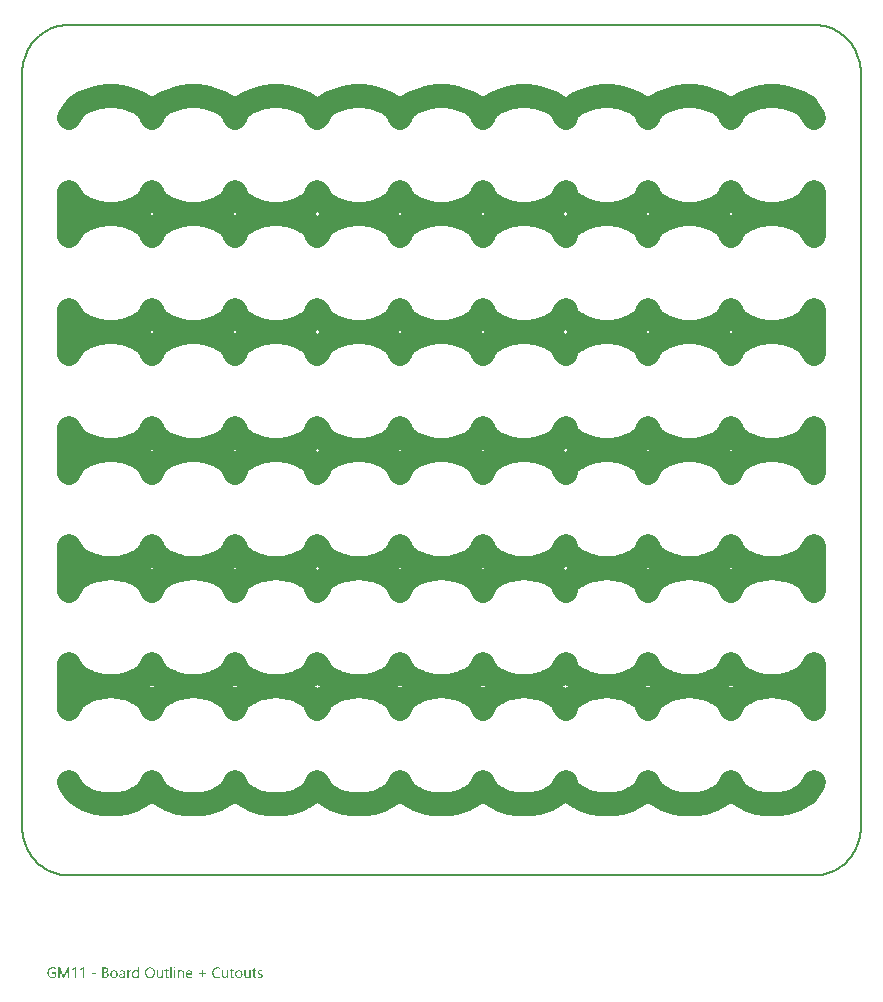
<source format=gko>
G04*
G04 #@! TF.GenerationSoftware,Altium Limited,Altium Designer,22.11.1 (43)*
G04*
G04 Layer_Color=32768*
%FSLAX44Y44*%
%MOMM*%
G71*
G04*
G04 #@! TF.SameCoordinates,8AD1E97E-50D3-4F0F-8D34-8AA03B0C27D3*
G04*
G04*
G04 #@! TF.FilePolarity,Positive*
G04*
G01*
G75*
%ADD21C,0.2000*%
%ADD29C,2.0000*%
G36*
X-85749Y-287556D02*
X-85678Y-287571D01*
X-85608Y-287595D01*
X-85529Y-287634D01*
X-85451Y-287681D01*
X-85372Y-287744D01*
X-85364Y-287752D01*
X-85341Y-287775D01*
X-85309Y-287815D01*
X-85270Y-287869D01*
X-85239Y-287940D01*
X-85207Y-288019D01*
X-85184Y-288113D01*
X-85176Y-288215D01*
X-85176Y-288231D01*
X-85176Y-288262D01*
X-85184Y-288309D01*
X-85200Y-288380D01*
X-85223Y-288450D01*
X-85262Y-288529D01*
X-85309Y-288607D01*
X-85372Y-288686D01*
X-85380Y-288694D01*
X-85404Y-288717D01*
X-85451Y-288749D01*
X-85506Y-288780D01*
X-85576Y-288811D01*
X-85655Y-288843D01*
X-85741Y-288866D01*
X-85843Y-288874D01*
X-85890Y-288874D01*
X-85937Y-288866D01*
X-86008Y-288851D01*
X-86079Y-288827D01*
X-86157Y-288796D01*
X-86236Y-288756D01*
X-86314Y-288694D01*
X-86322Y-288686D01*
X-86345Y-288662D01*
X-86377Y-288615D01*
X-86408Y-288560D01*
X-86440Y-288497D01*
X-86471Y-288411D01*
X-86495Y-288317D01*
X-86502Y-288215D01*
X-86502Y-288199D01*
X-86502Y-288168D01*
X-86495Y-288113D01*
X-86479Y-288050D01*
X-86455Y-287972D01*
X-86424Y-287893D01*
X-86377Y-287815D01*
X-86314Y-287744D01*
X-86306Y-287736D01*
X-86283Y-287713D01*
X-86236Y-287681D01*
X-86181Y-287642D01*
X-86110Y-287610D01*
X-86032Y-287579D01*
X-85945Y-287556D01*
X-85843Y-287548D01*
X-85796Y-287548D01*
X-85749Y-287556D01*
X-85749Y-287556D02*
G37*
G36*
X-49378Y-287799D02*
X-49269Y-287799D01*
X-49143Y-287807D01*
X-49010Y-287822D01*
X-48853Y-287838D01*
X-48688Y-287854D01*
X-48523Y-287877D01*
X-48170Y-287948D01*
X-47817Y-288034D01*
X-47652Y-288097D01*
X-47487Y-288160D01*
X-47487Y-289274D01*
X-47495Y-289267D01*
X-47534Y-289251D01*
X-47581Y-289227D01*
X-47652Y-289188D01*
X-47746Y-289149D01*
X-47856Y-289102D01*
X-47974Y-289055D01*
X-48115Y-289008D01*
X-48264Y-288960D01*
X-48429Y-288906D01*
X-48601Y-288866D01*
X-48790Y-288827D01*
X-48978Y-288788D01*
X-49182Y-288764D01*
X-49394Y-288749D01*
X-49606Y-288741D01*
X-49677Y-288741D01*
X-49755Y-288749D01*
X-49857Y-288756D01*
X-49991Y-288772D01*
X-50140Y-288796D01*
X-50312Y-288827D01*
X-50493Y-288866D01*
X-50689Y-288921D01*
X-50893Y-288992D01*
X-51097Y-289078D01*
X-51309Y-289172D01*
X-51513Y-289290D01*
X-51717Y-289431D01*
X-51914Y-289588D01*
X-52102Y-289769D01*
X-52110Y-289777D01*
X-52141Y-289816D01*
X-52188Y-289871D01*
X-52251Y-289957D01*
X-52322Y-290059D01*
X-52400Y-290185D01*
X-52487Y-290334D01*
X-52573Y-290499D01*
X-52667Y-290679D01*
X-52753Y-290891D01*
X-52832Y-291111D01*
X-52903Y-291354D01*
X-52965Y-291621D01*
X-53012Y-291896D01*
X-53044Y-292194D01*
X-53052Y-292508D01*
X-53052Y-292516D01*
X-53052Y-292524D01*
X-53052Y-292547D01*
X-53052Y-292579D01*
X-53052Y-292618D01*
X-53044Y-292665D01*
X-53036Y-292775D01*
X-53028Y-292916D01*
X-53005Y-293073D01*
X-52981Y-293254D01*
X-52942Y-293442D01*
X-52895Y-293646D01*
X-52832Y-293858D01*
X-52761Y-294078D01*
X-52675Y-294298D01*
X-52573Y-294509D01*
X-52455Y-294721D01*
X-52322Y-294925D01*
X-52165Y-295114D01*
X-52157Y-295122D01*
X-52126Y-295153D01*
X-52071Y-295200D01*
X-52000Y-295263D01*
X-51914Y-295333D01*
X-51804Y-295420D01*
X-51678Y-295506D01*
X-51537Y-295593D01*
X-51372Y-295687D01*
X-51199Y-295773D01*
X-51003Y-295852D01*
X-50799Y-295930D01*
X-50571Y-295993D01*
X-50336Y-296040D01*
X-50085Y-296071D01*
X-49818Y-296079D01*
X-49755Y-296079D01*
X-49685Y-296071D01*
X-49591Y-296071D01*
X-49473Y-296063D01*
X-49339Y-296048D01*
X-49190Y-296032D01*
X-49025Y-296001D01*
X-48845Y-295969D01*
X-48657Y-295930D01*
X-48468Y-295883D01*
X-48272Y-295828D01*
X-48068Y-295757D01*
X-47872Y-295679D01*
X-47675Y-295585D01*
X-47487Y-295483D01*
X-47487Y-296495D01*
X-47495Y-296503D01*
X-47534Y-296519D01*
X-47589Y-296542D01*
X-47667Y-296574D01*
X-47762Y-296613D01*
X-47880Y-296660D01*
X-48013Y-296707D01*
X-48170Y-296754D01*
X-48342Y-296801D01*
X-48523Y-296848D01*
X-48727Y-296895D01*
X-48947Y-296935D01*
X-49182Y-296966D01*
X-49426Y-296990D01*
X-49685Y-297005D01*
X-49952Y-297013D01*
X-50038Y-297013D01*
X-50077Y-297005D01*
X-50132Y-297005D01*
X-50195Y-296998D01*
X-50265Y-296998D01*
X-50430Y-296974D01*
X-50619Y-296950D01*
X-50823Y-296911D01*
X-51050Y-296856D01*
X-51286Y-296793D01*
X-51537Y-296715D01*
X-51788Y-296613D01*
X-52047Y-296495D01*
X-52298Y-296354D01*
X-52541Y-296189D01*
X-52785Y-296001D01*
X-53005Y-295789D01*
X-53020Y-295773D01*
X-53052Y-295734D01*
X-53107Y-295663D01*
X-53185Y-295569D01*
X-53271Y-295443D01*
X-53366Y-295294D01*
X-53468Y-295122D01*
X-53577Y-294925D01*
X-53687Y-294706D01*
X-53790Y-294462D01*
X-53884Y-294203D01*
X-53970Y-293913D01*
X-54041Y-293607D01*
X-54103Y-293285D01*
X-54135Y-292932D01*
X-54151Y-292571D01*
X-54151Y-292563D01*
X-54151Y-292547D01*
X-54151Y-292516D01*
X-54151Y-292477D01*
X-54143Y-292422D01*
X-54143Y-292367D01*
X-54135Y-292296D01*
X-54127Y-292218D01*
X-54119Y-292131D01*
X-54111Y-292037D01*
X-54080Y-291825D01*
X-54041Y-291590D01*
X-53986Y-291339D01*
X-53923Y-291072D01*
X-53836Y-290789D01*
X-53734Y-290499D01*
X-53609Y-290216D01*
X-53460Y-289926D01*
X-53287Y-289643D01*
X-53091Y-289377D01*
X-52863Y-289118D01*
X-52848Y-289102D01*
X-52800Y-289062D01*
X-52730Y-288992D01*
X-52628Y-288913D01*
X-52502Y-288811D01*
X-52353Y-288694D01*
X-52173Y-288576D01*
X-51969Y-288450D01*
X-51749Y-288333D01*
X-51498Y-288207D01*
X-51231Y-288097D01*
X-50940Y-287995D01*
X-50627Y-287917D01*
X-50305Y-287846D01*
X-49952Y-287807D01*
X-49591Y-287791D01*
X-49465Y-287791D01*
X-49378Y-287799D01*
X-49378Y-287799D02*
G37*
G36*
X-188856Y-287799D02*
X-188730Y-287807D01*
X-188581Y-287815D01*
X-188424Y-287830D01*
X-188244Y-287854D01*
X-188055Y-287877D01*
X-187859Y-287909D01*
X-187655Y-287948D01*
X-187451Y-287995D01*
X-187247Y-288050D01*
X-187043Y-288113D01*
X-186839Y-288183D01*
X-186651Y-288270D01*
X-186651Y-289424D01*
X-186666Y-289416D01*
X-186698Y-289392D01*
X-186760Y-289361D01*
X-186839Y-289314D01*
X-186949Y-289267D01*
X-187074Y-289204D01*
X-187216Y-289149D01*
X-187381Y-289078D01*
X-187553Y-289015D01*
X-187749Y-288953D01*
X-187961Y-288898D01*
X-188189Y-288851D01*
X-188432Y-288804D01*
X-188683Y-288772D01*
X-188942Y-288749D01*
X-189217Y-288741D01*
X-189280Y-288741D01*
X-189358Y-288749D01*
X-189468Y-288756D01*
X-189594Y-288772D01*
X-189743Y-288796D01*
X-189908Y-288827D01*
X-190088Y-288866D01*
X-190277Y-288921D01*
X-190473Y-288992D01*
X-190677Y-289078D01*
X-190889Y-289180D01*
X-191093Y-289298D01*
X-191289Y-289431D01*
X-191485Y-289596D01*
X-191674Y-289777D01*
X-191681Y-289785D01*
X-191713Y-289824D01*
X-191760Y-289879D01*
X-191823Y-289965D01*
X-191893Y-290067D01*
X-191980Y-290185D01*
X-192066Y-290334D01*
X-192152Y-290499D01*
X-192239Y-290679D01*
X-192325Y-290883D01*
X-192411Y-291103D01*
X-192482Y-291339D01*
X-192545Y-291590D01*
X-192592Y-291857D01*
X-192623Y-292147D01*
X-192631Y-292445D01*
X-192631Y-292453D01*
X-192631Y-292461D01*
X-192631Y-292484D01*
X-192631Y-292516D01*
X-192631Y-292563D01*
X-192623Y-292610D01*
X-192616Y-292728D01*
X-192608Y-292869D01*
X-192584Y-293034D01*
X-192561Y-293214D01*
X-192521Y-293411D01*
X-192474Y-293623D01*
X-192411Y-293842D01*
X-192341Y-294062D01*
X-192255Y-294290D01*
X-192152Y-294509D01*
X-192035Y-294721D01*
X-191901Y-294925D01*
X-191744Y-295114D01*
X-191736Y-295122D01*
X-191705Y-295153D01*
X-191650Y-295200D01*
X-191579Y-295263D01*
X-191493Y-295333D01*
X-191383Y-295420D01*
X-191258Y-295506D01*
X-191109Y-295593D01*
X-190944Y-295687D01*
X-190763Y-295773D01*
X-190567Y-295852D01*
X-190347Y-295930D01*
X-190120Y-295993D01*
X-189869Y-296040D01*
X-189610Y-296071D01*
X-189327Y-296079D01*
X-189225Y-296079D01*
X-189154Y-296071D01*
X-189060Y-296063D01*
X-188958Y-296056D01*
X-188840Y-296048D01*
X-188707Y-296024D01*
X-188573Y-296008D01*
X-188424Y-295977D01*
X-188126Y-295907D01*
X-187969Y-295859D01*
X-187820Y-295797D01*
X-187671Y-295734D01*
X-187522Y-295663D01*
X-187522Y-293160D01*
X-189476Y-293160D01*
X-189476Y-292210D01*
X-186470Y-292210D01*
X-186470Y-296260D01*
X-186486Y-296268D01*
X-186533Y-296291D01*
X-186604Y-296330D01*
X-186705Y-296377D01*
X-186831Y-296432D01*
X-186980Y-296495D01*
X-187153Y-296566D01*
X-187349Y-296636D01*
X-187561Y-296707D01*
X-187796Y-296778D01*
X-188040Y-296840D01*
X-188299Y-296895D01*
X-188573Y-296943D01*
X-188864Y-296982D01*
X-189154Y-297005D01*
X-189460Y-297013D01*
X-189547Y-297013D01*
X-189586Y-297005D01*
X-189641Y-297005D01*
X-189704Y-296998D01*
X-189774Y-296998D01*
X-189939Y-296974D01*
X-190128Y-296950D01*
X-190331Y-296911D01*
X-190559Y-296856D01*
X-190802Y-296793D01*
X-191054Y-296715D01*
X-191313Y-296613D01*
X-191572Y-296495D01*
X-191831Y-296354D01*
X-192082Y-296189D01*
X-192325Y-296001D01*
X-192553Y-295789D01*
X-192568Y-295773D01*
X-192600Y-295734D01*
X-192663Y-295663D01*
X-192733Y-295561D01*
X-192827Y-295443D01*
X-192922Y-295294D01*
X-193032Y-295114D01*
X-193141Y-294918D01*
X-193251Y-294698D01*
X-193361Y-294447D01*
X-193455Y-294180D01*
X-193549Y-293889D01*
X-193620Y-293583D01*
X-193683Y-293246D01*
X-193714Y-292893D01*
X-193730Y-292524D01*
X-193730Y-292516D01*
X-193730Y-292500D01*
X-193730Y-292469D01*
X-193730Y-292430D01*
X-193722Y-292383D01*
X-193722Y-292320D01*
X-193714Y-292257D01*
X-193706Y-292178D01*
X-193699Y-292092D01*
X-193691Y-292006D01*
X-193659Y-291802D01*
X-193620Y-291566D01*
X-193565Y-291323D01*
X-193494Y-291056D01*
X-193408Y-290781D01*
X-193306Y-290499D01*
X-193181Y-290216D01*
X-193024Y-289934D01*
X-192851Y-289651D01*
X-192647Y-289384D01*
X-192419Y-289125D01*
X-192404Y-289110D01*
X-192356Y-289070D01*
X-192286Y-289000D01*
X-192184Y-288913D01*
X-192050Y-288819D01*
X-191901Y-288701D01*
X-191721Y-288584D01*
X-191509Y-288458D01*
X-191281Y-288333D01*
X-191030Y-288215D01*
X-190763Y-288097D01*
X-190465Y-288003D01*
X-190151Y-287917D01*
X-189821Y-287846D01*
X-189468Y-287807D01*
X-189099Y-287791D01*
X-188958Y-287791D01*
X-188856Y-287799D01*
X-188856Y-287799D02*
G37*
G36*
X-116147Y-296864D02*
X-117167Y-296864D01*
X-117167Y-295789D01*
X-117190Y-295789D01*
X-117198Y-295805D01*
X-117222Y-295844D01*
X-117269Y-295899D01*
X-117324Y-295977D01*
X-117402Y-296071D01*
X-117489Y-296173D01*
X-117599Y-296283D01*
X-117732Y-296401D01*
X-117873Y-296519D01*
X-118038Y-296629D01*
X-118219Y-296731D01*
X-118415Y-296825D01*
X-118627Y-296903D01*
X-118862Y-296958D01*
X-119113Y-296998D01*
X-119380Y-297013D01*
X-119435Y-297013D01*
X-119498Y-297005D01*
X-119576Y-296998D01*
X-119678Y-296990D01*
X-119796Y-296966D01*
X-119930Y-296943D01*
X-120071Y-296903D01*
X-120220Y-296864D01*
X-120377Y-296801D01*
X-120534Y-296738D01*
X-120699Y-296652D01*
X-120856Y-296558D01*
X-121013Y-296440D01*
X-121162Y-296307D01*
X-121303Y-296158D01*
X-121311Y-296150D01*
X-121334Y-296118D01*
X-121366Y-296071D01*
X-121413Y-296001D01*
X-121468Y-295914D01*
X-121531Y-295812D01*
X-121594Y-295687D01*
X-121656Y-295546D01*
X-121727Y-295389D01*
X-121790Y-295216D01*
X-121853Y-295020D01*
X-121908Y-294816D01*
X-121954Y-294596D01*
X-121986Y-294352D01*
X-122009Y-294101D01*
X-122017Y-293834D01*
X-122017Y-293827D01*
X-122017Y-293819D01*
X-122017Y-293795D01*
X-122017Y-293764D01*
X-122009Y-293685D01*
X-122002Y-293575D01*
X-121994Y-293434D01*
X-121978Y-293285D01*
X-121954Y-293112D01*
X-121915Y-292924D01*
X-121876Y-292728D01*
X-121821Y-292516D01*
X-121758Y-292312D01*
X-121680Y-292092D01*
X-121594Y-291888D01*
X-121484Y-291684D01*
X-121366Y-291488D01*
X-121225Y-291299D01*
X-121217Y-291292D01*
X-121185Y-291260D01*
X-121138Y-291213D01*
X-121075Y-291150D01*
X-120997Y-291080D01*
X-120903Y-290993D01*
X-120785Y-290907D01*
X-120660Y-290821D01*
X-120510Y-290734D01*
X-120353Y-290648D01*
X-120181Y-290562D01*
X-119992Y-290491D01*
X-119788Y-290428D01*
X-119569Y-290381D01*
X-119341Y-290350D01*
X-119098Y-290342D01*
X-119043Y-290342D01*
X-118972Y-290350D01*
X-118886Y-290357D01*
X-118776Y-290373D01*
X-118650Y-290397D01*
X-118517Y-290428D01*
X-118368Y-290467D01*
X-118211Y-290522D01*
X-118054Y-290593D01*
X-117897Y-290679D01*
X-117740Y-290781D01*
X-117591Y-290899D01*
X-117442Y-291033D01*
X-117308Y-291197D01*
X-117190Y-291378D01*
X-117167Y-291378D01*
X-117167Y-287430D01*
X-116147Y-287430D01*
X-116147Y-296864D01*
X-116147Y-296864D02*
G37*
G36*
X-80043Y-290350D02*
X-79972Y-290350D01*
X-79886Y-290365D01*
X-79784Y-290381D01*
X-79674Y-290397D01*
X-79556Y-290428D01*
X-79431Y-290460D01*
X-79297Y-290507D01*
X-79164Y-290562D01*
X-79031Y-290632D01*
X-78905Y-290711D01*
X-78779Y-290797D01*
X-78662Y-290907D01*
X-78552Y-291025D01*
X-78544Y-291033D01*
X-78528Y-291056D01*
X-78497Y-291095D01*
X-78465Y-291150D01*
X-78426Y-291221D01*
X-78379Y-291307D01*
X-78324Y-291409D01*
X-78269Y-291519D01*
X-78222Y-291653D01*
X-78167Y-291794D01*
X-78120Y-291959D01*
X-78081Y-292131D01*
X-78050Y-292320D01*
X-78018Y-292524D01*
X-78002Y-292736D01*
X-77994Y-292971D01*
X-77994Y-296864D01*
X-79015Y-296864D01*
X-79015Y-293230D01*
X-79015Y-293222D01*
X-79015Y-293207D01*
X-79015Y-293183D01*
X-79015Y-293144D01*
X-79023Y-293097D01*
X-79023Y-293042D01*
X-79038Y-292916D01*
X-79062Y-292759D01*
X-79093Y-292586D01*
X-79140Y-292406D01*
X-79203Y-292218D01*
X-79282Y-292029D01*
X-79376Y-291849D01*
X-79494Y-291676D01*
X-79643Y-291519D01*
X-79808Y-291394D01*
X-79902Y-291339D01*
X-80012Y-291292D01*
X-80121Y-291252D01*
X-80239Y-291229D01*
X-80365Y-291213D01*
X-80498Y-291205D01*
X-80569Y-291205D01*
X-80624Y-291213D01*
X-80687Y-291221D01*
X-80765Y-291237D01*
X-80851Y-291252D01*
X-80938Y-291276D01*
X-81040Y-291307D01*
X-81142Y-291346D01*
X-81244Y-291394D01*
X-81354Y-291448D01*
X-81456Y-291519D01*
X-81566Y-291598D01*
X-81668Y-291684D01*
X-81762Y-291786D01*
X-81770Y-291794D01*
X-81785Y-291810D01*
X-81809Y-291841D01*
X-81840Y-291888D01*
X-81880Y-291943D01*
X-81919Y-292014D01*
X-81966Y-292092D01*
X-82013Y-292178D01*
X-82060Y-292280D01*
X-82107Y-292390D01*
X-82146Y-292508D01*
X-82186Y-292634D01*
X-82217Y-292775D01*
X-82241Y-292916D01*
X-82256Y-293073D01*
X-82264Y-293230D01*
X-82264Y-296864D01*
X-83285Y-296864D01*
X-83285Y-290491D01*
X-82264Y-290491D01*
X-82264Y-291551D01*
X-82241Y-291551D01*
X-82233Y-291535D01*
X-82209Y-291496D01*
X-82162Y-291441D01*
X-82107Y-291362D01*
X-82029Y-291268D01*
X-81942Y-291166D01*
X-81833Y-291056D01*
X-81707Y-290946D01*
X-81566Y-290836D01*
X-81409Y-290726D01*
X-81236Y-290624D01*
X-81055Y-290530D01*
X-80851Y-290452D01*
X-80632Y-290397D01*
X-80396Y-290357D01*
X-80145Y-290342D01*
X-80098Y-290342D01*
X-80043Y-290350D01*
X-80043Y-290350D02*
G37*
G36*
X-13079Y-290350D02*
X-13008Y-290350D01*
X-12922Y-290357D01*
X-12828Y-290365D01*
X-12726Y-290381D01*
X-12490Y-290413D01*
X-12247Y-290467D01*
X-11988Y-290538D01*
X-11737Y-290632D01*
X-11737Y-291668D01*
X-11745Y-291660D01*
X-11768Y-291645D01*
X-11807Y-291629D01*
X-11862Y-291598D01*
X-11925Y-291558D01*
X-12004Y-291519D01*
X-12098Y-291480D01*
X-12200Y-291433D01*
X-12318Y-291394D01*
X-12435Y-291354D01*
X-12569Y-291315D01*
X-12710Y-291276D01*
X-12867Y-291244D01*
X-13024Y-291229D01*
X-13181Y-291213D01*
X-13354Y-291205D01*
X-13455Y-291205D01*
X-13526Y-291213D01*
X-13605Y-291221D01*
X-13691Y-291237D01*
X-13872Y-291276D01*
X-13879Y-291276D01*
X-13911Y-291284D01*
X-13950Y-291299D01*
X-14005Y-291323D01*
X-14131Y-291378D01*
X-14264Y-291456D01*
X-14272Y-291464D01*
X-14287Y-291480D01*
X-14319Y-291503D01*
X-14358Y-291535D01*
X-14444Y-291621D01*
X-14523Y-291739D01*
X-14523Y-291747D01*
X-14539Y-291770D01*
X-14547Y-291802D01*
X-14562Y-291849D01*
X-14578Y-291896D01*
X-14593Y-291959D01*
X-14601Y-292029D01*
X-14609Y-292100D01*
X-14609Y-292108D01*
X-14609Y-292139D01*
X-14601Y-292186D01*
X-14601Y-292249D01*
X-14586Y-292312D01*
X-14570Y-292383D01*
X-14554Y-292453D01*
X-14523Y-292524D01*
X-14515Y-292532D01*
X-14507Y-292555D01*
X-14484Y-292586D01*
X-14452Y-292626D01*
X-14413Y-292665D01*
X-14374Y-292720D01*
X-14256Y-292822D01*
X-14248Y-292830D01*
X-14225Y-292845D01*
X-14185Y-292869D01*
X-14138Y-292901D01*
X-14075Y-292932D01*
X-14005Y-292971D01*
X-13919Y-293018D01*
X-13832Y-293057D01*
X-13824Y-293065D01*
X-13785Y-293073D01*
X-13738Y-293097D01*
X-13667Y-293120D01*
X-13581Y-293160D01*
X-13487Y-293199D01*
X-13385Y-293238D01*
X-13267Y-293285D01*
X-13259Y-293285D01*
X-13251Y-293293D01*
X-13228Y-293301D01*
X-13197Y-293309D01*
X-13118Y-293340D01*
X-13016Y-293387D01*
X-12898Y-293434D01*
X-12765Y-293489D01*
X-12631Y-293552D01*
X-12506Y-293615D01*
X-12498Y-293615D01*
X-12490Y-293623D01*
X-12451Y-293646D01*
X-12388Y-293678D01*
X-12310Y-293725D01*
X-12215Y-293787D01*
X-12121Y-293850D01*
X-12027Y-293929D01*
X-11933Y-294007D01*
X-11925Y-294015D01*
X-11894Y-294046D01*
X-11854Y-294086D01*
X-11799Y-294148D01*
X-11745Y-294219D01*
X-11682Y-294305D01*
X-11627Y-294400D01*
X-11572Y-294502D01*
X-11564Y-294517D01*
X-11548Y-294549D01*
X-11533Y-294611D01*
X-11509Y-294690D01*
X-11486Y-294784D01*
X-11462Y-294894D01*
X-11454Y-295020D01*
X-11446Y-295161D01*
X-11446Y-295169D01*
X-11446Y-295184D01*
X-11446Y-295208D01*
X-11446Y-295239D01*
X-11454Y-295326D01*
X-11470Y-295443D01*
X-11501Y-295569D01*
X-11533Y-295710D01*
X-11588Y-295852D01*
X-11658Y-295985D01*
X-11666Y-296001D01*
X-11697Y-296040D01*
X-11745Y-296103D01*
X-11807Y-296189D01*
X-11886Y-296275D01*
X-11980Y-296377D01*
X-12090Y-296472D01*
X-12215Y-296566D01*
X-12231Y-296574D01*
X-12278Y-296605D01*
X-12349Y-296644D01*
X-12443Y-296691D01*
X-12561Y-296746D01*
X-12702Y-296801D01*
X-12851Y-296856D01*
X-13016Y-296903D01*
X-13024Y-296903D01*
X-13039Y-296911D01*
X-13063Y-296911D01*
X-13095Y-296919D01*
X-13134Y-296927D01*
X-13181Y-296935D01*
X-13298Y-296958D01*
X-13448Y-296982D01*
X-13605Y-296998D01*
X-13777Y-297005D01*
X-13966Y-297013D01*
X-14060Y-297013D01*
X-14131Y-297005D01*
X-14217Y-297005D01*
X-14311Y-296990D01*
X-14429Y-296982D01*
X-14547Y-296966D01*
X-14680Y-296943D01*
X-14813Y-296919D01*
X-15096Y-296856D01*
X-15386Y-296762D01*
X-15527Y-296699D01*
X-15669Y-296636D01*
X-15669Y-295546D01*
X-15661Y-295553D01*
X-15630Y-295569D01*
X-15582Y-295600D01*
X-15520Y-295640D01*
X-15441Y-295687D01*
X-15355Y-295742D01*
X-15245Y-295797D01*
X-15127Y-295852D01*
X-14994Y-295907D01*
X-14852Y-295961D01*
X-14703Y-296016D01*
X-14547Y-296063D01*
X-14374Y-296103D01*
X-14201Y-296134D01*
X-14021Y-296150D01*
X-13832Y-296158D01*
X-13777Y-296158D01*
X-13707Y-296150D01*
X-13620Y-296142D01*
X-13518Y-296126D01*
X-13408Y-296111D01*
X-13283Y-296079D01*
X-13157Y-296048D01*
X-13039Y-296001D01*
X-12914Y-295938D01*
X-12804Y-295867D01*
X-12702Y-295781D01*
X-12616Y-295679D01*
X-12545Y-295561D01*
X-12506Y-295420D01*
X-12490Y-295341D01*
X-12490Y-295263D01*
X-12490Y-295255D01*
X-12490Y-295216D01*
X-12498Y-295169D01*
X-12506Y-295114D01*
X-12522Y-295043D01*
X-12537Y-294972D01*
X-12569Y-294902D01*
X-12608Y-294831D01*
X-12616Y-294823D01*
X-12631Y-294800D01*
X-12655Y-294768D01*
X-12686Y-294721D01*
X-12733Y-294674D01*
X-12780Y-294619D01*
X-12843Y-294572D01*
X-12914Y-294517D01*
X-12922Y-294509D01*
X-12945Y-294494D01*
X-12992Y-294470D01*
X-13047Y-294431D01*
X-13110Y-294392D01*
X-13189Y-294352D01*
X-13283Y-294313D01*
X-13377Y-294274D01*
X-13393Y-294266D01*
X-13424Y-294258D01*
X-13479Y-294235D01*
X-13550Y-294203D01*
X-13628Y-294164D01*
X-13730Y-294125D01*
X-13832Y-294086D01*
X-13942Y-294039D01*
X-13950Y-294039D01*
X-13958Y-294031D01*
X-13981Y-294023D01*
X-14013Y-294007D01*
X-14091Y-293976D01*
X-14193Y-293937D01*
X-14311Y-293882D01*
X-14437Y-293827D01*
X-14562Y-293764D01*
X-14688Y-293701D01*
X-14703Y-293693D01*
X-14743Y-293670D01*
X-14798Y-293638D01*
X-14876Y-293591D01*
X-14962Y-293528D01*
X-15049Y-293466D01*
X-15143Y-293395D01*
X-15229Y-293316D01*
X-15237Y-293309D01*
X-15261Y-293277D01*
X-15300Y-293238D01*
X-15347Y-293175D01*
X-15402Y-293104D01*
X-15457Y-293018D01*
X-15504Y-292932D01*
X-15551Y-292830D01*
X-15559Y-292814D01*
X-15567Y-292783D01*
X-15582Y-292720D01*
X-15598Y-292649D01*
X-15622Y-292555D01*
X-15637Y-292445D01*
X-15645Y-292320D01*
X-15653Y-292186D01*
X-15653Y-292178D01*
X-15653Y-292163D01*
X-15653Y-292139D01*
X-15653Y-292108D01*
X-15645Y-292029D01*
X-15630Y-291919D01*
X-15606Y-291794D01*
X-15567Y-291660D01*
X-15520Y-291527D01*
X-15449Y-291394D01*
X-15449Y-291386D01*
X-15441Y-291378D01*
X-15410Y-291339D01*
X-15363Y-291276D01*
X-15308Y-291189D01*
X-15229Y-291103D01*
X-15135Y-291009D01*
X-15025Y-290907D01*
X-14907Y-290821D01*
X-14900Y-290821D01*
X-14892Y-290813D01*
X-14845Y-290781D01*
X-14774Y-290742D01*
X-14680Y-290687D01*
X-14562Y-290632D01*
X-14429Y-290569D01*
X-14280Y-290515D01*
X-14123Y-290467D01*
X-14115Y-290467D01*
X-14099Y-290460D01*
X-14075Y-290452D01*
X-14044Y-290444D01*
X-14005Y-290436D01*
X-13958Y-290428D01*
X-13848Y-290405D01*
X-13707Y-290381D01*
X-13557Y-290357D01*
X-13393Y-290350D01*
X-13220Y-290342D01*
X-13142Y-290342D01*
X-13079Y-290350D01*
X-13079Y-290350D02*
G37*
G36*
X-123163Y-290389D02*
X-123077Y-290389D01*
X-122983Y-290405D01*
X-122881Y-290420D01*
X-122779Y-290436D01*
X-122692Y-290467D01*
X-122692Y-291527D01*
X-122708Y-291519D01*
X-122739Y-291496D01*
X-122802Y-291464D01*
X-122888Y-291425D01*
X-123006Y-291386D01*
X-123132Y-291354D01*
X-123289Y-291331D01*
X-123469Y-291323D01*
X-123532Y-291323D01*
X-123579Y-291331D01*
X-123634Y-291339D01*
X-123697Y-291354D01*
X-123846Y-291401D01*
X-123932Y-291433D01*
X-124019Y-291472D01*
X-124113Y-291527D01*
X-124207Y-291582D01*
X-124293Y-291653D01*
X-124388Y-291739D01*
X-124474Y-291833D01*
X-124560Y-291943D01*
X-124568Y-291951D01*
X-124576Y-291974D01*
X-124600Y-292006D01*
X-124631Y-292053D01*
X-124662Y-292116D01*
X-124702Y-292194D01*
X-124741Y-292280D01*
X-124780Y-292383D01*
X-124819Y-292492D01*
X-124859Y-292618D01*
X-124898Y-292759D01*
X-124929Y-292908D01*
X-124961Y-293073D01*
X-124984Y-293246D01*
X-124992Y-293426D01*
X-125000Y-293623D01*
X-125000Y-296864D01*
X-126020Y-296864D01*
X-126020Y-290491D01*
X-125000Y-290491D01*
X-125000Y-291810D01*
X-124976Y-291810D01*
X-124976Y-291802D01*
X-124968Y-291778D01*
X-124953Y-291747D01*
X-124937Y-291700D01*
X-124914Y-291645D01*
X-124882Y-291574D01*
X-124811Y-291425D01*
X-124717Y-291252D01*
X-124600Y-291080D01*
X-124466Y-290915D01*
X-124309Y-290758D01*
X-124301Y-290750D01*
X-124286Y-290742D01*
X-124262Y-290726D01*
X-124231Y-290695D01*
X-124191Y-290672D01*
X-124136Y-290640D01*
X-124019Y-290569D01*
X-123870Y-290499D01*
X-123697Y-290436D01*
X-123509Y-290397D01*
X-123406Y-290389D01*
X-123305Y-290381D01*
X-123242Y-290381D01*
X-123163Y-290389D01*
X-123163Y-290389D02*
G37*
G36*
X-152603Y-293717D02*
X-156002Y-293717D01*
X-156002Y-292916D01*
X-152603Y-292916D01*
X-152603Y-293717D01*
X-152603Y-293717D02*
G37*
G36*
X-175301Y-296864D02*
X-176345Y-296864D01*
X-176345Y-290883D01*
X-176345Y-290875D01*
X-176345Y-290852D01*
X-176345Y-290813D01*
X-176345Y-290758D01*
X-176345Y-290687D01*
X-176338Y-290601D01*
X-176338Y-290507D01*
X-176330Y-290397D01*
X-176330Y-290279D01*
X-176322Y-290146D01*
X-176314Y-290004D01*
X-176306Y-289847D01*
X-176298Y-289683D01*
X-176283Y-289510D01*
X-176267Y-289329D01*
X-176251Y-289141D01*
X-176283Y-289141D01*
X-176283Y-289149D01*
X-176290Y-289165D01*
X-176298Y-289196D01*
X-176306Y-289243D01*
X-176322Y-289290D01*
X-176338Y-289345D01*
X-176369Y-289478D01*
X-176416Y-289620D01*
X-176455Y-289761D01*
X-176502Y-289895D01*
X-176526Y-289957D01*
X-176549Y-290012D01*
X-179595Y-296864D01*
X-180105Y-296864D01*
X-183150Y-290059D01*
X-183158Y-290044D01*
X-183174Y-290004D01*
X-183197Y-289934D01*
X-183236Y-289832D01*
X-183276Y-289706D01*
X-183315Y-289549D01*
X-183370Y-289361D01*
X-183417Y-289141D01*
X-183440Y-289141D01*
X-183440Y-289149D01*
X-183440Y-289165D01*
X-183433Y-289196D01*
X-183433Y-289243D01*
X-183433Y-289306D01*
X-183425Y-289377D01*
X-183425Y-289463D01*
X-183417Y-289565D01*
X-183409Y-289675D01*
X-183409Y-289808D01*
X-183401Y-289949D01*
X-183401Y-290106D01*
X-183401Y-290279D01*
X-183393Y-290467D01*
X-183393Y-290672D01*
X-183393Y-290891D01*
X-183393Y-296864D01*
X-184398Y-296864D01*
X-184398Y-287940D01*
X-183017Y-287940D01*
X-180278Y-294164D01*
X-180278Y-294172D01*
X-180262Y-294195D01*
X-180246Y-294235D01*
X-180230Y-294282D01*
X-180199Y-294345D01*
X-180175Y-294407D01*
X-180105Y-294572D01*
X-180042Y-294745D01*
X-179971Y-294925D01*
X-179916Y-295090D01*
X-179893Y-295169D01*
X-179869Y-295239D01*
X-179830Y-295239D01*
X-179830Y-295231D01*
X-179814Y-295208D01*
X-179807Y-295169D01*
X-179783Y-295122D01*
X-179760Y-295059D01*
X-179736Y-294988D01*
X-179673Y-294823D01*
X-179610Y-294643D01*
X-179540Y-294462D01*
X-179469Y-294290D01*
X-179438Y-294211D01*
X-179406Y-294141D01*
X-176612Y-287940D01*
X-175301Y-287940D01*
X-175301Y-296864D01*
X-175301Y-296864D02*
G37*
G36*
X-62164Y-292736D02*
X-59652Y-292736D01*
X-59652Y-293568D01*
X-62164Y-293568D01*
X-62164Y-296079D01*
X-62996Y-296079D01*
X-62996Y-293568D01*
X-65507Y-293568D01*
X-65507Y-292736D01*
X-62996Y-292736D01*
X-62996Y-290224D01*
X-62164Y-290224D01*
X-62164Y-292736D01*
X-62164Y-292736D02*
G37*
G36*
X-21657Y-296864D02*
X-22678Y-296864D01*
X-22678Y-295859D01*
X-22701Y-295859D01*
X-22709Y-295875D01*
X-22733Y-295907D01*
X-22772Y-295969D01*
X-22819Y-296040D01*
X-22889Y-296126D01*
X-22976Y-296220D01*
X-23070Y-296330D01*
X-23188Y-296432D01*
X-23313Y-296542D01*
X-23463Y-296644D01*
X-23619Y-296746D01*
X-23800Y-296833D01*
X-23996Y-296903D01*
X-24200Y-296966D01*
X-24428Y-296998D01*
X-24671Y-297013D01*
X-24726Y-297013D01*
X-24765Y-297005D01*
X-24820Y-297005D01*
X-24883Y-296998D01*
X-24954Y-296982D01*
X-25024Y-296974D01*
X-25197Y-296927D01*
X-25393Y-296872D01*
X-25597Y-296786D01*
X-25699Y-296731D01*
X-25809Y-296676D01*
X-25919Y-296605D01*
X-26021Y-296534D01*
X-26123Y-296448D01*
X-26225Y-296354D01*
X-26327Y-296244D01*
X-26421Y-296134D01*
X-26508Y-296008D01*
X-26594Y-295867D01*
X-26665Y-295718D01*
X-26735Y-295561D01*
X-26798Y-295389D01*
X-26853Y-295200D01*
X-26892Y-294996D01*
X-26924Y-294784D01*
X-26939Y-294549D01*
X-26947Y-294305D01*
X-26947Y-290491D01*
X-25935Y-290491D01*
X-25935Y-294141D01*
X-25935Y-294148D01*
X-25935Y-294164D01*
X-25935Y-294188D01*
X-25935Y-294227D01*
X-25927Y-294274D01*
X-25927Y-294329D01*
X-25911Y-294454D01*
X-25888Y-294611D01*
X-25856Y-294776D01*
X-25801Y-294965D01*
X-25739Y-295145D01*
X-25660Y-295333D01*
X-25558Y-295522D01*
X-25433Y-295687D01*
X-25283Y-295844D01*
X-25103Y-295969D01*
X-25009Y-296024D01*
X-24899Y-296071D01*
X-24781Y-296111D01*
X-24663Y-296134D01*
X-24530Y-296150D01*
X-24389Y-296158D01*
X-24318Y-296158D01*
X-24263Y-296150D01*
X-24200Y-296142D01*
X-24130Y-296126D01*
X-24043Y-296111D01*
X-23957Y-296087D01*
X-23863Y-296063D01*
X-23761Y-296024D01*
X-23659Y-295977D01*
X-23557Y-295922D01*
X-23455Y-295859D01*
X-23353Y-295789D01*
X-23258Y-295702D01*
X-23164Y-295608D01*
X-23156Y-295600D01*
X-23141Y-295585D01*
X-23117Y-295553D01*
X-23086Y-295506D01*
X-23054Y-295451D01*
X-23007Y-295389D01*
X-22968Y-295310D01*
X-22921Y-295224D01*
X-22874Y-295122D01*
X-22835Y-295012D01*
X-22787Y-294894D01*
X-22756Y-294768D01*
X-22725Y-294627D01*
X-22701Y-294486D01*
X-22685Y-294329D01*
X-22678Y-294164D01*
X-22678Y-290491D01*
X-21657Y-290491D01*
X-21657Y-296864D01*
X-21657Y-296864D02*
G37*
G36*
X-40659Y-296864D02*
X-41679Y-296864D01*
X-41679Y-295859D01*
X-41703Y-295859D01*
X-41711Y-295875D01*
X-41734Y-295907D01*
X-41773Y-295969D01*
X-41820Y-296040D01*
X-41891Y-296126D01*
X-41977Y-296220D01*
X-42071Y-296330D01*
X-42189Y-296432D01*
X-42315Y-296542D01*
X-42464Y-296644D01*
X-42621Y-296746D01*
X-42801Y-296833D01*
X-42998Y-296903D01*
X-43202Y-296966D01*
X-43429Y-296998D01*
X-43673Y-297013D01*
X-43727Y-297013D01*
X-43767Y-297005D01*
X-43822Y-297005D01*
X-43885Y-296998D01*
X-43955Y-296982D01*
X-44026Y-296974D01*
X-44198Y-296927D01*
X-44395Y-296872D01*
X-44599Y-296786D01*
X-44701Y-296731D01*
X-44811Y-296676D01*
X-44921Y-296605D01*
X-45023Y-296534D01*
X-45125Y-296448D01*
X-45227Y-296354D01*
X-45329Y-296244D01*
X-45423Y-296134D01*
X-45509Y-296008D01*
X-45595Y-295867D01*
X-45666Y-295718D01*
X-45737Y-295561D01*
X-45800Y-295389D01*
X-45855Y-295200D01*
X-45894Y-294996D01*
X-45925Y-294784D01*
X-45941Y-294549D01*
X-45949Y-294305D01*
X-45949Y-290491D01*
X-44936Y-290491D01*
X-44936Y-294141D01*
X-44936Y-294148D01*
X-44936Y-294164D01*
X-44936Y-294188D01*
X-44936Y-294227D01*
X-44928Y-294274D01*
X-44928Y-294329D01*
X-44913Y-294454D01*
X-44889Y-294611D01*
X-44858Y-294776D01*
X-44803Y-294965D01*
X-44740Y-295145D01*
X-44661Y-295333D01*
X-44559Y-295522D01*
X-44434Y-295687D01*
X-44285Y-295844D01*
X-44104Y-295969D01*
X-44010Y-296024D01*
X-43900Y-296071D01*
X-43783Y-296111D01*
X-43665Y-296134D01*
X-43531Y-296150D01*
X-43390Y-296158D01*
X-43319Y-296158D01*
X-43264Y-296150D01*
X-43202Y-296142D01*
X-43131Y-296126D01*
X-43045Y-296111D01*
X-42958Y-296087D01*
X-42864Y-296063D01*
X-42762Y-296024D01*
X-42660Y-295977D01*
X-42558Y-295922D01*
X-42456Y-295859D01*
X-42354Y-295789D01*
X-42260Y-295702D01*
X-42166Y-295608D01*
X-42158Y-295600D01*
X-42142Y-295585D01*
X-42119Y-295553D01*
X-42087Y-295506D01*
X-42056Y-295451D01*
X-42009Y-295389D01*
X-41969Y-295310D01*
X-41922Y-295224D01*
X-41875Y-295122D01*
X-41836Y-295012D01*
X-41789Y-294894D01*
X-41757Y-294768D01*
X-41726Y-294627D01*
X-41703Y-294486D01*
X-41687Y-294329D01*
X-41679Y-294164D01*
X-41679Y-290491D01*
X-40659Y-290491D01*
X-40659Y-296864D01*
X-40659Y-296864D02*
G37*
G36*
X-95827Y-296864D02*
X-96847Y-296864D01*
X-96847Y-295859D01*
X-96870Y-295859D01*
X-96878Y-295875D01*
X-96902Y-295907D01*
X-96941Y-295969D01*
X-96988Y-296040D01*
X-97059Y-296126D01*
X-97145Y-296220D01*
X-97239Y-296330D01*
X-97357Y-296432D01*
X-97483Y-296542D01*
X-97632Y-296644D01*
X-97789Y-296746D01*
X-97969Y-296833D01*
X-98165Y-296903D01*
X-98370Y-296966D01*
X-98597Y-296998D01*
X-98840Y-297013D01*
X-98895Y-297013D01*
X-98935Y-297005D01*
X-98989Y-297005D01*
X-99052Y-296998D01*
X-99123Y-296982D01*
X-99194Y-296974D01*
X-99366Y-296927D01*
X-99563Y-296872D01*
X-99767Y-296786D01*
X-99869Y-296731D01*
X-99979Y-296676D01*
X-100088Y-296605D01*
X-100190Y-296534D01*
X-100292Y-296448D01*
X-100394Y-296354D01*
X-100497Y-296244D01*
X-100591Y-296134D01*
X-100677Y-296008D01*
X-100763Y-295867D01*
X-100834Y-295718D01*
X-100905Y-295561D01*
X-100967Y-295389D01*
X-101022Y-295200D01*
X-101062Y-294996D01*
X-101093Y-294784D01*
X-101109Y-294549D01*
X-101117Y-294305D01*
X-101117Y-290491D01*
X-100104Y-290491D01*
X-100104Y-294141D01*
X-100104Y-294148D01*
X-100104Y-294164D01*
X-100104Y-294188D01*
X-100104Y-294227D01*
X-100096Y-294274D01*
X-100096Y-294329D01*
X-100080Y-294454D01*
X-100057Y-294611D01*
X-100026Y-294776D01*
X-99971Y-294965D01*
X-99908Y-295145D01*
X-99829Y-295333D01*
X-99727Y-295522D01*
X-99602Y-295687D01*
X-99453Y-295844D01*
X-99272Y-295969D01*
X-99178Y-296024D01*
X-99068Y-296071D01*
X-98950Y-296111D01*
X-98833Y-296134D01*
X-98699Y-296150D01*
X-98558Y-296158D01*
X-98487Y-296158D01*
X-98432Y-296150D01*
X-98370Y-296142D01*
X-98299Y-296126D01*
X-98212Y-296111D01*
X-98126Y-296087D01*
X-98032Y-296063D01*
X-97930Y-296024D01*
X-97828Y-295977D01*
X-97726Y-295922D01*
X-97624Y-295859D01*
X-97522Y-295789D01*
X-97428Y-295702D01*
X-97333Y-295608D01*
X-97326Y-295600D01*
X-97310Y-295585D01*
X-97286Y-295553D01*
X-97255Y-295506D01*
X-97224Y-295451D01*
X-97177Y-295389D01*
X-97137Y-295310D01*
X-97090Y-295224D01*
X-97043Y-295122D01*
X-97004Y-295012D01*
X-96957Y-294894D01*
X-96925Y-294768D01*
X-96894Y-294627D01*
X-96870Y-294486D01*
X-96855Y-294329D01*
X-96847Y-294164D01*
X-96847Y-290491D01*
X-95827Y-290491D01*
X-95827Y-296864D01*
X-95827Y-296864D02*
G37*
G36*
X-85349Y-296864D02*
X-86369Y-296864D01*
X-86369Y-290491D01*
X-85349Y-290491D01*
X-85349Y-296864D01*
X-85349Y-296864D02*
G37*
G36*
X-88433Y-296864D02*
X-89453Y-296864D01*
X-89453Y-287430D01*
X-88433Y-287430D01*
X-88433Y-296864D01*
X-88433Y-296864D02*
G37*
G36*
X-130093Y-290350D02*
X-130039Y-290350D01*
X-129984Y-290357D01*
X-129913Y-290365D01*
X-129834Y-290381D01*
X-129670Y-290413D01*
X-129473Y-290467D01*
X-129277Y-290538D01*
X-129065Y-290640D01*
X-128854Y-290766D01*
X-128751Y-290836D01*
X-128649Y-290923D01*
X-128555Y-291017D01*
X-128461Y-291111D01*
X-128375Y-291221D01*
X-128296Y-291346D01*
X-128218Y-291472D01*
X-128147Y-291613D01*
X-128092Y-291770D01*
X-128037Y-291935D01*
X-127998Y-292108D01*
X-127967Y-292304D01*
X-127951Y-292500D01*
X-127943Y-292720D01*
X-127943Y-296864D01*
X-128963Y-296864D01*
X-128963Y-295875D01*
X-128987Y-295875D01*
X-128995Y-295891D01*
X-129018Y-295922D01*
X-129058Y-295977D01*
X-129113Y-296056D01*
X-129183Y-296142D01*
X-129269Y-296236D01*
X-129364Y-296338D01*
X-129481Y-296440D01*
X-129615Y-296550D01*
X-129756Y-296652D01*
X-129921Y-296746D01*
X-130093Y-296833D01*
X-130290Y-296911D01*
X-130494Y-296966D01*
X-130714Y-296998D01*
X-130949Y-297013D01*
X-131043Y-297013D01*
X-131106Y-297005D01*
X-131185Y-296998D01*
X-131279Y-296990D01*
X-131381Y-296974D01*
X-131491Y-296950D01*
X-131734Y-296888D01*
X-131852Y-296848D01*
X-131977Y-296801D01*
X-132103Y-296746D01*
X-132220Y-296676D01*
X-132330Y-296597D01*
X-132440Y-296511D01*
X-132448Y-296503D01*
X-132464Y-296487D01*
X-132487Y-296456D01*
X-132527Y-296417D01*
X-132566Y-296370D01*
X-132605Y-296307D01*
X-132660Y-296236D01*
X-132707Y-296158D01*
X-132754Y-296063D01*
X-132801Y-295961D01*
X-132848Y-295852D01*
X-132888Y-295734D01*
X-132927Y-295608D01*
X-132950Y-295475D01*
X-132966Y-295326D01*
X-132974Y-295177D01*
X-132974Y-295169D01*
X-132974Y-295153D01*
X-132974Y-295130D01*
X-132966Y-295098D01*
X-132966Y-295059D01*
X-132958Y-295012D01*
X-132943Y-294894D01*
X-132911Y-294753D01*
X-132864Y-294596D01*
X-132801Y-294423D01*
X-132707Y-294243D01*
X-132597Y-294062D01*
X-132464Y-293882D01*
X-132378Y-293795D01*
X-132291Y-293709D01*
X-132189Y-293623D01*
X-132087Y-293544D01*
X-131969Y-293466D01*
X-131844Y-293395D01*
X-131710Y-293332D01*
X-131561Y-293269D01*
X-131404Y-293214D01*
X-131239Y-293167D01*
X-131059Y-293128D01*
X-130871Y-293097D01*
X-128963Y-292830D01*
X-128963Y-292822D01*
X-128963Y-292814D01*
X-128963Y-292791D01*
X-128963Y-292759D01*
X-128971Y-292681D01*
X-128987Y-292579D01*
X-129003Y-292453D01*
X-129034Y-292312D01*
X-129073Y-292171D01*
X-129128Y-292014D01*
X-129199Y-291864D01*
X-129285Y-291715D01*
X-129387Y-291582D01*
X-129513Y-291456D01*
X-129670Y-291354D01*
X-129842Y-291276D01*
X-129937Y-291244D01*
X-130047Y-291221D01*
X-130156Y-291213D01*
X-130274Y-291205D01*
X-130329Y-291205D01*
X-130384Y-291213D01*
X-130470Y-291221D01*
X-130572Y-291229D01*
X-130690Y-291244D01*
X-130823Y-291268D01*
X-130965Y-291299D01*
X-131122Y-291346D01*
X-131286Y-291394D01*
X-131459Y-291456D01*
X-131640Y-291535D01*
X-131820Y-291629D01*
X-132001Y-291731D01*
X-132181Y-291849D01*
X-132354Y-291990D01*
X-132354Y-290946D01*
X-132346Y-290938D01*
X-132315Y-290923D01*
X-132260Y-290891D01*
X-132189Y-290852D01*
X-132095Y-290805D01*
X-131993Y-290758D01*
X-131867Y-290703D01*
X-131726Y-290640D01*
X-131577Y-290585D01*
X-131412Y-290530D01*
X-131232Y-290483D01*
X-131043Y-290436D01*
X-130839Y-290397D01*
X-130635Y-290365D01*
X-130415Y-290350D01*
X-130188Y-290342D01*
X-130133Y-290342D01*
X-130093Y-290350D01*
X-130093Y-290350D02*
G37*
G36*
X-144409Y-287948D02*
X-144315Y-287956D01*
X-144205Y-287972D01*
X-144080Y-287987D01*
X-143939Y-288011D01*
X-143797Y-288042D01*
X-143648Y-288081D01*
X-143491Y-288129D01*
X-143342Y-288183D01*
X-143185Y-288246D01*
X-143044Y-288325D01*
X-142902Y-288411D01*
X-142769Y-288513D01*
X-142761Y-288521D01*
X-142738Y-288537D01*
X-142706Y-288568D01*
X-142667Y-288615D01*
X-142612Y-288670D01*
X-142557Y-288741D01*
X-142494Y-288819D01*
X-142431Y-288906D01*
X-142369Y-289008D01*
X-142306Y-289118D01*
X-142251Y-289243D01*
X-142196Y-289369D01*
X-142157Y-289510D01*
X-142125Y-289659D01*
X-142102Y-289816D01*
X-142094Y-289981D01*
X-142094Y-289989D01*
X-142094Y-290012D01*
X-142094Y-290051D01*
X-142102Y-290106D01*
X-142110Y-290177D01*
X-142118Y-290248D01*
X-142125Y-290334D01*
X-142141Y-290428D01*
X-142196Y-290640D01*
X-142267Y-290860D01*
X-142314Y-290978D01*
X-142369Y-291087D01*
X-142431Y-291197D01*
X-142502Y-291307D01*
X-142510Y-291315D01*
X-142518Y-291331D01*
X-142541Y-291362D01*
X-142581Y-291401D01*
X-142620Y-291441D01*
X-142667Y-291496D01*
X-142730Y-291551D01*
X-142793Y-291613D01*
X-142871Y-291676D01*
X-142957Y-291747D01*
X-143052Y-291810D01*
X-143154Y-291880D01*
X-143264Y-291943D01*
X-143373Y-291998D01*
X-143632Y-292100D01*
X-143632Y-292124D01*
X-143624Y-292124D01*
X-143593Y-292131D01*
X-143546Y-292139D01*
X-143483Y-292147D01*
X-143405Y-292163D01*
X-143318Y-292186D01*
X-143216Y-292218D01*
X-143114Y-292249D01*
X-142887Y-292335D01*
X-142761Y-292390D01*
X-142643Y-292461D01*
X-142526Y-292532D01*
X-142408Y-292610D01*
X-142290Y-292704D01*
X-142188Y-292806D01*
X-142180Y-292814D01*
X-142165Y-292830D01*
X-142141Y-292861D01*
X-142102Y-292908D01*
X-142063Y-292971D01*
X-142016Y-293034D01*
X-141968Y-293120D01*
X-141913Y-293207D01*
X-141866Y-293309D01*
X-141819Y-293426D01*
X-141772Y-293544D01*
X-141733Y-293678D01*
X-141694Y-293827D01*
X-141670Y-293976D01*
X-141655Y-294133D01*
X-141647Y-294305D01*
X-141647Y-294321D01*
X-141647Y-294352D01*
X-141655Y-294415D01*
X-141662Y-294494D01*
X-141670Y-294596D01*
X-141694Y-294706D01*
X-141717Y-294831D01*
X-141749Y-294965D01*
X-141796Y-295114D01*
X-141851Y-295263D01*
X-141913Y-295412D01*
X-141992Y-295569D01*
X-142086Y-295726D01*
X-142196Y-295875D01*
X-142322Y-296016D01*
X-142471Y-296158D01*
X-142479Y-296166D01*
X-142510Y-296189D01*
X-142557Y-296220D01*
X-142620Y-296268D01*
X-142698Y-296322D01*
X-142800Y-296377D01*
X-142910Y-296448D01*
X-143036Y-296511D01*
X-143185Y-296574D01*
X-143342Y-296636D01*
X-143507Y-296699D01*
X-143695Y-296754D01*
X-143891Y-296801D01*
X-144095Y-296833D01*
X-144315Y-296856D01*
X-144543Y-296864D01*
X-147141Y-296864D01*
X-147141Y-287940D01*
X-144496Y-287940D01*
X-144409Y-287948D01*
X-144409Y-287948D02*
G37*
G36*
X-162752Y-296864D02*
X-163772Y-296864D01*
X-163772Y-289157D01*
X-163780Y-289165D01*
X-163795Y-289180D01*
X-163819Y-289204D01*
X-163858Y-289235D01*
X-163905Y-289274D01*
X-163968Y-289321D01*
X-164039Y-289377D01*
X-164117Y-289431D01*
X-164125Y-289439D01*
X-164156Y-289455D01*
X-164204Y-289486D01*
X-164266Y-289526D01*
X-164345Y-289573D01*
X-164431Y-289620D01*
X-164533Y-289675D01*
X-164635Y-289730D01*
X-164651Y-289737D01*
X-164682Y-289753D01*
X-164737Y-289785D01*
X-164816Y-289824D01*
X-164902Y-289863D01*
X-165004Y-289910D01*
X-165114Y-289965D01*
X-165232Y-290012D01*
X-165247Y-290020D01*
X-165287Y-290036D01*
X-165350Y-290059D01*
X-165428Y-290083D01*
X-165522Y-290114D01*
X-165624Y-290154D01*
X-165844Y-290216D01*
X-165844Y-289180D01*
X-165836Y-289180D01*
X-165828Y-289172D01*
X-165781Y-289165D01*
X-165718Y-289141D01*
X-165624Y-289110D01*
X-165522Y-289078D01*
X-165396Y-289031D01*
X-165271Y-288984D01*
X-165130Y-288929D01*
X-165122Y-288929D01*
X-165114Y-288921D01*
X-165067Y-288898D01*
X-164988Y-288866D01*
X-164894Y-288827D01*
X-164784Y-288772D01*
X-164659Y-288717D01*
X-164392Y-288576D01*
X-164384Y-288576D01*
X-164376Y-288568D01*
X-164329Y-288545D01*
X-164258Y-288505D01*
X-164164Y-288450D01*
X-164062Y-288388D01*
X-163945Y-288317D01*
X-163701Y-288168D01*
X-163686Y-288160D01*
X-163646Y-288129D01*
X-163584Y-288089D01*
X-163513Y-288034D01*
X-163426Y-287964D01*
X-163332Y-287893D01*
X-163238Y-287822D01*
X-163144Y-287744D01*
X-162752Y-287744D01*
X-162752Y-296864D01*
X-162752Y-296864D02*
G37*
G36*
X-169619Y-296864D02*
X-170639Y-296864D01*
X-170639Y-289157D01*
X-170647Y-289165D01*
X-170663Y-289180D01*
X-170686Y-289204D01*
X-170726Y-289235D01*
X-170773Y-289274D01*
X-170836Y-289321D01*
X-170906Y-289377D01*
X-170985Y-289431D01*
X-170993Y-289439D01*
X-171024Y-289455D01*
X-171071Y-289486D01*
X-171134Y-289526D01*
X-171212Y-289573D01*
X-171299Y-289620D01*
X-171401Y-289675D01*
X-171503Y-289730D01*
X-171518Y-289737D01*
X-171550Y-289753D01*
X-171605Y-289785D01*
X-171683Y-289824D01*
X-171770Y-289863D01*
X-171872Y-289910D01*
X-171982Y-289965D01*
X-172099Y-290012D01*
X-172115Y-290020D01*
X-172154Y-290036D01*
X-172217Y-290059D01*
X-172295Y-290083D01*
X-172390Y-290114D01*
X-172492Y-290154D01*
X-172711Y-290216D01*
X-172711Y-289180D01*
X-172704Y-289180D01*
X-172696Y-289172D01*
X-172649Y-289165D01*
X-172586Y-289141D01*
X-172492Y-289110D01*
X-172390Y-289078D01*
X-172264Y-289031D01*
X-172139Y-288984D01*
X-171997Y-288929D01*
X-171989Y-288929D01*
X-171982Y-288921D01*
X-171934Y-288898D01*
X-171856Y-288866D01*
X-171762Y-288827D01*
X-171652Y-288772D01*
X-171526Y-288717D01*
X-171259Y-288576D01*
X-171252Y-288576D01*
X-171244Y-288568D01*
X-171197Y-288545D01*
X-171126Y-288505D01*
X-171032Y-288450D01*
X-170930Y-288388D01*
X-170812Y-288317D01*
X-170569Y-288168D01*
X-170553Y-288160D01*
X-170514Y-288129D01*
X-170451Y-288089D01*
X-170380Y-288034D01*
X-170294Y-287964D01*
X-170200Y-287893D01*
X-170106Y-287822D01*
X-170012Y-287744D01*
X-169619Y-287744D01*
X-169619Y-296864D01*
X-169619Y-296864D02*
G37*
G36*
X-18251Y-290491D02*
X-16642Y-290491D01*
X-16642Y-291370D01*
X-18251Y-291370D01*
X-18251Y-294957D01*
X-18251Y-294965D01*
X-18251Y-294988D01*
X-18251Y-295020D01*
X-18251Y-295059D01*
X-18243Y-295114D01*
X-18235Y-295177D01*
X-18220Y-295310D01*
X-18196Y-295467D01*
X-18157Y-295616D01*
X-18102Y-295757D01*
X-18070Y-295820D01*
X-18031Y-295875D01*
X-18023Y-295883D01*
X-17992Y-295914D01*
X-17937Y-295961D01*
X-17859Y-296008D01*
X-17757Y-296063D01*
X-17631Y-296103D01*
X-17482Y-296134D01*
X-17309Y-296150D01*
X-17246Y-296150D01*
X-17176Y-296142D01*
X-17082Y-296126D01*
X-16980Y-296095D01*
X-16862Y-296063D01*
X-16752Y-296008D01*
X-16642Y-295938D01*
X-16642Y-296809D01*
X-16650Y-296809D01*
X-16658Y-296817D01*
X-16681Y-296825D01*
X-16705Y-296840D01*
X-16791Y-296872D01*
X-16893Y-296903D01*
X-17034Y-296935D01*
X-17199Y-296966D01*
X-17388Y-296990D01*
X-17600Y-296998D01*
X-17670Y-296998D01*
X-17757Y-296982D01*
X-17859Y-296966D01*
X-17984Y-296943D01*
X-18125Y-296895D01*
X-18282Y-296840D01*
X-18432Y-296762D01*
X-18589Y-296668D01*
X-18745Y-296542D01*
X-18887Y-296393D01*
X-18950Y-296307D01*
X-19012Y-296213D01*
X-19067Y-296111D01*
X-19114Y-296001D01*
X-19161Y-295883D01*
X-19201Y-295749D01*
X-19232Y-295616D01*
X-19256Y-295467D01*
X-19263Y-295310D01*
X-19271Y-295137D01*
X-19271Y-291370D01*
X-20362Y-291370D01*
X-20362Y-290491D01*
X-19271Y-290491D01*
X-19271Y-288937D01*
X-18251Y-288607D01*
X-18251Y-290491D01*
X-18251Y-290491D02*
G37*
G36*
X-37253Y-290491D02*
X-35643Y-290491D01*
X-35643Y-291370D01*
X-37253Y-291370D01*
X-37253Y-294957D01*
X-37253Y-294965D01*
X-37253Y-294988D01*
X-37253Y-295020D01*
X-37253Y-295059D01*
X-37245Y-295114D01*
X-37237Y-295177D01*
X-37221Y-295310D01*
X-37197Y-295467D01*
X-37158Y-295616D01*
X-37103Y-295757D01*
X-37072Y-295820D01*
X-37033Y-295875D01*
X-37025Y-295883D01*
X-36993Y-295914D01*
X-36939Y-295961D01*
X-36860Y-296008D01*
X-36758Y-296063D01*
X-36632Y-296103D01*
X-36483Y-296134D01*
X-36311Y-296150D01*
X-36248Y-296150D01*
X-36177Y-296142D01*
X-36083Y-296126D01*
X-35981Y-296095D01*
X-35863Y-296063D01*
X-35753Y-296008D01*
X-35643Y-295938D01*
X-35643Y-296809D01*
X-35651Y-296809D01*
X-35659Y-296817D01*
X-35683Y-296825D01*
X-35706Y-296840D01*
X-35793Y-296872D01*
X-35895Y-296903D01*
X-36036Y-296935D01*
X-36201Y-296966D01*
X-36389Y-296990D01*
X-36601Y-296998D01*
X-36672Y-296998D01*
X-36758Y-296982D01*
X-36860Y-296966D01*
X-36986Y-296943D01*
X-37127Y-296895D01*
X-37284Y-296840D01*
X-37433Y-296762D01*
X-37590Y-296668D01*
X-37747Y-296542D01*
X-37888Y-296393D01*
X-37951Y-296307D01*
X-38014Y-296213D01*
X-38069Y-296111D01*
X-38116Y-296001D01*
X-38163Y-295883D01*
X-38202Y-295749D01*
X-38233Y-295616D01*
X-38257Y-295467D01*
X-38265Y-295310D01*
X-38273Y-295137D01*
X-38273Y-291370D01*
X-39364Y-291370D01*
X-39364Y-290491D01*
X-38273Y-290491D01*
X-38273Y-288937D01*
X-37253Y-288607D01*
X-37253Y-290491D01*
X-37253Y-290491D02*
G37*
G36*
X-92420Y-290491D02*
X-90811Y-290491D01*
X-90811Y-291370D01*
X-92420Y-291370D01*
X-92420Y-294957D01*
X-92420Y-294965D01*
X-92420Y-294988D01*
X-92420Y-295020D01*
X-92420Y-295059D01*
X-92412Y-295114D01*
X-92405Y-295177D01*
X-92389Y-295310D01*
X-92365Y-295467D01*
X-92326Y-295616D01*
X-92271Y-295757D01*
X-92240Y-295820D01*
X-92200Y-295875D01*
X-92193Y-295883D01*
X-92161Y-295914D01*
X-92106Y-295961D01*
X-92028Y-296008D01*
X-91926Y-296063D01*
X-91800Y-296103D01*
X-91651Y-296134D01*
X-91478Y-296150D01*
X-91416Y-296150D01*
X-91345Y-296142D01*
X-91251Y-296126D01*
X-91149Y-296095D01*
X-91031Y-296063D01*
X-90921Y-296008D01*
X-90811Y-295938D01*
X-90811Y-296809D01*
X-90819Y-296809D01*
X-90827Y-296817D01*
X-90850Y-296825D01*
X-90874Y-296840D01*
X-90960Y-296872D01*
X-91062Y-296903D01*
X-91204Y-296935D01*
X-91369Y-296966D01*
X-91557Y-296990D01*
X-91769Y-296998D01*
X-91840Y-296998D01*
X-91926Y-296982D01*
X-92028Y-296966D01*
X-92153Y-296943D01*
X-92295Y-296895D01*
X-92452Y-296840D01*
X-92601Y-296762D01*
X-92758Y-296668D01*
X-92915Y-296542D01*
X-93056Y-296393D01*
X-93119Y-296307D01*
X-93182Y-296213D01*
X-93237Y-296111D01*
X-93284Y-296001D01*
X-93331Y-295883D01*
X-93370Y-295749D01*
X-93401Y-295616D01*
X-93425Y-295467D01*
X-93433Y-295310D01*
X-93441Y-295137D01*
X-93441Y-291370D01*
X-94531Y-291370D01*
X-94531Y-290491D01*
X-93441Y-290491D01*
X-93441Y-288937D01*
X-92420Y-288607D01*
X-92420Y-290491D01*
X-92420Y-290491D02*
G37*
G36*
X-31335Y-290350D02*
X-31233Y-290357D01*
X-31115Y-290365D01*
X-30974Y-290389D01*
X-30824Y-290413D01*
X-30660Y-290452D01*
X-30479Y-290499D01*
X-30299Y-290554D01*
X-30118Y-290624D01*
X-29930Y-290711D01*
X-29749Y-290813D01*
X-29569Y-290931D01*
X-29404Y-291064D01*
X-29247Y-291221D01*
X-29239Y-291229D01*
X-29216Y-291260D01*
X-29176Y-291315D01*
X-29121Y-291386D01*
X-29058Y-291472D01*
X-28996Y-291582D01*
X-28917Y-291707D01*
X-28847Y-291857D01*
X-28768Y-292021D01*
X-28698Y-292202D01*
X-28635Y-292398D01*
X-28572Y-292618D01*
X-28517Y-292853D01*
X-28478Y-293104D01*
X-28454Y-293371D01*
X-28446Y-293654D01*
X-28446Y-293662D01*
X-28446Y-293670D01*
X-28446Y-293693D01*
X-28446Y-293725D01*
X-28454Y-293803D01*
X-28462Y-293905D01*
X-28470Y-294039D01*
X-28493Y-294188D01*
X-28517Y-294352D01*
X-28556Y-294533D01*
X-28603Y-294721D01*
X-28658Y-294925D01*
X-28729Y-295130D01*
X-28807Y-295333D01*
X-28909Y-295538D01*
X-29027Y-295734D01*
X-29160Y-295922D01*
X-29310Y-296103D01*
X-29318Y-296111D01*
X-29349Y-296142D01*
X-29396Y-296189D01*
X-29467Y-296244D01*
X-29553Y-296315D01*
X-29655Y-296393D01*
X-29781Y-296472D01*
X-29922Y-296558D01*
X-30079Y-296644D01*
X-30252Y-296723D01*
X-30440Y-296801D01*
X-30644Y-296872D01*
X-30872Y-296927D01*
X-31107Y-296974D01*
X-31350Y-297005D01*
X-31617Y-297013D01*
X-31680Y-297013D01*
X-31751Y-297005D01*
X-31853Y-296998D01*
X-31970Y-296990D01*
X-32112Y-296966D01*
X-32261Y-296943D01*
X-32426Y-296903D01*
X-32606Y-296856D01*
X-32787Y-296793D01*
X-32975Y-296723D01*
X-33163Y-296636D01*
X-33352Y-296534D01*
X-33540Y-296417D01*
X-33713Y-296283D01*
X-33878Y-296126D01*
X-33885Y-296118D01*
X-33917Y-296087D01*
X-33956Y-296032D01*
X-34011Y-295961D01*
X-34074Y-295875D01*
X-34144Y-295765D01*
X-34215Y-295640D01*
X-34293Y-295490D01*
X-34372Y-295333D01*
X-34451Y-295153D01*
X-34521Y-294957D01*
X-34584Y-294745D01*
X-34639Y-294525D01*
X-34678Y-294282D01*
X-34709Y-294023D01*
X-34717Y-293756D01*
X-34717Y-293748D01*
X-34717Y-293740D01*
X-34717Y-293717D01*
X-34717Y-293685D01*
X-34709Y-293599D01*
X-34702Y-293489D01*
X-34694Y-293356D01*
X-34670Y-293199D01*
X-34647Y-293026D01*
X-34608Y-292838D01*
X-34560Y-292642D01*
X-34505Y-292437D01*
X-34435Y-292225D01*
X-34348Y-292014D01*
X-34246Y-291810D01*
X-34137Y-291613D01*
X-34003Y-291425D01*
X-33846Y-291244D01*
X-33838Y-291237D01*
X-33807Y-291205D01*
X-33752Y-291158D01*
X-33681Y-291103D01*
X-33595Y-291033D01*
X-33485Y-290962D01*
X-33359Y-290875D01*
X-33218Y-290789D01*
X-33061Y-290711D01*
X-32881Y-290624D01*
X-32685Y-290554D01*
X-32473Y-290483D01*
X-32245Y-290428D01*
X-32002Y-290381D01*
X-31743Y-290350D01*
X-31468Y-290342D01*
X-31405Y-290342D01*
X-31335Y-290350D01*
X-31335Y-290350D02*
G37*
G36*
X-73450Y-290350D02*
X-73364Y-290357D01*
X-73254Y-290365D01*
X-73136Y-290381D01*
X-73003Y-290413D01*
X-72862Y-290444D01*
X-72705Y-290483D01*
X-72548Y-290538D01*
X-72391Y-290609D01*
X-72226Y-290687D01*
X-72069Y-290781D01*
X-71920Y-290891D01*
X-71771Y-291017D01*
X-71637Y-291158D01*
X-71629Y-291166D01*
X-71606Y-291197D01*
X-71574Y-291244D01*
X-71527Y-291307D01*
X-71480Y-291386D01*
X-71417Y-291488D01*
X-71355Y-291605D01*
X-71292Y-291739D01*
X-71229Y-291896D01*
X-71166Y-292061D01*
X-71104Y-292249D01*
X-71056Y-292445D01*
X-71009Y-292665D01*
X-70978Y-292893D01*
X-70954Y-293144D01*
X-70946Y-293403D01*
X-70946Y-293937D01*
X-75452Y-293937D01*
X-75452Y-293952D01*
X-75452Y-293984D01*
X-75444Y-294039D01*
X-75436Y-294109D01*
X-75428Y-294203D01*
X-75412Y-294305D01*
X-75397Y-294415D01*
X-75365Y-294541D01*
X-75295Y-294808D01*
X-75248Y-294941D01*
X-75193Y-295082D01*
X-75130Y-295216D01*
X-75059Y-295349D01*
X-74973Y-295467D01*
X-74879Y-295585D01*
X-74871Y-295593D01*
X-74855Y-295608D01*
X-74824Y-295640D01*
X-74777Y-295671D01*
X-74722Y-295718D01*
X-74651Y-295765D01*
X-74573Y-295820D01*
X-74486Y-295867D01*
X-74384Y-295922D01*
X-74267Y-295977D01*
X-74149Y-296024D01*
X-74007Y-296071D01*
X-73866Y-296103D01*
X-73709Y-296134D01*
X-73544Y-296150D01*
X-73372Y-296158D01*
X-73325Y-296158D01*
X-73270Y-296150D01*
X-73191Y-296150D01*
X-73097Y-296134D01*
X-72987Y-296118D01*
X-72862Y-296095D01*
X-72720Y-296071D01*
X-72571Y-296032D01*
X-72414Y-295985D01*
X-72249Y-295930D01*
X-72084Y-295859D01*
X-71912Y-295781D01*
X-71739Y-295687D01*
X-71567Y-295577D01*
X-71394Y-295451D01*
X-71394Y-296409D01*
X-71402Y-296417D01*
X-71433Y-296432D01*
X-71480Y-296464D01*
X-71543Y-296503D01*
X-71629Y-296550D01*
X-71731Y-296597D01*
X-71849Y-296652D01*
X-71982Y-296707D01*
X-72140Y-296770D01*
X-72304Y-296825D01*
X-72485Y-296872D01*
X-72681Y-296919D01*
X-72893Y-296958D01*
X-73121Y-296990D01*
X-73364Y-297005D01*
X-73615Y-297013D01*
X-73678Y-297013D01*
X-73741Y-297005D01*
X-73835Y-296998D01*
X-73952Y-296990D01*
X-74086Y-296966D01*
X-74227Y-296943D01*
X-74384Y-296903D01*
X-74549Y-296856D01*
X-74722Y-296801D01*
X-74902Y-296731D01*
X-75075Y-296652D01*
X-75255Y-296550D01*
X-75420Y-296432D01*
X-75585Y-296299D01*
X-75734Y-296150D01*
X-75742Y-296142D01*
X-75766Y-296111D01*
X-75805Y-296056D01*
X-75852Y-295985D01*
X-75915Y-295899D01*
X-75977Y-295789D01*
X-76048Y-295663D01*
X-76119Y-295514D01*
X-76189Y-295357D01*
X-76260Y-295169D01*
X-76323Y-294972D01*
X-76386Y-294753D01*
X-76433Y-294517D01*
X-76472Y-294266D01*
X-76495Y-293991D01*
X-76503Y-293709D01*
X-76503Y-293701D01*
X-76503Y-293693D01*
X-76503Y-293670D01*
X-76503Y-293646D01*
X-76495Y-293568D01*
X-76488Y-293458D01*
X-76480Y-293332D01*
X-76456Y-293191D01*
X-76433Y-293026D01*
X-76401Y-292845D01*
X-76354Y-292657D01*
X-76299Y-292461D01*
X-76229Y-292257D01*
X-76150Y-292053D01*
X-76056Y-291857D01*
X-75938Y-291653D01*
X-75813Y-291464D01*
X-75663Y-291284D01*
X-75656Y-291276D01*
X-75624Y-291244D01*
X-75577Y-291197D01*
X-75514Y-291134D01*
X-75428Y-291064D01*
X-75326Y-290985D01*
X-75216Y-290899D01*
X-75083Y-290813D01*
X-74941Y-290726D01*
X-74777Y-290640D01*
X-74604Y-290562D01*
X-74423Y-290491D01*
X-74227Y-290428D01*
X-74015Y-290381D01*
X-73795Y-290350D01*
X-73568Y-290342D01*
X-73513Y-290342D01*
X-73450Y-290350D01*
X-73450Y-290350D02*
G37*
G36*
X-106579Y-287799D02*
X-106524Y-287799D01*
X-106469Y-287807D01*
X-106399Y-287807D01*
X-106242Y-287830D01*
X-106061Y-287854D01*
X-105857Y-287893D01*
X-105637Y-287948D01*
X-105410Y-288011D01*
X-105166Y-288097D01*
X-104923Y-288199D01*
X-104672Y-288317D01*
X-104421Y-288458D01*
X-104185Y-288623D01*
X-103950Y-288819D01*
X-103730Y-289039D01*
X-103714Y-289055D01*
X-103683Y-289094D01*
X-103628Y-289165D01*
X-103550Y-289267D01*
X-103471Y-289392D01*
X-103369Y-289541D01*
X-103267Y-289714D01*
X-103165Y-289910D01*
X-103063Y-290138D01*
X-102961Y-290381D01*
X-102859Y-290648D01*
X-102773Y-290938D01*
X-102702Y-291252D01*
X-102647Y-291582D01*
X-102616Y-291927D01*
X-102600Y-292296D01*
X-102600Y-292304D01*
X-102600Y-292320D01*
X-102600Y-292351D01*
X-102600Y-292390D01*
X-102608Y-292445D01*
X-102608Y-292508D01*
X-102616Y-292579D01*
X-102616Y-292657D01*
X-102623Y-292743D01*
X-102631Y-292838D01*
X-102663Y-293050D01*
X-102694Y-293293D01*
X-102741Y-293544D01*
X-102804Y-293819D01*
X-102882Y-294101D01*
X-102977Y-294384D01*
X-103087Y-294674D01*
X-103220Y-294957D01*
X-103377Y-295239D01*
X-103557Y-295498D01*
X-103762Y-295749D01*
X-103777Y-295765D01*
X-103816Y-295805D01*
X-103879Y-295867D01*
X-103973Y-295946D01*
X-104091Y-296040D01*
X-104232Y-296150D01*
X-104389Y-296260D01*
X-104578Y-296377D01*
X-104790Y-296495D01*
X-105025Y-296613D01*
X-105276Y-296723D01*
X-105551Y-296817D01*
X-105849Y-296895D01*
X-106163Y-296958D01*
X-106501Y-296998D01*
X-106854Y-297013D01*
X-106940Y-297013D01*
X-106979Y-297005D01*
X-107034Y-297005D01*
X-107097Y-296998D01*
X-107168Y-296990D01*
X-107333Y-296974D01*
X-107513Y-296950D01*
X-107725Y-296911D01*
X-107945Y-296856D01*
X-108188Y-296793D01*
X-108431Y-296707D01*
X-108683Y-296605D01*
X-108942Y-296487D01*
X-109193Y-296346D01*
X-109436Y-296173D01*
X-109679Y-295985D01*
X-109899Y-295765D01*
X-109915Y-295749D01*
X-109946Y-295710D01*
X-110001Y-295640D01*
X-110080Y-295538D01*
X-110166Y-295412D01*
X-110260Y-295263D01*
X-110362Y-295090D01*
X-110464Y-294886D01*
X-110574Y-294666D01*
X-110676Y-294423D01*
X-110770Y-294156D01*
X-110857Y-293866D01*
X-110935Y-293552D01*
X-110990Y-293222D01*
X-111021Y-292877D01*
X-111037Y-292508D01*
X-111037Y-292500D01*
X-111037Y-292484D01*
X-111037Y-292453D01*
X-111037Y-292414D01*
X-111029Y-292359D01*
X-111029Y-292304D01*
X-111021Y-292233D01*
X-111021Y-292155D01*
X-111014Y-292069D01*
X-110998Y-291966D01*
X-110974Y-291762D01*
X-110943Y-291527D01*
X-110888Y-291276D01*
X-110833Y-291001D01*
X-110755Y-290726D01*
X-110660Y-290444D01*
X-110550Y-290154D01*
X-110417Y-289871D01*
X-110260Y-289596D01*
X-110080Y-289329D01*
X-109875Y-289078D01*
X-109860Y-289062D01*
X-109821Y-289023D01*
X-109758Y-288960D01*
X-109664Y-288874D01*
X-109546Y-288780D01*
X-109397Y-288670D01*
X-109232Y-288552D01*
X-109044Y-288435D01*
X-108824Y-288317D01*
X-108588Y-288199D01*
X-108329Y-288089D01*
X-108047Y-287995D01*
X-107741Y-287909D01*
X-107419Y-287846D01*
X-107074Y-287807D01*
X-106705Y-287791D01*
X-106626Y-287791D01*
X-106579Y-287799D01*
X-106579Y-287799D02*
G37*
G36*
X-137024Y-290350D02*
X-136922Y-290357D01*
X-136804Y-290365D01*
X-136663Y-290389D01*
X-136514Y-290413D01*
X-136349Y-290452D01*
X-136168Y-290499D01*
X-135988Y-290554D01*
X-135807Y-290624D01*
X-135619Y-290711D01*
X-135438Y-290813D01*
X-135258Y-290931D01*
X-135093Y-291064D01*
X-134936Y-291221D01*
X-134928Y-291229D01*
X-134905Y-291260D01*
X-134866Y-291315D01*
X-134811Y-291386D01*
X-134748Y-291472D01*
X-134685Y-291582D01*
X-134607Y-291707D01*
X-134536Y-291857D01*
X-134457Y-292021D01*
X-134387Y-292202D01*
X-134324Y-292398D01*
X-134261Y-292618D01*
X-134206Y-292853D01*
X-134167Y-293104D01*
X-134143Y-293371D01*
X-134136Y-293654D01*
X-134136Y-293662D01*
X-134136Y-293670D01*
X-134136Y-293693D01*
X-134136Y-293725D01*
X-134143Y-293803D01*
X-134151Y-293905D01*
X-134159Y-294039D01*
X-134183Y-294188D01*
X-134206Y-294352D01*
X-134246Y-294533D01*
X-134292Y-294721D01*
X-134347Y-294925D01*
X-134418Y-295130D01*
X-134497Y-295333D01*
X-134599Y-295538D01*
X-134716Y-295734D01*
X-134850Y-295922D01*
X-134999Y-296103D01*
X-135007Y-296111D01*
X-135038Y-296142D01*
X-135085Y-296189D01*
X-135156Y-296244D01*
X-135242Y-296315D01*
X-135344Y-296393D01*
X-135470Y-296472D01*
X-135611Y-296558D01*
X-135768Y-296644D01*
X-135941Y-296723D01*
X-136129Y-296801D01*
X-136333Y-296872D01*
X-136561Y-296927D01*
X-136796Y-296974D01*
X-137040Y-297005D01*
X-137306Y-297013D01*
X-137369Y-297013D01*
X-137440Y-297005D01*
X-137542Y-296998D01*
X-137660Y-296990D01*
X-137801Y-296966D01*
X-137950Y-296943D01*
X-138115Y-296903D01*
X-138295Y-296856D01*
X-138476Y-296793D01*
X-138664Y-296723D01*
X-138853Y-296636D01*
X-139041Y-296534D01*
X-139229Y-296417D01*
X-139402Y-296283D01*
X-139567Y-296126D01*
X-139575Y-296118D01*
X-139606Y-296087D01*
X-139645Y-296032D01*
X-139700Y-295961D01*
X-139763Y-295875D01*
X-139834Y-295765D01*
X-139904Y-295640D01*
X-139983Y-295490D01*
X-140061Y-295333D01*
X-140140Y-295153D01*
X-140210Y-294957D01*
X-140273Y-294745D01*
X-140328Y-294525D01*
X-140367Y-294282D01*
X-140399Y-294023D01*
X-140407Y-293756D01*
X-140407Y-293748D01*
X-140407Y-293740D01*
X-140407Y-293717D01*
X-140407Y-293685D01*
X-140399Y-293599D01*
X-140391Y-293489D01*
X-140383Y-293356D01*
X-140359Y-293199D01*
X-140336Y-293026D01*
X-140297Y-292838D01*
X-140250Y-292642D01*
X-140195Y-292437D01*
X-140124Y-292225D01*
X-140038Y-292014D01*
X-139936Y-291810D01*
X-139826Y-291613D01*
X-139692Y-291425D01*
X-139535Y-291244D01*
X-139528Y-291237D01*
X-139496Y-291205D01*
X-139441Y-291158D01*
X-139371Y-291103D01*
X-139284Y-291033D01*
X-139174Y-290962D01*
X-139049Y-290875D01*
X-138907Y-290789D01*
X-138750Y-290711D01*
X-138570Y-290624D01*
X-138374Y-290554D01*
X-138162Y-290483D01*
X-137934Y-290428D01*
X-137691Y-290381D01*
X-137432Y-290350D01*
X-137157Y-290342D01*
X-137094Y-290342D01*
X-137024Y-290350D01*
X-137024Y-290350D02*
G37*
%LPC*%
G36*
X-118972Y-291205D02*
X-119011Y-291205D01*
X-119058Y-291213D01*
X-119129Y-291213D01*
X-119207Y-291229D01*
X-119294Y-291244D01*
X-119396Y-291260D01*
X-119506Y-291292D01*
X-119623Y-291323D01*
X-119741Y-291370D01*
X-119859Y-291425D01*
X-119985Y-291496D01*
X-120102Y-291574D01*
X-120220Y-291660D01*
X-120338Y-291770D01*
X-120440Y-291888D01*
X-120448Y-291896D01*
X-120463Y-291919D01*
X-120487Y-291959D01*
X-120526Y-292014D01*
X-120565Y-292084D01*
X-120605Y-292171D01*
X-120660Y-292265D01*
X-120707Y-292383D01*
X-120754Y-292508D01*
X-120801Y-292649D01*
X-120848Y-292806D01*
X-120887Y-292971D01*
X-120926Y-293160D01*
X-120950Y-293348D01*
X-120966Y-293560D01*
X-120974Y-293780D01*
X-120974Y-293795D01*
X-120974Y-293827D01*
X-120974Y-293889D01*
X-120966Y-293960D01*
X-120958Y-294054D01*
X-120950Y-294164D01*
X-120934Y-294282D01*
X-120911Y-294415D01*
X-120848Y-294690D01*
X-120809Y-294839D01*
X-120762Y-294980D01*
X-120699Y-295122D01*
X-120628Y-295263D01*
X-120550Y-295396D01*
X-120463Y-295522D01*
X-120456Y-295530D01*
X-120440Y-295546D01*
X-120408Y-295577D01*
X-120369Y-295624D01*
X-120314Y-295671D01*
X-120251Y-295726D01*
X-120181Y-295781D01*
X-120094Y-295836D01*
X-120000Y-295899D01*
X-119898Y-295954D01*
X-119788Y-296008D01*
X-119663Y-296056D01*
X-119529Y-296095D01*
X-119388Y-296126D01*
X-119239Y-296150D01*
X-119082Y-296158D01*
X-119043Y-296158D01*
X-118996Y-296150D01*
X-118941Y-296150D01*
X-118870Y-296142D01*
X-118784Y-296126D01*
X-118689Y-296103D01*
X-118588Y-296079D01*
X-118478Y-296048D01*
X-118368Y-296008D01*
X-118250Y-295961D01*
X-118140Y-295899D01*
X-118022Y-295828D01*
X-117913Y-295749D01*
X-117803Y-295655D01*
X-117701Y-295546D01*
X-117693Y-295538D01*
X-117677Y-295514D01*
X-117654Y-295483D01*
X-117614Y-295436D01*
X-117575Y-295373D01*
X-117528Y-295302D01*
X-117481Y-295216D01*
X-117434Y-295114D01*
X-117387Y-295012D01*
X-117332Y-294894D01*
X-117292Y-294761D01*
X-117253Y-294627D01*
X-117214Y-294478D01*
X-117190Y-294321D01*
X-117175Y-294156D01*
X-117167Y-293984D01*
X-117167Y-293050D01*
X-117167Y-293042D01*
X-117167Y-293018D01*
X-117167Y-292971D01*
X-117175Y-292916D01*
X-117183Y-292853D01*
X-117190Y-292775D01*
X-117206Y-292689D01*
X-117230Y-292594D01*
X-117292Y-292390D01*
X-117332Y-292280D01*
X-117379Y-292171D01*
X-117442Y-292061D01*
X-117512Y-291951D01*
X-117591Y-291841D01*
X-117677Y-291739D01*
X-117685Y-291731D01*
X-117701Y-291715D01*
X-117732Y-291692D01*
X-117771Y-291653D01*
X-117818Y-291613D01*
X-117881Y-291566D01*
X-117952Y-291519D01*
X-118030Y-291472D01*
X-118117Y-291425D01*
X-118219Y-291370D01*
X-118321Y-291331D01*
X-118438Y-291292D01*
X-118564Y-291252D01*
X-118689Y-291229D01*
X-118831Y-291213D01*
X-118972Y-291205D01*
X-118972Y-291205D02*
G37*
G36*
X-128963Y-293646D02*
X-130502Y-293858D01*
X-130510Y-293858D01*
X-130533Y-293866D01*
X-130572Y-293866D01*
X-130619Y-293874D01*
X-130674Y-293889D01*
X-130745Y-293905D01*
X-130902Y-293937D01*
X-131075Y-293984D01*
X-131247Y-294046D01*
X-131420Y-294125D01*
X-131498Y-294164D01*
X-131569Y-294211D01*
X-131585Y-294227D01*
X-131624Y-294258D01*
X-131687Y-294321D01*
X-131750Y-294415D01*
X-131812Y-294541D01*
X-131844Y-294611D01*
X-131875Y-294690D01*
X-131899Y-294776D01*
X-131914Y-294878D01*
X-131922Y-294980D01*
X-131930Y-295098D01*
X-131930Y-295106D01*
X-131930Y-295122D01*
X-131930Y-295145D01*
X-131922Y-295177D01*
X-131914Y-295263D01*
X-131891Y-295373D01*
X-131852Y-295490D01*
X-131789Y-295624D01*
X-131710Y-295749D01*
X-131601Y-295867D01*
X-131593Y-295867D01*
X-131585Y-295883D01*
X-131538Y-295914D01*
X-131467Y-295961D01*
X-131365Y-296008D01*
X-131232Y-296063D01*
X-131082Y-296111D01*
X-130902Y-296142D01*
X-130706Y-296158D01*
X-130635Y-296158D01*
X-130580Y-296150D01*
X-130517Y-296142D01*
X-130439Y-296126D01*
X-130360Y-296111D01*
X-130266Y-296087D01*
X-130070Y-296024D01*
X-129968Y-295985D01*
X-129858Y-295930D01*
X-129756Y-295867D01*
X-129654Y-295797D01*
X-129552Y-295718D01*
X-129458Y-295624D01*
X-129450Y-295616D01*
X-129434Y-295600D01*
X-129411Y-295569D01*
X-129379Y-295530D01*
X-129340Y-295475D01*
X-129301Y-295412D01*
X-129254Y-295341D01*
X-129207Y-295255D01*
X-129167Y-295161D01*
X-129120Y-295059D01*
X-129081Y-294949D01*
X-129042Y-294831D01*
X-129010Y-294706D01*
X-128987Y-294572D01*
X-128971Y-294431D01*
X-128963Y-294282D01*
X-128963Y-293646D01*
X-128963Y-293646D02*
G37*
G36*
X-144739Y-288890D02*
X-146097Y-288890D01*
X-146097Y-291770D01*
X-144943Y-291770D01*
X-144888Y-291762D01*
X-144817Y-291755D01*
X-144731Y-291747D01*
X-144637Y-291739D01*
X-144535Y-291715D01*
X-144323Y-291668D01*
X-144095Y-291598D01*
X-143986Y-291551D01*
X-143876Y-291496D01*
X-143774Y-291433D01*
X-143680Y-291362D01*
X-143672Y-291354D01*
X-143656Y-291346D01*
X-143632Y-291315D01*
X-143601Y-291284D01*
X-143562Y-291244D01*
X-143523Y-291189D01*
X-143475Y-291127D01*
X-143428Y-291056D01*
X-143389Y-290978D01*
X-143342Y-290891D01*
X-143303Y-290797D01*
X-143264Y-290695D01*
X-143232Y-290577D01*
X-143209Y-290460D01*
X-143193Y-290326D01*
X-143185Y-290193D01*
X-143185Y-290177D01*
X-143185Y-290138D01*
X-143193Y-290075D01*
X-143209Y-289989D01*
X-143240Y-289887D01*
X-143271Y-289777D01*
X-143326Y-289659D01*
X-143397Y-289541D01*
X-143491Y-289416D01*
X-143601Y-289298D01*
X-143742Y-289188D01*
X-143907Y-289094D01*
X-144001Y-289047D01*
X-144103Y-289008D01*
X-144213Y-288976D01*
X-144331Y-288945D01*
X-144457Y-288921D01*
X-144598Y-288906D01*
X-144739Y-288890D01*
X-144739Y-288890D02*
G37*
G36*
X-144896Y-292712D02*
X-146097Y-292712D01*
X-146097Y-295922D01*
X-144590Y-295922D01*
X-144527Y-295914D01*
X-144449Y-295907D01*
X-144362Y-295899D01*
X-144260Y-295883D01*
X-144150Y-295867D01*
X-143923Y-295820D01*
X-143687Y-295742D01*
X-143570Y-295687D01*
X-143460Y-295632D01*
X-143358Y-295569D01*
X-143256Y-295490D01*
X-143248Y-295483D01*
X-143232Y-295467D01*
X-143209Y-295443D01*
X-143177Y-295412D01*
X-143138Y-295365D01*
X-143091Y-295310D01*
X-143052Y-295247D01*
X-142997Y-295177D01*
X-142949Y-295090D01*
X-142910Y-295004D01*
X-142863Y-294902D01*
X-142824Y-294800D01*
X-142793Y-294682D01*
X-142769Y-294557D01*
X-142753Y-294431D01*
X-142746Y-294290D01*
X-142746Y-294282D01*
X-142746Y-294274D01*
X-142746Y-294250D01*
X-142753Y-294219D01*
X-142761Y-294141D01*
X-142777Y-294046D01*
X-142808Y-293921D01*
X-142855Y-293787D01*
X-142926Y-293646D01*
X-143012Y-293497D01*
X-143130Y-293356D01*
X-143193Y-293285D01*
X-143271Y-293214D01*
X-143350Y-293144D01*
X-143444Y-293081D01*
X-143546Y-293018D01*
X-143656Y-292955D01*
X-143774Y-292908D01*
X-143899Y-292861D01*
X-144040Y-292814D01*
X-144190Y-292783D01*
X-144347Y-292751D01*
X-144519Y-292728D01*
X-144700Y-292720D01*
X-144896Y-292712D01*
X-144896Y-292712D02*
G37*
G36*
X-31546Y-291205D02*
X-31586Y-291205D01*
X-31641Y-291213D01*
X-31711Y-291213D01*
X-31790Y-291229D01*
X-31884Y-291237D01*
X-31994Y-291260D01*
X-32112Y-291292D01*
X-32229Y-291323D01*
X-32355Y-291370D01*
X-32488Y-291425D01*
X-32614Y-291488D01*
X-32747Y-291566D01*
X-32873Y-291653D01*
X-32991Y-291755D01*
X-33101Y-291872D01*
X-33108Y-291880D01*
X-33124Y-291904D01*
X-33156Y-291943D01*
X-33187Y-291998D01*
X-33234Y-292061D01*
X-33281Y-292147D01*
X-33336Y-292241D01*
X-33383Y-292351D01*
X-33438Y-292477D01*
X-33493Y-292618D01*
X-33540Y-292767D01*
X-33587Y-292932D01*
X-33619Y-293112D01*
X-33650Y-293301D01*
X-33666Y-293505D01*
X-33674Y-293717D01*
X-33674Y-293732D01*
X-33674Y-293764D01*
X-33666Y-293827D01*
X-33666Y-293905D01*
X-33658Y-293999D01*
X-33642Y-294109D01*
X-33626Y-294235D01*
X-33603Y-294368D01*
X-33572Y-294509D01*
X-33532Y-294651D01*
X-33485Y-294800D01*
X-33430Y-294949D01*
X-33367Y-295098D01*
X-33289Y-295239D01*
X-33203Y-295381D01*
X-33101Y-295506D01*
X-33093Y-295514D01*
X-33077Y-295538D01*
X-33038Y-295569D01*
X-32991Y-295608D01*
X-32936Y-295655D01*
X-32865Y-295710D01*
X-32779Y-295773D01*
X-32685Y-295828D01*
X-32582Y-295891D01*
X-32465Y-295954D01*
X-32339Y-296008D01*
X-32198Y-296056D01*
X-32049Y-296095D01*
X-31892Y-296126D01*
X-31727Y-296150D01*
X-31546Y-296158D01*
X-31499Y-296158D01*
X-31452Y-296150D01*
X-31382Y-296150D01*
X-31303Y-296134D01*
X-31209Y-296126D01*
X-31099Y-296103D01*
X-30981Y-296079D01*
X-30864Y-296048D01*
X-30738Y-296001D01*
X-30612Y-295954D01*
X-30487Y-295891D01*
X-30361Y-295820D01*
X-30244Y-295734D01*
X-30126Y-295632D01*
X-30024Y-295522D01*
X-30016Y-295514D01*
X-30000Y-295490D01*
X-29977Y-295451D01*
X-29938Y-295404D01*
X-29898Y-295333D01*
X-29851Y-295255D01*
X-29804Y-295161D01*
X-29757Y-295051D01*
X-29710Y-294925D01*
X-29655Y-294792D01*
X-29616Y-294643D01*
X-29576Y-294478D01*
X-29537Y-294305D01*
X-29514Y-294109D01*
X-29498Y-293905D01*
X-29490Y-293693D01*
X-29490Y-293678D01*
X-29490Y-293638D01*
X-29490Y-293575D01*
X-29498Y-293497D01*
X-29506Y-293395D01*
X-29522Y-293285D01*
X-29537Y-293152D01*
X-29553Y-293018D01*
X-29624Y-292720D01*
X-29663Y-292571D01*
X-29718Y-292414D01*
X-29773Y-292265D01*
X-29851Y-292124D01*
X-29930Y-291982D01*
X-30024Y-291857D01*
X-30032Y-291849D01*
X-30047Y-291825D01*
X-30079Y-291794D01*
X-30126Y-291755D01*
X-30181Y-291707D01*
X-30244Y-291653D01*
X-30322Y-291590D01*
X-30416Y-291527D01*
X-30518Y-291472D01*
X-30628Y-291409D01*
X-30754Y-291354D01*
X-30887Y-291307D01*
X-31036Y-291268D01*
X-31193Y-291237D01*
X-31366Y-291213D01*
X-31546Y-291205D01*
X-31546Y-291205D02*
G37*
G36*
X-73584Y-291205D02*
X-73654Y-291205D01*
X-73701Y-291213D01*
X-73764Y-291221D01*
X-73843Y-291229D01*
X-73921Y-291244D01*
X-74007Y-291268D01*
X-74204Y-291331D01*
X-74306Y-291370D01*
X-74408Y-291425D01*
X-74510Y-291480D01*
X-74620Y-291551D01*
X-74714Y-291629D01*
X-74816Y-291723D01*
X-74824Y-291731D01*
X-74839Y-291747D01*
X-74863Y-291778D01*
X-74894Y-291817D01*
X-74934Y-291872D01*
X-74981Y-291927D01*
X-75028Y-292006D01*
X-75083Y-292084D01*
X-75138Y-292178D01*
X-75185Y-292280D01*
X-75240Y-292390D01*
X-75287Y-292508D01*
X-75334Y-292642D01*
X-75373Y-292775D01*
X-75412Y-292924D01*
X-75436Y-293073D01*
X-71990Y-293073D01*
X-71990Y-293065D01*
X-71990Y-293034D01*
X-71990Y-292987D01*
X-71998Y-292924D01*
X-72006Y-292853D01*
X-72014Y-292767D01*
X-72030Y-292673D01*
X-72045Y-292571D01*
X-72100Y-292351D01*
X-72179Y-292116D01*
X-72226Y-292006D01*
X-72281Y-291896D01*
X-72344Y-291794D01*
X-72422Y-291700D01*
X-72430Y-291692D01*
X-72438Y-291676D01*
X-72461Y-291653D01*
X-72501Y-291621D01*
X-72540Y-291582D01*
X-72595Y-291543D01*
X-72650Y-291496D01*
X-72720Y-291448D01*
X-72799Y-291409D01*
X-72885Y-291362D01*
X-72987Y-291323D01*
X-73089Y-291284D01*
X-73199Y-291252D01*
X-73317Y-291229D01*
X-73450Y-291213D01*
X-73584Y-291205D01*
X-73584Y-291205D02*
G37*
G36*
X-106783Y-288741D02*
X-106846Y-288741D01*
X-106917Y-288749D01*
X-107019Y-288756D01*
X-107136Y-288772D01*
X-107278Y-288796D01*
X-107427Y-288827D01*
X-107592Y-288866D01*
X-107772Y-288921D01*
X-107961Y-288984D01*
X-108149Y-289070D01*
X-108337Y-289165D01*
X-108533Y-289282D01*
X-108714Y-289416D01*
X-108895Y-289573D01*
X-109067Y-289753D01*
X-109075Y-289761D01*
X-109106Y-289800D01*
X-109146Y-289855D01*
X-109201Y-289934D01*
X-109271Y-290036D01*
X-109342Y-290161D01*
X-109420Y-290303D01*
X-109499Y-290467D01*
X-109585Y-290648D01*
X-109664Y-290852D01*
X-109734Y-291072D01*
X-109805Y-291307D01*
X-109860Y-291558D01*
X-109899Y-291833D01*
X-109930Y-292116D01*
X-109938Y-292422D01*
X-109938Y-292430D01*
X-109938Y-292437D01*
X-109938Y-292461D01*
X-109938Y-292492D01*
X-109938Y-292532D01*
X-109930Y-292579D01*
X-109923Y-292696D01*
X-109915Y-292838D01*
X-109891Y-292995D01*
X-109868Y-293175D01*
X-109829Y-293371D01*
X-109789Y-293575D01*
X-109726Y-293795D01*
X-109664Y-294015D01*
X-109577Y-294235D01*
X-109483Y-294454D01*
X-109365Y-294674D01*
X-109232Y-294878D01*
X-109083Y-295075D01*
X-109075Y-295082D01*
X-109044Y-295114D01*
X-108996Y-295169D01*
X-108926Y-295231D01*
X-108840Y-295310D01*
X-108737Y-295389D01*
X-108620Y-295483D01*
X-108486Y-295577D01*
X-108329Y-295671D01*
X-108165Y-295757D01*
X-107976Y-295844D01*
X-107780Y-295922D01*
X-107568Y-295985D01*
X-107340Y-296032D01*
X-107105Y-296071D01*
X-106854Y-296079D01*
X-106791Y-296079D01*
X-106713Y-296071D01*
X-106610Y-296063D01*
X-106485Y-296048D01*
X-106344Y-296032D01*
X-106187Y-296001D01*
X-106014Y-295961D01*
X-105834Y-295907D01*
X-105645Y-295844D01*
X-105449Y-295765D01*
X-105261Y-295671D01*
X-105064Y-295569D01*
X-104884Y-295436D01*
X-104703Y-295287D01*
X-104538Y-295122D01*
X-104531Y-295114D01*
X-104499Y-295075D01*
X-104460Y-295020D01*
X-104405Y-294941D01*
X-104342Y-294847D01*
X-104272Y-294729D01*
X-104193Y-294588D01*
X-104115Y-294423D01*
X-104036Y-294243D01*
X-103958Y-294046D01*
X-103887Y-293827D01*
X-103824Y-293583D01*
X-103769Y-293324D01*
X-103730Y-293050D01*
X-103699Y-292751D01*
X-103691Y-292437D01*
X-103691Y-292430D01*
X-103691Y-292414D01*
X-103691Y-292390D01*
X-103691Y-292359D01*
X-103691Y-292320D01*
X-103699Y-292265D01*
X-103707Y-292147D01*
X-103714Y-291998D01*
X-103738Y-291825D01*
X-103762Y-291637D01*
X-103793Y-291433D01*
X-103840Y-291221D01*
X-103895Y-290993D01*
X-103958Y-290766D01*
X-104036Y-290538D01*
X-104130Y-290318D01*
X-104240Y-290098D01*
X-104366Y-289895D01*
X-104515Y-289706D01*
X-104523Y-289698D01*
X-104554Y-289667D01*
X-104601Y-289620D01*
X-104664Y-289557D01*
X-104750Y-289478D01*
X-104852Y-289400D01*
X-104970Y-289314D01*
X-105104Y-289219D01*
X-105261Y-289133D01*
X-105433Y-289047D01*
X-105614Y-288960D01*
X-105818Y-288890D01*
X-106038Y-288827D01*
X-106273Y-288780D01*
X-106516Y-288749D01*
X-106783Y-288741D01*
X-106783Y-288741D02*
G37*
G36*
X-137236Y-291205D02*
X-137275Y-291205D01*
X-137330Y-291213D01*
X-137401Y-291213D01*
X-137479Y-291229D01*
X-137573Y-291237D01*
X-137683Y-291260D01*
X-137801Y-291292D01*
X-137919Y-291323D01*
X-138044Y-291370D01*
X-138178Y-291425D01*
X-138303Y-291488D01*
X-138437Y-291566D01*
X-138562Y-291653D01*
X-138680Y-291755D01*
X-138790Y-291872D01*
X-138798Y-291880D01*
X-138813Y-291904D01*
X-138845Y-291943D01*
X-138876Y-291998D01*
X-138923Y-292061D01*
X-138970Y-292147D01*
X-139025Y-292241D01*
X-139072Y-292351D01*
X-139127Y-292477D01*
X-139182Y-292618D01*
X-139229Y-292767D01*
X-139276Y-292932D01*
X-139308Y-293112D01*
X-139339Y-293301D01*
X-139355Y-293505D01*
X-139363Y-293717D01*
X-139363Y-293732D01*
X-139363Y-293764D01*
X-139355Y-293827D01*
X-139355Y-293905D01*
X-139347Y-293999D01*
X-139331Y-294109D01*
X-139316Y-294235D01*
X-139292Y-294368D01*
X-139261Y-294509D01*
X-139221Y-294651D01*
X-139174Y-294800D01*
X-139119Y-294949D01*
X-139057Y-295098D01*
X-138978Y-295239D01*
X-138892Y-295381D01*
X-138790Y-295506D01*
X-138782Y-295514D01*
X-138766Y-295538D01*
X-138727Y-295569D01*
X-138680Y-295608D01*
X-138625Y-295655D01*
X-138554Y-295710D01*
X-138468Y-295773D01*
X-138374Y-295828D01*
X-138272Y-295891D01*
X-138154Y-295954D01*
X-138028Y-296008D01*
X-137887Y-296056D01*
X-137738Y-296095D01*
X-137581Y-296126D01*
X-137416Y-296150D01*
X-137236Y-296158D01*
X-137189Y-296158D01*
X-137142Y-296150D01*
X-137071Y-296150D01*
X-136993Y-296134D01*
X-136898Y-296126D01*
X-136788Y-296103D01*
X-136671Y-296079D01*
X-136553Y-296048D01*
X-136427Y-296001D01*
X-136302Y-295954D01*
X-136176Y-295891D01*
X-136051Y-295820D01*
X-135933Y-295734D01*
X-135815Y-295632D01*
X-135713Y-295522D01*
X-135705Y-295514D01*
X-135690Y-295490D01*
X-135666Y-295451D01*
X-135627Y-295404D01*
X-135588Y-295333D01*
X-135541Y-295255D01*
X-135493Y-295161D01*
X-135446Y-295051D01*
X-135399Y-294925D01*
X-135344Y-294792D01*
X-135305Y-294643D01*
X-135266Y-294478D01*
X-135226Y-294305D01*
X-135203Y-294109D01*
X-135187Y-293905D01*
X-135179Y-293693D01*
X-135179Y-293678D01*
X-135179Y-293638D01*
X-135179Y-293575D01*
X-135187Y-293497D01*
X-135195Y-293395D01*
X-135211Y-293285D01*
X-135226Y-293152D01*
X-135242Y-293018D01*
X-135313Y-292720D01*
X-135352Y-292571D01*
X-135407Y-292414D01*
X-135462Y-292265D01*
X-135541Y-292124D01*
X-135619Y-291982D01*
X-135713Y-291857D01*
X-135721Y-291849D01*
X-135737Y-291825D01*
X-135768Y-291794D01*
X-135815Y-291755D01*
X-135870Y-291707D01*
X-135933Y-291653D01*
X-136011Y-291590D01*
X-136106Y-291527D01*
X-136208Y-291472D01*
X-136318Y-291409D01*
X-136443Y-291354D01*
X-136576Y-291307D01*
X-136726Y-291268D01*
X-136883Y-291237D01*
X-137055Y-291213D01*
X-137236Y-291205D01*
X-137236Y-291205D02*
G37*
%LPD*%
D21*
X-207361Y-193511D02*
X-205821Y-195497D01*
X-204159Y-197382D01*
X-202382Y-199159D01*
X-200497Y-200821D01*
X-198511Y-202361D01*
X-196433Y-203773D01*
X-194270Y-205052D01*
X-192031Y-206193D01*
X-189725Y-207191D01*
X-187361Y-208042D01*
X-184948Y-208743D01*
X-182495Y-209291D01*
X-180013Y-209685D01*
X-177512Y-209921D01*
X-175000Y-210000D01*
X-175000Y-210000D02*
X455000Y-210000D01*
X455000Y-210000D02*
X457512Y-209921D01*
X460013Y-209685D01*
X462495Y-209291D01*
X464948Y-208743D01*
X467361Y-208042D01*
X469725Y-207191D01*
X472031Y-206193D01*
X474270Y-205052D01*
X476433Y-203773D01*
X478511Y-202361D01*
X480497Y-200821D01*
X482382Y-199159D01*
X484159Y-197382D01*
X485821Y-195497D01*
X487361Y-193511D01*
X488773Y-191433D01*
X490052Y-189270D01*
X491193Y-187031D01*
X492191Y-184725D01*
X493042Y-182361D01*
X493743Y-179947D01*
X494291Y-177495D01*
X494685Y-175013D01*
X494921Y-172512D01*
X495000Y-170000D01*
X495000Y-170000D02*
X495000Y470000D01*
X495000Y470000D02*
X494921Y472512D01*
X494685Y475013D01*
X494291Y477495D01*
X493743Y479948D01*
X493042Y482361D01*
X492191Y484725D01*
X491193Y487031D01*
X490052Y489270D01*
X488773Y491433D01*
X487361Y493511D01*
X485821Y495497D01*
X484159Y497382D01*
X482382Y499159D01*
X480497Y500821D01*
X478511Y502361D01*
X476433Y503773D01*
X474270Y505052D01*
X472031Y506193D01*
X469725Y507191D01*
X467361Y508042D01*
X464948Y508743D01*
X462495Y509291D01*
X460013Y509685D01*
X457512Y509921D01*
X455000Y510000D01*
X455000Y510000D02*
X-175000Y510000D01*
X-175000Y510000D02*
X-177512Y509921D01*
X-180013Y509685D01*
X-182495Y509291D01*
X-184948Y508743D01*
X-187361Y508042D01*
X-189725Y507191D01*
X-192031Y506193D01*
X-194270Y505052D01*
X-196433Y503773D01*
X-198511Y502361D01*
X-200497Y500821D01*
X-202382Y499159D01*
X-204159Y497382D01*
X-205821Y495497D01*
X-207361Y493511D01*
X-208773Y491433D01*
X-210052Y489270D01*
X-211193Y487031D01*
X-212191Y484725D01*
X-213042Y482361D01*
X-213743Y479948D01*
X-214291Y477495D01*
X-214685Y475013D01*
X-214921Y472512D01*
X-215000Y470000D01*
X-215000Y470000D02*
X-215000Y-170000D01*
X-215000Y-170000D02*
X-214921Y-172512D01*
X-214685Y-175013D01*
X-214291Y-177495D01*
X-213743Y-179948D01*
X-213042Y-182361D01*
X-212191Y-184725D01*
X-211193Y-187031D01*
X-210052Y-189270D01*
X-208773Y-191433D01*
X-207361Y-193511D01*
D29*
X-169035Y-141004D02*
X-170534Y-139202D01*
X-171888Y-137289D01*
X-173088Y-135275D01*
X-174128Y-133174D01*
X-175000Y-130999D01*
X-168894Y-140807D02*
X-166761Y-142235D01*
X-164559Y-143553D01*
X-162291Y-144756D01*
X-159965Y-145841D01*
X-157586Y-146805D01*
X-155161Y-147646D01*
X-152695Y-148362D01*
X-150197Y-148949D01*
X-147671Y-149408D01*
X-145125Y-149737D01*
X-142566Y-149934D01*
X-140000Y-150000D01*
X-137434Y-149934D01*
X-134875Y-149737D01*
X-132329Y-149408D01*
X-129803Y-148949D01*
X-127305Y-148362D01*
X-124840Y-147646D01*
X-122414Y-146805D01*
X-120035Y-145841D01*
X-117709Y-144756D01*
X-115442Y-143553D01*
X-113239Y-142236D01*
X-111107Y-140807D01*
X-110965Y-141004D02*
X-109466Y-139202D01*
X-108112Y-137289D01*
X-106912Y-135275D01*
X-105872Y-133174D01*
X-105000Y-130999D01*
X-105000Y-130999D02*
X-104128Y-133174D01*
X-103088Y-135275D01*
X-101888Y-137289D01*
X-100534Y-139202D01*
X-99034Y-141004D01*
X-98894Y-140807D02*
X-96761Y-142235D01*
X-94558Y-143553D01*
X-92291Y-144756D01*
X-89965Y-145841D01*
X-87586Y-146805D01*
X-85161Y-147646D01*
X-82695Y-148362D01*
X-80197Y-148949D01*
X-77671Y-149408D01*
X-75125Y-149737D01*
X-72566Y-149934D01*
X-70000Y-150000D01*
X-67434Y-149934D01*
X-64875Y-149737D01*
X-62329Y-149408D01*
X-59804Y-148949D01*
X-57305Y-148362D01*
X-54840Y-147646D01*
X-52414Y-146805D01*
X-50035Y-145841D01*
X-47709Y-144756D01*
X-45442Y-143553D01*
X-43239Y-142236D01*
X-41107Y-140807D01*
X-40965Y-141004D02*
X-39466Y-139202D01*
X-38112Y-137289D01*
X-36912Y-135275D01*
X-35872Y-133174D01*
X-35000Y-130999D01*
X-35000Y-130999D02*
X-34128Y-133174D01*
X-33088Y-135275D01*
X-31888Y-137289D01*
X-30534Y-139202D01*
X-29034Y-141004D01*
X-28894Y-140807D02*
X-26761Y-142235D01*
X-24558Y-143553D01*
X-22291Y-144756D01*
X-19965Y-145841D01*
X-17586Y-146805D01*
X-15160Y-147646D01*
X-12695Y-148362D01*
X-10197Y-148949D01*
X-7671Y-149408D01*
X-5125Y-149737D01*
X-2566Y-149934D01*
X-0Y-150000D01*
X2566Y-149934D01*
X5125Y-149737D01*
X7671Y-149408D01*
X10197Y-148949D01*
X12695Y-148362D01*
X15160Y-147646D01*
X17586Y-146805D01*
X19965Y-145841D01*
X22291Y-144756D01*
X24558Y-143553D01*
X26761Y-142236D01*
X28893Y-140807D01*
X29035Y-141004D02*
X30534Y-139202D01*
X31888Y-137289D01*
X33088Y-135275D01*
X34128Y-133174D01*
X35000Y-130999D01*
X35000Y-130999D02*
X35872Y-133174D01*
X36912Y-135275D01*
X38112Y-137289D01*
X39466Y-139202D01*
X40966Y-141004D01*
X41106Y-140807D02*
X43239Y-142235D01*
X45441Y-143553D01*
X47709Y-144756D01*
X50035Y-145841D01*
X52414Y-146805D01*
X54840Y-147646D01*
X57305Y-148362D01*
X59803Y-148949D01*
X62329Y-149408D01*
X64875Y-149737D01*
X67434Y-149934D01*
X70000Y-150000D01*
X72566Y-149934D01*
X75125Y-149737D01*
X77671Y-149408D01*
X80197Y-148949D01*
X82695Y-148362D01*
X85160Y-147646D01*
X87586Y-146805D01*
X89965Y-145841D01*
X92291Y-144756D01*
X94558Y-143553D01*
X96761Y-142236D01*
X98893Y-140807D01*
X99035Y-141004D02*
X100534Y-139202D01*
X101888Y-137289D01*
X103088Y-135275D01*
X104128Y-133174D01*
X105000Y-130999D01*
X105000Y-130999D02*
X105872Y-133174D01*
X106912Y-135275D01*
X108112Y-137289D01*
X109466Y-139202D01*
X110966Y-141004D01*
X111106Y-140807D02*
X113239Y-142235D01*
X115442Y-143553D01*
X117709Y-144756D01*
X120035Y-145841D01*
X122414Y-146805D01*
X124839Y-147646D01*
X127305Y-148362D01*
X129803Y-148949D01*
X132329Y-149408D01*
X134875Y-149737D01*
X137434Y-149934D01*
X140000Y-150000D01*
X142566Y-149934D01*
X145125Y-149737D01*
X147671Y-149408D01*
X150197Y-148949D01*
X152695Y-148362D01*
X155160Y-147646D01*
X157586Y-146805D01*
X159965Y-145841D01*
X162291Y-144756D01*
X164558Y-143553D01*
X166761Y-142236D01*
X168894Y-140807D01*
X169035Y-141004D02*
X170534Y-139202D01*
X171888Y-137289D01*
X173088Y-135275D01*
X174128Y-133174D01*
X175000Y-130999D01*
X175000Y-130999D02*
X175872Y-133174D01*
X176912Y-135275D01*
X178112Y-137289D01*
X179466Y-139202D01*
X180966Y-141004D01*
X181106Y-140807D02*
X183239Y-142235D01*
X185441Y-143553D01*
X187709Y-144756D01*
X190035Y-145841D01*
X192414Y-146805D01*
X194839Y-147646D01*
X197305Y-148362D01*
X199803Y-148949D01*
X202329Y-149408D01*
X204875Y-149737D01*
X207434Y-149934D01*
X210000Y-150000D01*
X212566Y-149934D01*
X215125Y-149737D01*
X217671Y-149408D01*
X220197Y-148949D01*
X222695Y-148362D01*
X225161Y-147646D01*
X227586Y-146805D01*
X229965Y-145841D01*
X232291Y-144756D01*
X234559Y-143553D01*
X236761Y-142236D01*
X238894Y-140807D01*
X239035Y-141004D02*
X240534Y-139202D01*
X241888Y-137289D01*
X243088Y-135275D01*
X244128Y-133174D01*
X245000Y-130999D01*
X251106Y-140806D02*
X253239Y-142235D01*
X255442Y-143553D01*
X257709Y-144756D01*
X260035Y-145841D01*
X262414Y-146805D01*
X264840Y-147646D01*
X267305Y-148361D01*
X269803Y-148949D01*
X272329Y-149408D01*
X274875Y-149736D01*
X277434Y-149934D01*
X280000Y-150000D01*
X282566Y-149934D01*
X285125Y-149736D01*
X287671Y-149408D01*
X290197Y-148949D01*
X292695Y-148361D01*
X295161Y-147646D01*
X297586Y-146805D01*
X299965Y-145841D01*
X302291Y-144756D01*
X304559Y-143553D01*
X306761Y-142235D01*
X308894Y-140806D01*
X309035Y-141004D02*
X310534Y-139202D01*
X311888Y-137288D01*
X313088Y-135275D01*
X314128Y-133174D01*
X315000Y-130998D01*
X315000Y-130998D02*
X315872Y-133174D01*
X316912Y-135275D01*
X318113Y-137288D01*
X319466Y-139202D01*
X320966Y-141004D01*
X321106Y-140806D02*
X323239Y-142235D01*
X325442Y-143553D01*
X327709Y-144756D01*
X330035Y-145841D01*
X332414Y-146805D01*
X334840Y-147646D01*
X337305Y-148361D01*
X339804Y-148949D01*
X342329Y-149408D01*
X344875Y-149736D01*
X347434Y-149934D01*
X350000Y-150000D01*
X352566Y-149934D01*
X355125Y-149736D01*
X357671Y-149408D01*
X360197Y-148949D01*
X362695Y-148361D01*
X365160Y-147646D01*
X367586Y-146805D01*
X369965Y-145841D01*
X372291Y-144756D01*
X374558Y-143553D01*
X376761Y-142235D01*
X378894Y-140806D01*
X379035Y-141004D02*
X380534Y-139202D01*
X381888Y-137288D01*
X383088Y-135275D01*
X384128Y-133174D01*
X385000Y-130998D01*
X385000Y-130998D02*
X385872Y-133174D01*
X386912Y-135275D01*
X388112Y-137288D01*
X389466Y-139202D01*
X390966Y-141004D01*
X391106Y-140806D02*
X393239Y-142235D01*
X395442Y-143553D01*
X397709Y-144756D01*
X400035Y-145841D01*
X402414Y-146805D01*
X404840Y-147646D01*
X407305Y-148361D01*
X409804Y-148949D01*
X412329Y-149408D01*
X414875Y-149736D01*
X417434Y-149934D01*
X420000Y-150000D01*
X422566Y-149934D01*
X425125Y-149736D01*
X427671Y-149408D01*
X430197Y-148949D01*
X432695Y-148361D01*
X435160Y-147646D01*
X437586Y-146805D01*
X439965Y-145841D01*
X442291Y-144756D01*
X444558Y-143553D01*
X446761Y-142235D01*
X448894Y-140806D01*
X449035Y-141004D02*
X450534Y-139202D01*
X451888Y-137288D01*
X453088Y-135275D01*
X454128Y-133174D01*
X455000Y-130998D01*
X455000Y-69001D02*
X454128Y-66825D01*
X453088Y-64724D01*
X451888Y-62711D01*
X450534Y-60798D01*
X449035Y-58996D01*
X448894Y-59193D02*
X446762Y-57764D01*
X444559Y-56446D01*
X442291Y-55244D01*
X439965Y-54159D01*
X437586Y-53194D01*
X435161Y-52354D01*
X432695Y-51638D01*
X430197Y-51051D01*
X427671Y-50592D01*
X425125Y-50263D01*
X422566Y-50066D01*
X420000Y-50000D01*
X417434Y-50066D01*
X414875Y-50263D01*
X412329Y-50592D01*
X409803Y-51051D01*
X407305Y-51638D01*
X404840Y-52354D01*
X402414Y-53194D01*
X400035Y-54159D01*
X397709Y-55244D01*
X395442Y-56447D01*
X393239Y-57764D01*
X391106Y-59193D01*
X390966Y-58996D02*
X389466Y-60798D01*
X388112Y-62711D01*
X386912Y-64724D01*
X385872Y-66825D01*
X385000Y-69001D01*
X385000Y-69001D02*
X384128Y-66825D01*
X383088Y-64724D01*
X381888Y-62711D01*
X380534Y-60798D01*
X379035Y-58996D01*
X378894Y-59193D02*
X376762Y-57764D01*
X374559Y-56446D01*
X372291Y-55244D01*
X369965Y-54159D01*
X367586Y-53194D01*
X365161Y-52354D01*
X362695Y-51638D01*
X360197Y-51051D01*
X357671Y-50592D01*
X355125Y-50263D01*
X352566Y-50066D01*
X350000Y-50000D01*
X347434Y-50066D01*
X344875Y-50263D01*
X342329Y-50592D01*
X339803Y-51051D01*
X337305Y-51638D01*
X334840Y-52354D01*
X332414Y-53194D01*
X330035Y-54159D01*
X327709Y-55244D01*
X325442Y-56447D01*
X323239Y-57764D01*
X321106Y-59193D01*
X320966Y-58996D02*
X319466Y-60798D01*
X318113Y-62711D01*
X316912Y-64724D01*
X315872Y-66825D01*
X315000Y-69001D01*
X315000Y-69001D02*
X314128Y-66825D01*
X313088Y-64724D01*
X311888Y-62711D01*
X310534Y-60798D01*
X309035Y-58996D01*
X308894Y-59193D02*
X306761Y-57764D01*
X304559Y-56446D01*
X302291Y-55244D01*
X299965Y-54159D01*
X297586Y-53194D01*
X295161Y-52354D01*
X292695Y-51638D01*
X290197Y-51051D01*
X287671Y-50592D01*
X285125Y-50263D01*
X282566Y-50066D01*
X280000Y-50000D01*
X277434Y-50066D01*
X274875Y-50263D01*
X272329Y-50592D01*
X269803Y-51051D01*
X267305Y-51638D01*
X264839Y-52354D01*
X262414Y-53194D01*
X260035Y-54159D01*
X257709Y-55244D01*
X255441Y-56447D01*
X253239Y-57764D01*
X251106Y-59193D01*
X240534Y-60798D02*
X239035Y-58996D01*
X238894Y-59194D02*
X236761Y-57765D01*
X234559Y-56447D01*
X232291Y-55244D01*
X229965Y-54159D01*
X227586Y-53195D01*
X225161Y-52354D01*
X222695Y-51639D01*
X220197Y-51051D01*
X217671Y-50592D01*
X215125Y-50264D01*
X212566Y-50066D01*
X210000Y-50000D01*
X207434Y-50066D01*
X204875Y-50264D01*
X202329Y-50592D01*
X199803Y-51051D01*
X197305Y-51639D01*
X194839Y-52354D01*
X192414Y-53195D01*
X190035Y-54159D01*
X187709Y-55244D01*
X185441Y-56447D01*
X183239Y-57765D01*
X181106Y-59194D01*
X180966Y-58996D02*
X179466Y-60798D01*
X178112Y-62712D01*
X176912Y-64725D01*
X175872Y-66826D01*
X175000Y-69001D01*
X175000Y-69001D02*
X174128Y-66826D01*
X173088Y-64725D01*
X171888Y-62712D01*
X170534Y-60798D01*
X169035Y-58996D01*
X168894Y-59194D02*
X166761Y-57765D01*
X164559Y-56447D01*
X162291Y-55244D01*
X159965Y-54159D01*
X157586Y-53195D01*
X155161Y-52354D01*
X152695Y-51639D01*
X150197Y-51051D01*
X147671Y-50592D01*
X145125Y-50264D01*
X142566Y-50066D01*
X140000Y-50000D01*
X137434Y-50066D01*
X134875Y-50264D01*
X132329Y-50592D01*
X129803Y-51051D01*
X127305Y-51639D01*
X124839Y-52354D01*
X122414Y-53195D01*
X120035Y-54159D01*
X117709Y-55244D01*
X115442Y-56447D01*
X113239Y-57765D01*
X111106Y-59194D01*
X110966Y-58996D02*
X109466Y-60798D01*
X108112Y-62712D01*
X106912Y-64725D01*
X105872Y-66826D01*
X105000Y-69001D01*
X105000Y-69001D02*
X104128Y-66826D01*
X103088Y-64725D01*
X101888Y-62712D01*
X100534Y-60798D01*
X99035Y-58996D01*
X98894Y-59194D02*
X96761Y-57765D01*
X94559Y-56447D01*
X92291Y-55244D01*
X89965Y-54159D01*
X87586Y-53195D01*
X85161Y-52354D01*
X82695Y-51639D01*
X80197Y-51051D01*
X77671Y-50592D01*
X75125Y-50264D01*
X72566Y-50066D01*
X70000Y-50000D01*
X67434Y-50066D01*
X64875Y-50264D01*
X62329Y-50592D01*
X59803Y-51051D01*
X57305Y-51639D01*
X54840Y-52354D01*
X52414Y-53195D01*
X50035Y-54159D01*
X47709Y-55244D01*
X45441Y-56447D01*
X43239Y-57765D01*
X41106Y-59194D01*
X52414Y-46805D02*
X54840Y-47646D01*
X57305Y-48361D01*
X59803Y-48949D01*
X62329Y-49408D01*
X64875Y-49737D01*
X67434Y-49934D01*
X70000Y-50000D01*
X72566Y-49934D01*
X75125Y-49737D01*
X77671Y-49408D01*
X80197Y-48949D01*
X82695Y-48362D01*
X85160Y-47646D01*
X87586Y-46805D01*
X89965Y-45841D01*
X92291Y-44756D01*
X94558Y-43553D01*
X96761Y-42235D01*
X98893Y-40806D01*
X99035Y-41005D02*
X100534Y-39203D01*
X101888Y-37290D01*
X103088Y-35277D01*
X104128Y-33176D01*
X105000Y-31000D01*
X105000Y-31000D02*
X105872Y-33176D01*
X106912Y-35277D01*
X108112Y-37290D01*
X109466Y-39203D01*
X110966Y-41005D01*
X111106Y-40806D02*
X113239Y-42235D01*
X115442Y-43553D01*
X117709Y-44756D01*
X120035Y-45841D01*
X122414Y-46805D01*
X124839Y-47646D01*
X127305Y-48361D01*
X129803Y-48949D01*
X132329Y-49408D01*
X134875Y-49737D01*
X137434Y-49934D01*
X140000Y-50000D01*
X142566Y-49934D01*
X145125Y-49737D01*
X147671Y-49408D01*
X150197Y-48949D01*
X152695Y-48362D01*
X155160Y-47646D01*
X157586Y-46805D01*
X159965Y-45841D01*
X162291Y-44756D01*
X164558Y-43553D01*
X166761Y-42235D01*
X168894Y-40806D01*
X169035Y-41005D02*
X170534Y-39203D01*
X171888Y-37290D01*
X173088Y-35277D01*
X174128Y-33176D01*
X175000Y-31000D01*
X175000Y-31000D02*
X175872Y-33176D01*
X176912Y-35277D01*
X178112Y-37290D01*
X179466Y-39203D01*
X180966Y-41005D01*
X181106Y-40806D02*
X183239Y-42235D01*
X185441Y-43553D01*
X187709Y-44756D01*
X190035Y-45841D01*
X192414Y-46805D01*
X194839Y-47646D01*
X197305Y-48361D01*
X199803Y-48949D01*
X202329Y-49408D01*
X204875Y-49737D01*
X207434Y-49934D01*
X210000Y-50000D01*
X212566Y-49934D01*
X215125Y-49737D01*
X217671Y-49408D01*
X220197Y-48949D01*
X222695Y-48362D01*
X225160Y-47646D01*
X227586Y-46805D01*
X229965Y-45841D01*
X232291Y-44756D01*
X234558Y-43553D01*
X236761Y-42235D01*
X238894Y-40806D01*
X239035Y-41005D02*
X240534Y-39203D01*
X241888Y-37290D01*
X243088Y-35277D01*
X244128Y-33176D01*
X245000Y-31000D01*
X251106Y-40806D02*
X253239Y-42235D01*
X255441Y-43553D01*
X257709Y-44756D01*
X260035Y-45841D01*
X262414Y-46805D01*
X264839Y-47646D01*
X267305Y-48361D01*
X269803Y-48949D01*
X272329Y-49408D01*
X274875Y-49736D01*
X277434Y-49934D01*
X280000Y-50000D01*
X282566Y-49934D01*
X285125Y-49736D01*
X287671Y-49408D01*
X290197Y-48949D01*
X292695Y-48361D01*
X295160Y-47646D01*
X297586Y-46805D01*
X299965Y-45841D01*
X302291Y-44756D01*
X304558Y-43553D01*
X306761Y-42235D01*
X308894Y-40806D01*
X309035Y-41005D02*
X310534Y-39203D01*
X311888Y-37290D01*
X313088Y-35276D01*
X314128Y-33175D01*
X315000Y-31000D01*
X315000Y-31000D02*
X315872Y-33175D01*
X316912Y-35276D01*
X318112Y-37290D01*
X319466Y-39203D01*
X320966Y-41005D01*
X321106Y-40806D02*
X323239Y-42235D01*
X325442Y-43553D01*
X327709Y-44756D01*
X330035Y-45841D01*
X332414Y-46805D01*
X334840Y-47646D01*
X337305Y-48361D01*
X339803Y-48949D01*
X342329Y-49408D01*
X344875Y-49736D01*
X347434Y-49934D01*
X350000Y-50000D01*
X352566Y-49934D01*
X355125Y-49736D01*
X357671Y-49408D01*
X360197Y-48949D01*
X362695Y-48361D01*
X365160Y-47646D01*
X367586Y-46805D01*
X369965Y-45841D01*
X372291Y-44756D01*
X374558Y-43553D01*
X376761Y-42235D01*
X378894Y-40806D01*
X379035Y-41005D02*
X380534Y-39203D01*
X381888Y-37290D01*
X383088Y-35276D01*
X384128Y-33175D01*
X385000Y-31000D01*
X385000Y-31000D02*
X385872Y-33175D01*
X386912Y-35276D01*
X388112Y-37290D01*
X389466Y-39203D01*
X390966Y-41005D01*
X391106Y-40806D02*
X393239Y-42235D01*
X395442Y-43553D01*
X397709Y-44756D01*
X400035Y-45841D01*
X402414Y-46805D01*
X404840Y-47646D01*
X407305Y-48361D01*
X409803Y-48949D01*
X412329Y-49408D01*
X414875Y-49736D01*
X417434Y-49934D01*
X420000Y-50000D01*
X422566Y-49934D01*
X425125Y-49736D01*
X427671Y-49408D01*
X430197Y-48949D01*
X432695Y-48361D01*
X435160Y-47646D01*
X437586Y-46805D01*
X439965Y-45841D01*
X442291Y-44756D01*
X444558Y-43553D01*
X446761Y-42235D01*
X448894Y-40806D01*
X449035Y-41005D02*
X450534Y-39203D01*
X451888Y-37290D01*
X453088Y-35276D01*
X454128Y-33175D01*
X455000Y-31000D01*
X455000Y-31000D02*
X455000Y-69001D01*
X455000Y30999D02*
X454128Y33175D01*
X453088Y35275D01*
X451888Y37289D01*
X450534Y39202D01*
X449035Y41004D01*
X448894Y40807D02*
X446762Y42236D01*
X444559Y43554D01*
X442291Y44756D01*
X439965Y45841D01*
X437586Y46806D01*
X435161Y47646D01*
X432695Y48362D01*
X430197Y48949D01*
X427671Y49408D01*
X425125Y49737D01*
X422566Y49934D01*
X420000Y50000D01*
X417434Y49934D01*
X414875Y49737D01*
X412329Y49408D01*
X409804Y48949D01*
X407305Y48362D01*
X404840Y47646D01*
X402414Y46806D01*
X400035Y45841D01*
X397709Y44756D01*
X395442Y43553D01*
X393239Y42236D01*
X391106Y40807D01*
X390966Y41004D02*
X389467Y39202D01*
X388112Y37289D01*
X386912Y35275D01*
X385872Y33175D01*
X385000Y30999D01*
X385000Y30999D02*
X384128Y33175D01*
X383088Y35275D01*
X381888Y37289D01*
X380534Y39202D01*
X379035Y41004D01*
X378894Y40807D02*
X376762Y42236D01*
X374559Y43554D01*
X372291Y44756D01*
X369965Y45841D01*
X367586Y46806D01*
X365161Y47646D01*
X362695Y48362D01*
X360197Y48949D01*
X357671Y49408D01*
X355125Y49737D01*
X352566Y49934D01*
X350000Y50000D01*
X347434Y49934D01*
X344875Y49737D01*
X342329Y49408D01*
X339804Y48949D01*
X337305Y48362D01*
X334840Y47646D01*
X332414Y46806D01*
X330035Y45841D01*
X327709Y44756D01*
X325442Y43553D01*
X323239Y42236D01*
X321106Y40807D01*
X320966Y41004D02*
X319466Y39202D01*
X318113Y37289D01*
X316912Y35275D01*
X315872Y33175D01*
X315000Y30999D01*
X315000Y30999D02*
X314128Y33175D01*
X313088Y35275D01*
X311888Y37289D01*
X310534Y39202D01*
X309035Y41004D01*
X308894Y40807D02*
X306761Y42236D01*
X304559Y43554D01*
X302291Y44756D01*
X299965Y45841D01*
X297586Y46806D01*
X295161Y47646D01*
X292695Y48362D01*
X290197Y48949D01*
X287671Y49408D01*
X285125Y49737D01*
X282566Y49934D01*
X280000Y50000D01*
X277434Y49934D01*
X274875Y49737D01*
X272329Y49408D01*
X269803Y48949D01*
X267305Y48362D01*
X264840Y47646D01*
X262414Y46806D01*
X260035Y45841D01*
X257709Y44756D01*
X255442Y43553D01*
X253239Y42236D01*
X251106Y40807D01*
X240534Y39202D02*
X239035Y41004D01*
X238894Y40806D02*
X236761Y42235D01*
X234559Y43553D01*
X232291Y44756D01*
X229965Y45841D01*
X227586Y46805D01*
X225161Y47646D01*
X222695Y48361D01*
X220197Y48949D01*
X217671Y49408D01*
X215125Y49736D01*
X212566Y49934D01*
X210000Y50000D01*
X207434Y49934D01*
X204875Y49736D01*
X202329Y49408D01*
X199803Y48949D01*
X197305Y48361D01*
X194839Y47646D01*
X192414Y46805D01*
X190035Y45841D01*
X187709Y44756D01*
X185441Y43553D01*
X183239Y42235D01*
X181106Y40806D01*
X180966Y41004D02*
X179466Y39202D01*
X178113Y37288D01*
X176912Y35275D01*
X175872Y33174D01*
X175000Y30999D01*
X175000Y30999D02*
X174128Y33174D01*
X173088Y35275D01*
X171888Y37288D01*
X170534Y39202D01*
X169035Y41004D01*
X168894Y40806D02*
X166761Y42235D01*
X164559Y43553D01*
X162291Y44756D01*
X159965Y45841D01*
X157586Y46805D01*
X155161Y47646D01*
X152695Y48361D01*
X150197Y48949D01*
X147671Y49408D01*
X145125Y49736D01*
X142566Y49934D01*
X140000Y50000D01*
X137434Y49934D01*
X134875Y49736D01*
X132329Y49408D01*
X129803Y48949D01*
X127305Y48361D01*
X124839Y47646D01*
X122414Y46805D01*
X120035Y45841D01*
X117709Y44756D01*
X115442Y43553D01*
X113239Y42235D01*
X111106Y40806D01*
X110966Y41004D02*
X109466Y39202D01*
X108112Y37288D01*
X106912Y35275D01*
X105872Y33174D01*
X105000Y30999D01*
X105000Y30999D02*
X104128Y33174D01*
X103088Y35275D01*
X101888Y37288D01*
X100534Y39202D01*
X99035Y41004D01*
X98894Y40806D02*
X96761Y42235D01*
X94559Y43553D01*
X92291Y44756D01*
X89965Y45841D01*
X87586Y46805D01*
X85161Y47646D01*
X82695Y48361D01*
X80197Y48949D01*
X77671Y49408D01*
X75125Y49736D01*
X72566Y49934D01*
X70000Y50000D01*
X67434Y49934D01*
X64875Y49736D01*
X62329Y49408D01*
X59803Y48949D01*
X57305Y48361D01*
X54840Y47646D01*
X52414Y46805D01*
X50035Y45841D01*
X47709Y44756D01*
X45441Y43553D01*
X43239Y42235D01*
X41106Y40806D01*
X41106Y59194D02*
X43239Y57765D01*
X45441Y56447D01*
X47709Y55244D01*
X50035Y54159D01*
X52414Y53195D01*
X54840Y52354D01*
X57305Y51639D01*
X59803Y51051D01*
X62329Y50592D01*
X64875Y50263D01*
X67434Y50066D01*
X70000Y50000D01*
X72566Y50066D01*
X75125Y50263D01*
X77671Y50592D01*
X80197Y51051D01*
X82695Y51638D01*
X85160Y52354D01*
X87586Y53195D01*
X89965Y54159D01*
X92291Y55244D01*
X94558Y56447D01*
X96761Y57765D01*
X98893Y59194D01*
X99035Y58995D02*
X100534Y60797D01*
X101888Y62710D01*
X103088Y64723D01*
X104128Y66824D01*
X105000Y69000D01*
X105000Y69000D02*
X105872Y66824D01*
X106912Y64724D01*
X108112Y62710D01*
X109466Y60797D01*
X110966Y58995D01*
X111106Y59194D02*
X113239Y57765D01*
X115442Y56447D01*
X117709Y55244D01*
X120035Y54159D01*
X122414Y53195D01*
X124839Y52354D01*
X127305Y51639D01*
X129803Y51051D01*
X132329Y50592D01*
X134875Y50263D01*
X137434Y50066D01*
X140000Y50000D01*
X142566Y50066D01*
X145125Y50263D01*
X147671Y50592D01*
X150197Y51051D01*
X152695Y51638D01*
X155160Y52354D01*
X157586Y53195D01*
X159965Y54159D01*
X162291Y55244D01*
X164558Y56447D01*
X166761Y57765D01*
X168894Y59194D01*
X169035Y58995D02*
X170534Y60797D01*
X171888Y62710D01*
X173088Y64723D01*
X174128Y66824D01*
X175000Y69000D01*
X175000Y69000D02*
X175872Y66824D01*
X176912Y64724D01*
X178112Y62710D01*
X179466Y60797D01*
X180966Y58995D01*
X181106Y59194D02*
X183239Y57765D01*
X185441Y56447D01*
X187709Y55244D01*
X190035Y54159D01*
X192414Y53195D01*
X194839Y52354D01*
X197305Y51639D01*
X199803Y51051D01*
X202329Y50592D01*
X204875Y50263D01*
X207434Y50066D01*
X210000Y50000D01*
X212566Y50066D01*
X215125Y50263D01*
X217671Y50592D01*
X220197Y51051D01*
X222695Y51638D01*
X225161Y52354D01*
X227586Y53195D01*
X229965Y54159D01*
X232291Y55244D01*
X234559Y56447D01*
X236761Y57765D01*
X238894Y59194D01*
X239035Y58995D02*
X240534Y60797D01*
X241888Y62710D01*
X243088Y64723D01*
X244128Y66824D01*
X245000Y69000D01*
X251106Y59194D02*
X253239Y57765D01*
X255442Y56447D01*
X257709Y55244D01*
X260035Y54159D01*
X262414Y53195D01*
X264840Y52354D01*
X267305Y51639D01*
X269803Y51051D01*
X272329Y50592D01*
X274875Y50264D01*
X277434Y50066D01*
X280000Y50000D01*
X282566Y50066D01*
X285125Y50264D01*
X287671Y50592D01*
X290197Y51051D01*
X292695Y51639D01*
X295161Y52354D01*
X297586Y53195D01*
X299965Y54159D01*
X302291Y55244D01*
X304559Y56447D01*
X306761Y57765D01*
X308894Y59194D01*
X309035Y58995D02*
X310534Y60797D01*
X311888Y62710D01*
X313088Y64724D01*
X314128Y66825D01*
X315000Y69000D01*
X315000Y69000D02*
X315872Y66825D01*
X316912Y64724D01*
X318113Y62710D01*
X319466Y60797D01*
X320966Y58995D01*
X321106Y59194D02*
X323239Y57765D01*
X325442Y56447D01*
X327709Y55244D01*
X330035Y54159D01*
X332414Y53195D01*
X334840Y52354D01*
X337305Y51639D01*
X339804Y51051D01*
X342329Y50592D01*
X344875Y50264D01*
X347434Y50066D01*
X350000Y50000D01*
X352566Y50066D01*
X355125Y50264D01*
X357671Y50592D01*
X360197Y51051D01*
X362695Y51639D01*
X365160Y52354D01*
X367586Y53195D01*
X369965Y54159D01*
X372291Y55244D01*
X374558Y56447D01*
X376761Y57765D01*
X378894Y59194D01*
X379035Y58995D02*
X380534Y60797D01*
X381888Y62710D01*
X383088Y64724D01*
X384128Y66825D01*
X385000Y69000D01*
X385000Y69000D02*
X385872Y66825D01*
X386912Y64724D01*
X388112Y62710D01*
X389466Y60797D01*
X390966Y58995D01*
X391106Y59194D02*
X393239Y57765D01*
X395442Y56447D01*
X397709Y55244D01*
X400035Y54159D01*
X402414Y53195D01*
X404840Y52354D01*
X407305Y51639D01*
X409804Y51051D01*
X412329Y50592D01*
X414875Y50264D01*
X417434Y50066D01*
X420000Y50000D01*
X422566Y50066D01*
X425125Y50264D01*
X427671Y50592D01*
X430197Y51051D01*
X432695Y51639D01*
X435160Y52354D01*
X437586Y53195D01*
X439965Y54159D01*
X442291Y55244D01*
X444558Y56447D01*
X446761Y57765D01*
X448894Y59194D01*
X449035Y58995D02*
X450534Y60797D01*
X451888Y62710D01*
X453088Y64724D01*
X454128Y66825D01*
X455000Y69000D01*
X455000Y69001D02*
X455000Y30999D01*
X455000Y130999D02*
X454128Y133175D01*
X453088Y135275D01*
X451888Y137289D01*
X450534Y139202D01*
X449035Y141004D01*
X448894Y140807D02*
X446762Y142236D01*
X444559Y143553D01*
X442291Y144756D01*
X439965Y145841D01*
X437586Y146806D01*
X435161Y147647D01*
X432695Y148362D01*
X430197Y148949D01*
X427671Y149408D01*
X425125Y149737D01*
X422566Y149934D01*
X420000Y150000D01*
X417434Y149934D01*
X414875Y149737D01*
X412329Y149408D01*
X409804Y148949D01*
X407305Y148362D01*
X404840Y147647D01*
X402414Y146806D01*
X400035Y145841D01*
X397709Y144756D01*
X395442Y143553D01*
X393239Y142236D01*
X391106Y140807D01*
X390966Y141004D02*
X389467Y139202D01*
X388112Y137289D01*
X386912Y135275D01*
X385872Y133175D01*
X385000Y130999D01*
X385000Y130999D02*
X384128Y133175D01*
X383088Y135275D01*
X381888Y137289D01*
X380534Y139202D01*
X379035Y141004D01*
X378894Y140807D02*
X376762Y142236D01*
X374559Y143553D01*
X372291Y144756D01*
X369965Y145841D01*
X367586Y146806D01*
X365161Y147647D01*
X362695Y148362D01*
X360197Y148949D01*
X357671Y149408D01*
X355125Y149737D01*
X352566Y149934D01*
X350000Y150000D01*
X347434Y149934D01*
X344875Y149737D01*
X342329Y149408D01*
X339804Y148949D01*
X337305Y148362D01*
X334840Y147647D01*
X332414Y146806D01*
X330035Y145841D01*
X327709Y144756D01*
X325442Y143553D01*
X323239Y142236D01*
X321106Y140807D01*
X320966Y141004D02*
X319466Y139202D01*
X318113Y137289D01*
X316912Y135275D01*
X315872Y133175D01*
X315000Y130999D01*
X315000Y130999D02*
X314128Y133175D01*
X313088Y135275D01*
X311888Y137289D01*
X310534Y139202D01*
X309035Y141004D01*
X308894Y140807D02*
X306761Y142236D01*
X304559Y143553D01*
X302291Y144756D01*
X299965Y145841D01*
X297586Y146806D01*
X295161Y147647D01*
X292695Y148362D01*
X290197Y148949D01*
X287671Y149408D01*
X285125Y149737D01*
X282566Y149934D01*
X280000Y150000D01*
X277434Y149934D01*
X274875Y149737D01*
X272329Y149408D01*
X269803Y148949D01*
X267305Y148362D01*
X264840Y147647D01*
X262414Y146806D01*
X260035Y145841D01*
X257709Y144756D01*
X255442Y143553D01*
X253239Y142236D01*
X251106Y140807D01*
X240534Y139202D02*
X239035Y141004D01*
X238894Y140806D02*
X236761Y142235D01*
X234559Y143553D01*
X232291Y144756D01*
X229965Y145841D01*
X227586Y146805D01*
X225161Y147646D01*
X222695Y148361D01*
X220197Y148949D01*
X217671Y149408D01*
X215125Y149736D01*
X212566Y149934D01*
X210000Y150000D01*
X207434Y149934D01*
X204875Y149736D01*
X202329Y149408D01*
X199803Y148949D01*
X197305Y148361D01*
X194839Y147646D01*
X192414Y146805D01*
X190035Y145841D01*
X187709Y144756D01*
X185441Y143553D01*
X183239Y142235D01*
X181106Y140806D01*
X180966Y141004D02*
X179466Y139202D01*
X178113Y137288D01*
X176912Y135275D01*
X175872Y133174D01*
X175000Y130999D01*
X175000Y130999D02*
X174128Y133174D01*
X173088Y135275D01*
X171888Y137288D01*
X170534Y139202D01*
X169035Y141004D01*
X168894Y140806D02*
X166761Y142235D01*
X164559Y143553D01*
X162291Y144756D01*
X159965Y145841D01*
X157586Y146805D01*
X155161Y147646D01*
X152695Y148361D01*
X150197Y148949D01*
X147671Y149408D01*
X145125Y149736D01*
X142566Y149934D01*
X140000Y150000D01*
X137434Y149934D01*
X134875Y149736D01*
X132329Y149408D01*
X129803Y148949D01*
X127305Y148361D01*
X124839Y147646D01*
X122414Y146805D01*
X120035Y145841D01*
X117709Y144756D01*
X115442Y143553D01*
X113239Y142235D01*
X111106Y140806D01*
X110966Y141004D02*
X109466Y139202D01*
X108112Y137288D01*
X106912Y135275D01*
X105872Y133174D01*
X105000Y130999D01*
X105000Y130999D02*
X104128Y133174D01*
X103088Y135275D01*
X101888Y137288D01*
X100534Y139202D01*
X99035Y141004D01*
X98894Y140806D02*
X96761Y142235D01*
X94559Y143553D01*
X92291Y144756D01*
X89965Y145841D01*
X87586Y146805D01*
X85161Y147646D01*
X82695Y148361D01*
X80197Y148949D01*
X77671Y149408D01*
X75125Y149736D01*
X72566Y149934D01*
X70000Y150000D01*
X67434Y149934D01*
X64875Y149736D01*
X62329Y149408D01*
X59803Y148949D01*
X57305Y148361D01*
X54840Y147646D01*
X52414Y146805D01*
X50035Y145841D01*
X47709Y144756D01*
X45441Y143553D01*
X43239Y142235D01*
X41106Y140806D01*
X70000Y150000D02*
X72566Y150066D01*
X75125Y150263D01*
X77671Y150592D01*
X80197Y151051D01*
X82695Y151638D01*
X85160Y152354D01*
X87586Y153195D01*
X89965Y154159D01*
X92291Y155244D01*
X94558Y156447D01*
X96761Y157765D01*
X98893Y159194D01*
X99035Y158995D02*
X100534Y160797D01*
X101888Y162710D01*
X103088Y164723D01*
X104128Y166824D01*
X105000Y169000D01*
X105000Y169000D02*
X105872Y166824D01*
X106912Y164723D01*
X108112Y162710D01*
X109466Y160797D01*
X110966Y158995D01*
X111106Y159194D02*
X113239Y157765D01*
X115442Y156447D01*
X117709Y155244D01*
X120035Y154159D01*
X122414Y153195D01*
X124839Y152354D01*
X127305Y151639D01*
X129803Y151051D01*
X132329Y150592D01*
X134875Y150263D01*
X137434Y150066D01*
X140000Y150000D01*
X142566Y150066D01*
X145125Y150263D01*
X147671Y150592D01*
X150197Y151051D01*
X152695Y151638D01*
X155160Y152354D01*
X157586Y153195D01*
X159965Y154159D01*
X162291Y155244D01*
X164558Y156447D01*
X166761Y157765D01*
X168894Y159194D01*
X169035Y158995D02*
X170534Y160797D01*
X171888Y162710D01*
X173088Y164723D01*
X174128Y166824D01*
X175000Y169000D01*
X175000Y169000D02*
X175872Y166824D01*
X176912Y164723D01*
X178112Y162710D01*
X179466Y160797D01*
X180966Y158995D01*
X181106Y159194D02*
X183239Y157765D01*
X185441Y156447D01*
X187709Y155244D01*
X190035Y154159D01*
X192414Y153195D01*
X194839Y152354D01*
X197305Y151639D01*
X199803Y151051D01*
X202329Y150592D01*
X204875Y150263D01*
X207434Y150066D01*
X210000Y150000D01*
X212566Y150066D01*
X215125Y150263D01*
X217671Y150592D01*
X220197Y151051D01*
X222695Y151638D01*
X225161Y152354D01*
X227586Y153195D01*
X229965Y154159D01*
X232291Y155244D01*
X234559Y156447D01*
X236761Y157765D01*
X238894Y159194D01*
X239035Y158995D02*
X240534Y160797D01*
X241888Y162710D01*
X243088Y164723D01*
X244128Y166824D01*
X245000Y169000D01*
X251106Y159194D02*
X253239Y157765D01*
X255442Y156447D01*
X257709Y155244D01*
X260035Y154159D01*
X262414Y153195D01*
X264840Y152354D01*
X267305Y151639D01*
X269803Y151051D01*
X272329Y150592D01*
X274875Y150264D01*
X277434Y150066D01*
X280000Y150000D01*
X282566Y150066D01*
X285125Y150264D01*
X287671Y150592D01*
X290197Y151051D01*
X292695Y151639D01*
X295161Y152354D01*
X297586Y153195D01*
X299965Y154159D01*
X302291Y155244D01*
X304559Y156447D01*
X306761Y157765D01*
X308894Y159194D01*
X309035Y158995D02*
X310534Y160797D01*
X311888Y162710D01*
X313088Y164724D01*
X314128Y166825D01*
X315000Y169000D01*
X315000Y169000D02*
X315872Y166825D01*
X316912Y164724D01*
X318113Y162710D01*
X319466Y160797D01*
X320966Y158995D01*
X321106Y159194D02*
X323239Y157765D01*
X325442Y156447D01*
X327709Y155244D01*
X330035Y154159D01*
X332414Y153195D01*
X334840Y152354D01*
X337305Y151639D01*
X339804Y151051D01*
X342329Y150592D01*
X344875Y150264D01*
X347434Y150066D01*
X350000Y150000D01*
X352566Y150066D01*
X355125Y150264D01*
X357671Y150592D01*
X360197Y151051D01*
X362695Y151639D01*
X365160Y152354D01*
X367586Y153195D01*
X369965Y154159D01*
X372291Y155244D01*
X374558Y156447D01*
X376761Y157765D01*
X378894Y159194D01*
X379035Y158995D02*
X380534Y160797D01*
X381888Y162710D01*
X383088Y164724D01*
X384128Y166825D01*
X385000Y169000D01*
X385000Y169000D02*
X385872Y166825D01*
X386912Y164724D01*
X388112Y162710D01*
X389466Y160797D01*
X390966Y158995D01*
X391106Y159194D02*
X393239Y157765D01*
X395442Y156447D01*
X397709Y155244D01*
X400035Y154159D01*
X402414Y153195D01*
X404840Y152354D01*
X407305Y151639D01*
X409804Y151051D01*
X412329Y150592D01*
X414875Y150264D01*
X417434Y150066D01*
X420000Y150000D01*
X422566Y150066D01*
X425125Y150264D01*
X427671Y150592D01*
X430197Y151051D01*
X432695Y151639D01*
X435160Y152354D01*
X437586Y153195D01*
X439965Y154159D01*
X442291Y155244D01*
X444558Y156447D01*
X446761Y157765D01*
X448894Y159194D01*
X449035Y158995D02*
X450534Y160797D01*
X451888Y162710D01*
X453088Y164724D01*
X454128Y166825D01*
X455000Y169000D01*
X455000Y169001D02*
X455000Y130999D01*
X455000Y230999D02*
X454128Y233175D01*
X453088Y235275D01*
X451888Y237289D01*
X450534Y239202D01*
X449035Y241004D01*
X448894Y240807D02*
X446762Y242236D01*
X444559Y243554D01*
X442291Y244756D01*
X439965Y245841D01*
X437586Y246806D01*
X435161Y247647D01*
X432695Y248362D01*
X430197Y248950D01*
X427671Y249408D01*
X425125Y249737D01*
X422566Y249934D01*
X420000Y250000D01*
X417434Y249934D01*
X414875Y249737D01*
X412329Y249408D01*
X409804Y248950D01*
X407305Y248362D01*
X404840Y247647D01*
X402414Y246806D01*
X400035Y245841D01*
X397709Y244756D01*
X395442Y243553D01*
X393239Y242236D01*
X391106Y240807D01*
X390966Y241004D02*
X389467Y239202D01*
X388112Y237289D01*
X386912Y235276D01*
X385872Y233175D01*
X385000Y230999D01*
X385000Y230999D02*
X384128Y233175D01*
X383088Y235275D01*
X381888Y237289D01*
X380534Y239202D01*
X379035Y241004D01*
X378894Y240807D02*
X376762Y242236D01*
X374559Y243554D01*
X372291Y244756D01*
X369965Y245841D01*
X367586Y246806D01*
X365161Y247647D01*
X362695Y248362D01*
X360197Y248950D01*
X357671Y249408D01*
X355125Y249737D01*
X352566Y249934D01*
X350000Y250000D01*
X347434Y249934D01*
X344875Y249737D01*
X342329Y249408D01*
X339804Y248950D01*
X337305Y248362D01*
X334840Y247647D01*
X332414Y246806D01*
X330035Y245841D01*
X327709Y244756D01*
X325442Y243553D01*
X323239Y242236D01*
X321106Y240807D01*
X320966Y241004D02*
X319466Y239202D01*
X318113Y237289D01*
X316912Y235276D01*
X315872Y233175D01*
X315000Y230999D01*
X315000Y230999D02*
X314128Y233175D01*
X313088Y235275D01*
X311888Y237289D01*
X310534Y239202D01*
X309035Y241004D01*
X308894Y240807D02*
X306761Y242236D01*
X304559Y243554D01*
X302291Y244756D01*
X299965Y245841D01*
X297586Y246806D01*
X295161Y247647D01*
X292695Y248362D01*
X290197Y248950D01*
X287671Y249408D01*
X285125Y249737D01*
X282566Y249934D01*
X280000Y250000D01*
X277434Y249934D01*
X274875Y249737D01*
X272329Y249408D01*
X269803Y248950D01*
X267305Y248362D01*
X264840Y247647D01*
X262414Y246806D01*
X260035Y245841D01*
X257709Y244756D01*
X255442Y243553D01*
X253239Y242236D01*
X251106Y240807D01*
X240534Y239202D02*
X239035Y241004D01*
X238894Y240806D02*
X236761Y242235D01*
X234559Y243553D01*
X232291Y244756D01*
X229965Y245841D01*
X227586Y246805D01*
X225161Y247646D01*
X222695Y248361D01*
X220197Y248949D01*
X217671Y249408D01*
X215125Y249736D01*
X212566Y249934D01*
X210000Y250000D01*
X207434Y249934D01*
X204875Y249736D01*
X202329Y249408D01*
X199803Y248949D01*
X197305Y248361D01*
X194839Y247646D01*
X192414Y246805D01*
X190035Y245841D01*
X187709Y244756D01*
X185441Y243553D01*
X183239Y242235D01*
X181106Y240806D01*
X180966Y241004D02*
X179466Y239202D01*
X178113Y237288D01*
X176912Y235275D01*
X175872Y233174D01*
X175000Y230999D01*
X175000Y230999D02*
X174128Y233174D01*
X173088Y235275D01*
X171888Y237288D01*
X170534Y239202D01*
X169035Y241004D01*
X168894Y240806D02*
X166761Y242235D01*
X164559Y243553D01*
X162291Y244756D01*
X159965Y245841D01*
X157586Y246805D01*
X155161Y247646D01*
X152695Y248361D01*
X150197Y248949D01*
X147671Y249408D01*
X145125Y249736D01*
X142566Y249934D01*
X140000Y250000D01*
X137434Y249934D01*
X134875Y249736D01*
X132329Y249408D01*
X129803Y248949D01*
X127305Y248361D01*
X124839Y247646D01*
X122414Y246805D01*
X120035Y245841D01*
X117709Y244756D01*
X115442Y243553D01*
X113239Y242235D01*
X111106Y240806D01*
X110966Y241004D02*
X109466Y239202D01*
X108112Y237288D01*
X106912Y235275D01*
X105872Y233174D01*
X105000Y230999D01*
X105000Y230999D02*
X104128Y233174D01*
X103088Y235275D01*
X101888Y237288D01*
X100534Y239202D01*
X99035Y241004D01*
X98894Y240806D02*
X96761Y242235D01*
X94559Y243553D01*
X92291Y244756D01*
X89965Y245841D01*
X87586Y246805D01*
X85161Y247646D01*
X82695Y248361D01*
X80197Y248949D01*
X77671Y249408D01*
X75125Y249736D01*
X72566Y249934D01*
X70000Y250000D01*
X67434Y249934D01*
X64875Y249736D01*
X62329Y249408D01*
X59803Y248949D01*
X57305Y248361D01*
X54840Y247646D01*
X52414Y246805D01*
X50035Y245841D01*
X47709Y244756D01*
X45441Y243553D01*
X43239Y242235D01*
X41106Y240806D01*
X45441Y256447D02*
X47709Y255244D01*
X50035Y254159D01*
X52414Y253195D01*
X54840Y252354D01*
X57305Y251639D01*
X59803Y251051D01*
X62329Y250592D01*
X64875Y250263D01*
X67434Y250066D01*
X70000Y250000D01*
X72566Y250066D01*
X75125Y250263D01*
X77671Y250592D01*
X80197Y251051D01*
X82695Y251639D01*
X85160Y252354D01*
X87586Y253195D01*
X89965Y254159D01*
X92291Y255244D01*
X94558Y256447D01*
X96761Y257764D01*
X98893Y259194D01*
X99035Y258995D02*
X100534Y260797D01*
X101888Y262710D01*
X103088Y264723D01*
X104128Y266824D01*
X105000Y269000D01*
X105000Y269000D02*
X105872Y266824D01*
X106912Y264723D01*
X108112Y262710D01*
X109466Y260797D01*
X110966Y258995D01*
X111106Y259194D02*
X113239Y257765D01*
X115442Y256447D01*
X117709Y255244D01*
X120035Y254159D01*
X122414Y253195D01*
X124839Y252354D01*
X127305Y251639D01*
X129803Y251051D01*
X132329Y250592D01*
X134875Y250263D01*
X137434Y250066D01*
X140000Y250000D01*
X142566Y250066D01*
X145125Y250263D01*
X147671Y250592D01*
X150197Y251051D01*
X152695Y251639D01*
X155160Y252354D01*
X157586Y253195D01*
X159965Y254159D01*
X162291Y255244D01*
X164558Y256447D01*
X166761Y257764D01*
X168894Y259194D01*
X169035Y258995D02*
X170534Y260797D01*
X171888Y262710D01*
X173088Y264723D01*
X174128Y266824D01*
X175000Y269000D01*
X175000Y269000D02*
X175872Y266824D01*
X176912Y264723D01*
X178112Y262710D01*
X179466Y260797D01*
X180966Y258995D01*
X181106Y259194D02*
X183239Y257765D01*
X185441Y256447D01*
X187709Y255244D01*
X190035Y254159D01*
X192414Y253195D01*
X194839Y252354D01*
X197305Y251639D01*
X199803Y251051D01*
X202329Y250592D01*
X204875Y250263D01*
X207434Y250066D01*
X210000Y250000D01*
X212566Y250066D01*
X215125Y250263D01*
X217671Y250592D01*
X220197Y251051D01*
X222695Y251639D01*
X225161Y252354D01*
X227586Y253195D01*
X229965Y254159D01*
X232291Y255244D01*
X234559Y256447D01*
X236761Y257764D01*
X238894Y259194D01*
X239035Y258995D02*
X240534Y260797D01*
X241888Y262710D01*
X243088Y264723D01*
X244128Y266824D01*
X245000Y269000D01*
X251106Y259194D02*
X253239Y257765D01*
X255442Y256447D01*
X257709Y255244D01*
X260035Y254159D01*
X262414Y253195D01*
X264840Y252354D01*
X267305Y251639D01*
X269803Y251051D01*
X272329Y250592D01*
X274875Y250264D01*
X277434Y250066D01*
X280000Y250000D01*
X282566Y250066D01*
X285125Y250264D01*
X287671Y250592D01*
X290197Y251051D01*
X292695Y251639D01*
X295161Y252354D01*
X297586Y253195D01*
X299965Y254159D01*
X302291Y255244D01*
X304559Y256447D01*
X306761Y257765D01*
X308894Y259194D01*
X309035Y258995D02*
X310534Y260797D01*
X311888Y262710D01*
X313088Y264724D01*
X314128Y266825D01*
X315000Y269000D01*
X315000Y269000D02*
X315872Y266825D01*
X316912Y264724D01*
X318113Y262710D01*
X319466Y260797D01*
X320966Y258995D01*
X321106Y259194D02*
X323239Y257765D01*
X325442Y256447D01*
X327709Y255244D01*
X330035Y254159D01*
X332414Y253195D01*
X334840Y252354D01*
X337305Y251639D01*
X339804Y251051D01*
X342329Y250592D01*
X344875Y250264D01*
X347434Y250066D01*
X350000Y250000D01*
X352566Y250066D01*
X355125Y250264D01*
X357671Y250592D01*
X360197Y251051D01*
X362695Y251639D01*
X365160Y252354D01*
X367586Y253195D01*
X369965Y254159D01*
X372291Y255244D01*
X374558Y256447D01*
X376761Y257765D01*
X378894Y259194D01*
X379035Y258995D02*
X380534Y260797D01*
X381888Y262710D01*
X383088Y264724D01*
X384128Y266825D01*
X385000Y269000D01*
X385000Y269000D02*
X385872Y266825D01*
X386912Y264724D01*
X388112Y262710D01*
X389466Y260797D01*
X390966Y258995D01*
X391106Y259194D02*
X393239Y257765D01*
X395442Y256447D01*
X397709Y255244D01*
X400035Y254159D01*
X402414Y253195D01*
X404840Y252354D01*
X407305Y251639D01*
X409804Y251051D01*
X412329Y250592D01*
X414875Y250264D01*
X417434Y250066D01*
X420000Y250000D01*
X422566Y250066D01*
X425125Y250264D01*
X427671Y250592D01*
X430197Y251051D01*
X432695Y251639D01*
X435160Y252354D01*
X437586Y253195D01*
X439965Y254159D01*
X442291Y255244D01*
X444558Y256447D01*
X446761Y257765D01*
X448894Y259194D01*
X449035Y258995D02*
X450534Y260797D01*
X451888Y262710D01*
X453088Y264724D01*
X454128Y266825D01*
X455000Y269000D01*
X455000Y269001D02*
X455000Y230999D01*
X455000Y330999D02*
X454128Y333175D01*
X453088Y335275D01*
X451888Y337289D01*
X450534Y339202D01*
X449035Y341004D01*
X448894Y340807D02*
X446762Y342236D01*
X444559Y343553D01*
X442291Y344756D01*
X439965Y345841D01*
X437586Y346806D01*
X435161Y347646D01*
X432695Y348362D01*
X430197Y348950D01*
X427671Y349408D01*
X425125Y349737D01*
X422566Y349934D01*
X420000Y350000D01*
X417434Y349934D01*
X414875Y349737D01*
X412329Y349408D01*
X409804Y348950D01*
X407305Y348362D01*
X404840Y347646D01*
X402414Y346806D01*
X400035Y345841D01*
X397709Y344756D01*
X395442Y343553D01*
X393239Y342236D01*
X391106Y340807D01*
X390966Y341004D02*
X389467Y339202D01*
X388112Y337289D01*
X386912Y335275D01*
X385872Y333175D01*
X385000Y330999D01*
X385000Y330999D02*
X384128Y333175D01*
X383088Y335275D01*
X381888Y337289D01*
X380534Y339202D01*
X379035Y341004D01*
X378894Y340807D02*
X376762Y342236D01*
X374559Y343553D01*
X372291Y344756D01*
X369965Y345841D01*
X367586Y346806D01*
X365161Y347646D01*
X362695Y348362D01*
X360197Y348950D01*
X357671Y349408D01*
X355125Y349737D01*
X352566Y349934D01*
X350000Y350000D01*
X347434Y349934D01*
X344875Y349737D01*
X342329Y349408D01*
X339804Y348950D01*
X337305Y348362D01*
X334840Y347646D01*
X332414Y346806D01*
X330035Y345841D01*
X327709Y344756D01*
X325442Y343553D01*
X323239Y342236D01*
X321106Y340807D01*
X320966Y341004D02*
X319466Y339202D01*
X318113Y337289D01*
X316912Y335275D01*
X315872Y333175D01*
X315000Y330999D01*
X315000Y330999D02*
X314128Y333175D01*
X313088Y335275D01*
X311888Y337289D01*
X310534Y339202D01*
X309035Y341004D01*
X308894Y340807D02*
X306761Y342236D01*
X304559Y343553D01*
X302291Y344756D01*
X299965Y345841D01*
X297586Y346806D01*
X295161Y347646D01*
X292695Y348362D01*
X290197Y348950D01*
X287671Y349408D01*
X285125Y349737D01*
X282566Y349934D01*
X280000Y350000D01*
X277434Y349934D01*
X274875Y349737D01*
X272329Y349408D01*
X269803Y348950D01*
X267305Y348362D01*
X264840Y347646D01*
X262414Y346806D01*
X260035Y345841D01*
X257709Y344756D01*
X255442Y343553D01*
X253239Y342236D01*
X251106Y340807D01*
X238894Y340806D02*
X236761Y342235D01*
X234559Y343553D01*
X232291Y344756D01*
X229965Y345841D01*
X227586Y346805D01*
X225161Y347646D01*
X222695Y348361D01*
X220197Y348949D01*
X217671Y349408D01*
X215125Y349737D01*
X212566Y349934D01*
X210000Y350000D01*
X207434Y349934D01*
X204875Y349737D01*
X202329Y349408D01*
X199803Y348949D01*
X197305Y348361D01*
X194839Y347646D01*
X192414Y346805D01*
X190035Y345841D01*
X187709Y344756D01*
X185441Y343553D01*
X183239Y342235D01*
X181106Y340806D01*
X180966Y341004D02*
X179466Y339202D01*
X178113Y337288D01*
X176912Y335275D01*
X175872Y333174D01*
X175000Y330999D01*
X175000Y330999D02*
X174128Y333174D01*
X173088Y335275D01*
X171888Y337288D01*
X170534Y339202D01*
X169035Y341004D01*
X168894Y340806D02*
X166761Y342235D01*
X164559Y343553D01*
X162291Y344756D01*
X159965Y345841D01*
X157586Y346805D01*
X155161Y347646D01*
X152695Y348361D01*
X150197Y348949D01*
X147671Y349408D01*
X145125Y349737D01*
X142566Y349934D01*
X140000Y350000D01*
X137434Y349934D01*
X134875Y349737D01*
X132329Y349408D01*
X129803Y348949D01*
X127305Y348361D01*
X124839Y347646D01*
X122414Y346805D01*
X120035Y345841D01*
X117709Y344756D01*
X115442Y343553D01*
X113239Y342235D01*
X111106Y340806D01*
X110966Y341004D02*
X109466Y339202D01*
X108112Y337288D01*
X106912Y335275D01*
X105872Y333174D01*
X105000Y330999D01*
X105000Y330999D02*
X104128Y333174D01*
X103088Y335275D01*
X101888Y337288D01*
X100534Y339202D01*
X99035Y341004D01*
X98894Y340806D02*
X96761Y342235D01*
X94559Y343553D01*
X92291Y344756D01*
X89965Y345841D01*
X87586Y346805D01*
X85161Y347646D01*
X82695Y348361D01*
X80197Y348949D01*
X77671Y349408D01*
X75125Y349737D01*
X72566Y349934D01*
X70000Y350000D01*
X67434Y349934D01*
X64875Y349737D01*
X62329Y349408D01*
X59803Y348949D01*
X57305Y348361D01*
X54840Y347646D01*
X52414Y346805D01*
X50035Y345841D01*
X47709Y344756D01*
X45441Y343553D01*
X43239Y342235D01*
X41106Y340806D01*
X41106Y359194D02*
X43239Y357765D01*
X45441Y356447D01*
X47709Y355244D01*
X50035Y354159D01*
X52414Y353195D01*
X54840Y352354D01*
X57305Y351638D01*
X59803Y351051D01*
X62329Y350592D01*
X64875Y350263D01*
X67434Y350066D01*
X70000Y350000D01*
X72566Y350066D01*
X75125Y350263D01*
X77671Y350592D01*
X80197Y351051D01*
X82695Y351638D01*
X85160Y352354D01*
X87586Y353195D01*
X89965Y354159D01*
X92291Y355244D01*
X94558Y356447D01*
X96761Y357765D01*
X98893Y359193D01*
X99035Y358995D02*
X100534Y360797D01*
X101888Y362710D01*
X103088Y364723D01*
X104128Y366824D01*
X105000Y369000D01*
X105000Y369000D02*
X105872Y366824D01*
X106912Y364724D01*
X108112Y362710D01*
X109466Y360797D01*
X110966Y358995D01*
X111106Y359194D02*
X113239Y357765D01*
X115442Y356447D01*
X117709Y355244D01*
X120035Y354159D01*
X122414Y353195D01*
X124839Y352354D01*
X127305Y351638D01*
X129803Y351051D01*
X132329Y350592D01*
X134875Y350263D01*
X137434Y350066D01*
X140000Y350000D01*
X142566Y350066D01*
X145125Y350263D01*
X147671Y350592D01*
X150197Y351051D01*
X152695Y351638D01*
X155160Y352354D01*
X157586Y353195D01*
X159965Y354159D01*
X162291Y355244D01*
X164558Y356447D01*
X166761Y357765D01*
X168894Y359193D01*
X169035Y358995D02*
X170534Y360797D01*
X171888Y362710D01*
X173088Y364723D01*
X174128Y366824D01*
X175000Y369000D01*
X175000Y369000D02*
X175872Y366824D01*
X176912Y364724D01*
X178112Y362710D01*
X179466Y360797D01*
X180966Y358995D01*
X181106Y359194D02*
X183239Y357765D01*
X185441Y356447D01*
X187709Y355244D01*
X190035Y354159D01*
X192414Y353195D01*
X194839Y352354D01*
X197305Y351638D01*
X199803Y351051D01*
X202329Y350592D01*
X204875Y350263D01*
X207434Y350066D01*
X210000Y350000D01*
X212566Y350066D01*
X215125Y350263D01*
X217671Y350592D01*
X220197Y351051D01*
X222695Y351638D01*
X225161Y352354D01*
X227586Y353195D01*
X229965Y354159D01*
X232291Y355244D01*
X234559Y356447D01*
X236761Y357765D01*
X238894Y359193D01*
X239035Y358995D02*
X240534Y360797D01*
X241888Y362710D01*
X243088Y364723D01*
X244128Y366824D01*
X245000Y369000D01*
X251106Y359194D02*
X253239Y357765D01*
X255442Y356447D01*
X257709Y355244D01*
X260035Y354159D01*
X262414Y353195D01*
X264840Y352354D01*
X267305Y351639D01*
X269803Y351051D01*
X272329Y350592D01*
X274875Y350264D01*
X277434Y350066D01*
X280000Y350000D01*
X282566Y350066D01*
X285125Y350264D01*
X287671Y350592D01*
X290197Y351051D01*
X292695Y351639D01*
X295161Y352354D01*
X297586Y353195D01*
X299965Y354159D01*
X302291Y355244D01*
X304559Y356447D01*
X306761Y357765D01*
X308894Y359194D01*
X309035Y358995D02*
X310534Y360797D01*
X311888Y362710D01*
X313088Y364724D01*
X314128Y366825D01*
X315000Y369000D01*
X315000Y369000D02*
X315872Y366825D01*
X316912Y364724D01*
X318113Y362710D01*
X319466Y360797D01*
X320966Y358995D01*
X321106Y359194D02*
X323239Y357765D01*
X325442Y356447D01*
X327709Y355244D01*
X330035Y354159D01*
X332414Y353195D01*
X334840Y352354D01*
X337305Y351639D01*
X339804Y351051D01*
X342329Y350592D01*
X344875Y350264D01*
X347434Y350066D01*
X350000Y350000D01*
X352566Y350066D01*
X355125Y350264D01*
X357671Y350592D01*
X360197Y351051D01*
X362695Y351639D01*
X365160Y352354D01*
X367586Y353195D01*
X369965Y354159D01*
X372291Y355244D01*
X374558Y356447D01*
X376761Y357765D01*
X378894Y359194D01*
X379035Y358995D02*
X380534Y360797D01*
X381888Y362710D01*
X383088Y364724D01*
X384128Y366825D01*
X385000Y369000D01*
X385000Y369000D02*
X385872Y366825D01*
X386912Y364724D01*
X388112Y362710D01*
X389466Y360797D01*
X390966Y358995D01*
X391106Y359194D02*
X393239Y357765D01*
X395442Y356447D01*
X397709Y355244D01*
X400035Y354159D01*
X402414Y353195D01*
X404840Y352354D01*
X407305Y351639D01*
X409804Y351051D01*
X412329Y350592D01*
X414875Y350264D01*
X417434Y350066D01*
X420000Y350000D01*
X422566Y350066D01*
X425125Y350264D01*
X427671Y350592D01*
X430197Y351051D01*
X432695Y351639D01*
X435160Y352354D01*
X437586Y353195D01*
X439965Y354159D01*
X442291Y355244D01*
X444558Y356447D01*
X446761Y357765D01*
X448894Y359194D01*
X449035Y358995D02*
X450534Y360797D01*
X451888Y362710D01*
X453088Y364724D01*
X454128Y366825D01*
X455000Y369000D01*
X455000Y369001D02*
X455000Y330999D01*
X455000Y430998D02*
X454128Y433174D01*
X453088Y435275D01*
X451888Y437288D01*
X450534Y439202D01*
X449035Y441003D01*
X448894Y440806D02*
X446762Y442235D01*
X444559Y443553D01*
X442291Y444756D01*
X439965Y445841D01*
X437586Y446805D01*
X435161Y447646D01*
X432695Y448361D01*
X430197Y448949D01*
X427671Y449408D01*
X425125Y449736D01*
X422566Y449934D01*
X420000Y450000D01*
X417434Y449934D01*
X414875Y449736D01*
X412329Y449408D01*
X409803Y448949D01*
X407305Y448361D01*
X404840Y447646D01*
X402414Y446805D01*
X400035Y445841D01*
X397709Y444756D01*
X395442Y443553D01*
X393239Y442235D01*
X391106Y440806D01*
X390966Y441003D02*
X389466Y439202D01*
X388112Y437288D01*
X386912Y435275D01*
X385872Y433174D01*
X385000Y430998D01*
X385000Y430998D02*
X384128Y433174D01*
X383088Y435275D01*
X381888Y437288D01*
X380534Y439202D01*
X379035Y441003D01*
X378894Y440806D02*
X376762Y442235D01*
X374559Y443553D01*
X372291Y444756D01*
X369965Y445841D01*
X367586Y446805D01*
X365161Y447646D01*
X362695Y448361D01*
X360197Y448949D01*
X357671Y449408D01*
X355125Y449736D01*
X352566Y449934D01*
X350000Y450000D01*
X347434Y449934D01*
X344875Y449736D01*
X342329Y449408D01*
X339803Y448949D01*
X337305Y448361D01*
X334840Y447646D01*
X332414Y446805D01*
X330035Y445841D01*
X327709Y444756D01*
X325442Y443553D01*
X323239Y442235D01*
X321106Y440806D01*
X320966Y441003D02*
X319466Y439202D01*
X318113Y437288D01*
X316912Y435275D01*
X315872Y433174D01*
X315000Y430998D01*
X315000Y430998D02*
X314128Y433174D01*
X313088Y435275D01*
X311888Y437288D01*
X310534Y439202D01*
X309035Y441003D01*
X308894Y440806D02*
X306761Y442235D01*
X304559Y443553D01*
X302291Y444756D01*
X299965Y445841D01*
X297586Y446805D01*
X295161Y447646D01*
X292695Y448361D01*
X290197Y448949D01*
X287671Y449408D01*
X285125Y449736D01*
X282566Y449934D01*
X280000Y450000D01*
X277434Y449934D01*
X274875Y449736D01*
X272329Y449408D01*
X269803Y448949D01*
X267305Y448361D01*
X264839Y447646D01*
X262414Y446805D01*
X260035Y445841D01*
X257709Y444756D01*
X255441Y443553D01*
X253239Y442235D01*
X251106Y440806D01*
X240534Y439202D02*
X239035Y441004D01*
X238894Y440806D02*
X236761Y442235D01*
X234559Y443553D01*
X232291Y444756D01*
X229965Y445841D01*
X227586Y446805D01*
X225161Y447646D01*
X222695Y448361D01*
X220197Y448949D01*
X217671Y449408D01*
X215125Y449737D01*
X212566Y449934D01*
X210000Y450000D01*
X207434Y449934D01*
X204875Y449737D01*
X202329Y449408D01*
X199803Y448949D01*
X197305Y448361D01*
X194839Y447646D01*
X192414Y446805D01*
X190035Y445841D01*
X187709Y444756D01*
X185441Y443553D01*
X183239Y442235D01*
X181106Y440806D01*
X180966Y441004D02*
X179466Y439202D01*
X178112Y437289D01*
X176912Y435275D01*
X175872Y433174D01*
X175000Y430999D01*
X175000Y430999D02*
X174128Y433174D01*
X173088Y435275D01*
X171888Y437289D01*
X170534Y439202D01*
X169035Y441004D01*
X168894Y440806D02*
X166761Y442235D01*
X164559Y443553D01*
X162291Y444756D01*
X159965Y445841D01*
X157586Y446805D01*
X155161Y447646D01*
X152695Y448361D01*
X150197Y448949D01*
X147671Y449408D01*
X145125Y449737D01*
X142566Y449934D01*
X140000Y450000D01*
X137434Y449934D01*
X134875Y449737D01*
X132329Y449408D01*
X129803Y448949D01*
X127305Y448361D01*
X124839Y447646D01*
X122414Y446805D01*
X120035Y445841D01*
X117709Y444756D01*
X115442Y443553D01*
X113239Y442235D01*
X111106Y440806D01*
X110966Y441004D02*
X109466Y439202D01*
X108112Y437289D01*
X106912Y435275D01*
X105872Y433174D01*
X105000Y430999D01*
X105000Y430999D02*
X104128Y433174D01*
X103088Y435275D01*
X101888Y437289D01*
X100534Y439202D01*
X99035Y441004D01*
X98894Y440806D02*
X96761Y442235D01*
X94559Y443553D01*
X92291Y444756D01*
X89965Y445841D01*
X87586Y446805D01*
X85161Y447646D01*
X82695Y448361D01*
X80197Y448949D01*
X77671Y449408D01*
X75125Y449737D01*
X72566Y449934D01*
X70000Y450000D01*
X67434Y449934D01*
X64875Y449737D01*
X62329Y449408D01*
X59803Y448949D01*
X57305Y448361D01*
X54840Y447646D01*
X52414Y446805D01*
X50035Y445841D01*
X47709Y444756D01*
X45441Y443553D01*
X43239Y442235D01*
X41106Y440806D01*
X40966Y441004D02*
X39466Y439202D01*
X38112Y437289D01*
X36912Y435275D01*
X35872Y433174D01*
X35000Y430999D01*
X35000Y430999D02*
X34128Y433174D01*
X33088Y435275D01*
X31888Y437289D01*
X30534Y439202D01*
X29035Y441004D01*
X28894Y440806D02*
X26761Y442235D01*
X24558Y443553D01*
X22291Y444756D01*
X19965Y445841D01*
X17586Y446805D01*
X15160Y447646D01*
X12695Y448361D01*
X10197Y448949D01*
X7671Y449408D01*
X5125Y449737D01*
X2566Y449934D01*
X0Y450000D01*
X-2566Y449934D01*
X-5125Y449737D01*
X-7671Y449408D01*
X-10197Y448949D01*
X-12695Y448361D01*
X-15160Y447646D01*
X-17586Y446805D01*
X-19965Y445841D01*
X-22291Y444756D01*
X-24558Y443553D01*
X-26761Y442235D01*
X-28894Y440806D01*
X-29034Y441004D02*
X-30534Y439202D01*
X-31888Y437289D01*
X-33088Y435275D01*
X-34128Y433174D01*
X-35000Y430999D01*
X-35000Y430999D02*
X-35872Y433174D01*
X-36912Y435275D01*
X-38112Y437289D01*
X-39466Y439202D01*
X-40965Y441004D01*
X-41106Y440806D02*
X-43239Y442235D01*
X-45441Y443553D01*
X-47709Y444756D01*
X-50035Y445841D01*
X-52414Y446805D01*
X-54840Y447646D01*
X-57305Y448361D01*
X-59803Y448949D01*
X-62329Y449408D01*
X-64875Y449737D01*
X-67434Y449934D01*
X-70000Y450000D01*
X-72566Y449934D01*
X-75125Y449737D01*
X-77671Y449408D01*
X-80197Y448949D01*
X-82695Y448361D01*
X-85161Y447646D01*
X-87586Y446805D01*
X-89965Y445841D01*
X-92291Y444756D01*
X-94558Y443553D01*
X-96761Y442235D01*
X-98894Y440806D01*
X-99034Y441004D02*
X-100534Y439202D01*
X-101888Y437289D01*
X-103088Y435275D01*
X-104128Y433174D01*
X-105000Y430999D01*
X-105000Y430999D02*
X-105872Y433174D01*
X-106912Y435275D01*
X-108112Y437289D01*
X-109466Y439202D01*
X-110965Y441004D01*
X-111106Y440806D02*
X-113239Y442235D01*
X-115442Y443553D01*
X-117709Y444756D01*
X-120035Y445841D01*
X-122414Y446805D01*
X-124839Y447646D01*
X-127305Y448361D01*
X-129803Y448949D01*
X-132329Y449408D01*
X-134875Y449737D01*
X-137434Y449934D01*
X-140000Y450000D01*
X-142566Y449934D01*
X-145125Y449737D01*
X-147671Y449408D01*
X-150197Y448949D01*
X-152695Y448361D01*
X-155161Y447646D01*
X-157586Y446805D01*
X-159965Y445841D01*
X-162291Y444756D01*
X-164559Y443553D01*
X-166761Y442235D01*
X-168894Y440806D01*
X-169035Y441004D02*
X-170534Y439202D01*
X-171888Y437289D01*
X-173088Y435275D01*
X-174128Y433174D01*
X-175000Y430999D01*
X-175000Y369000D02*
X-174128Y366824D01*
X-173088Y364724D01*
X-171888Y362710D01*
X-170534Y360797D01*
X-169035Y358995D01*
X-168894Y359194D02*
X-166761Y357765D01*
X-164559Y356447D01*
X-162291Y355244D01*
X-159965Y354159D01*
X-157586Y353195D01*
X-155161Y352354D01*
X-152695Y351638D01*
X-150197Y351051D01*
X-147671Y350592D01*
X-145125Y350263D01*
X-142566Y350066D01*
X-140000Y350000D01*
X-137434Y350066D01*
X-134875Y350263D01*
X-132329Y350592D01*
X-129803Y351051D01*
X-127305Y351638D01*
X-124840Y352354D01*
X-122414Y353195D01*
X-120035Y354159D01*
X-117709Y355244D01*
X-115442Y356447D01*
X-113239Y357765D01*
X-111107Y359193D01*
X-110965Y358995D02*
X-109466Y360797D01*
X-108112Y362710D01*
X-106912Y364723D01*
X-105872Y366824D01*
X-105000Y369000D01*
X-105000Y369000D02*
X-104128Y366824D01*
X-103088Y364724D01*
X-101888Y362710D01*
X-100534Y360797D01*
X-99034Y358995D01*
X-98894Y359194D02*
X-96761Y357765D01*
X-94558Y356447D01*
X-92291Y355244D01*
X-89965Y354159D01*
X-87586Y353195D01*
X-85161Y352354D01*
X-82695Y351638D01*
X-80197Y351051D01*
X-77671Y350592D01*
X-75125Y350263D01*
X-72566Y350066D01*
X-70000Y350000D01*
X-67434Y350066D01*
X-64875Y350263D01*
X-62329Y350592D01*
X-59804Y351051D01*
X-57305Y351638D01*
X-54840Y352354D01*
X-52414Y353195D01*
X-50035Y354159D01*
X-47709Y355244D01*
X-45442Y356447D01*
X-43239Y357765D01*
X-41107Y359193D01*
X-40965Y358995D02*
X-39466Y360797D01*
X-38112Y362710D01*
X-36912Y364723D01*
X-35872Y366824D01*
X-35000Y369000D01*
X-35000Y369000D02*
X-34128Y366824D01*
X-33088Y364724D01*
X-31888Y362710D01*
X-30534Y360797D01*
X-29034Y358995D01*
X-28894Y359194D02*
X-26761Y357765D01*
X-24558Y356447D01*
X-22291Y355244D01*
X-19965Y354159D01*
X-17586Y353195D01*
X-15160Y352354D01*
X-12695Y351638D01*
X-10197Y351051D01*
X-7671Y350592D01*
X-5125Y350263D01*
X-2566Y350066D01*
X-0Y350000D01*
X2566Y350066D01*
X5125Y350263D01*
X7671Y350592D01*
X10197Y351051D01*
X12695Y351638D01*
X15160Y352354D01*
X17586Y353195D01*
X19965Y354159D01*
X22291Y355244D01*
X24558Y356447D01*
X26761Y357765D01*
X28893Y359193D01*
X29035Y358995D02*
X30534Y360797D01*
X31888Y362710D01*
X33088Y364723D01*
X34128Y366824D01*
X35000Y369000D01*
X35000Y369000D02*
X35872Y366824D01*
X36912Y364724D01*
X38112Y362710D01*
X39466Y360797D01*
X40966Y358995D01*
X40966Y341004D02*
X39466Y339202D01*
X38112Y337288D01*
X36912Y335275D01*
X35872Y333174D01*
X35000Y330999D01*
X35000Y330999D02*
X34128Y333174D01*
X33088Y335275D01*
X31888Y337288D01*
X30534Y339202D01*
X29035Y341004D01*
X28894Y340806D02*
X26761Y342235D01*
X24558Y343553D01*
X22291Y344756D01*
X19965Y345841D01*
X17586Y346805D01*
X15160Y347646D01*
X12695Y348361D01*
X10197Y348949D01*
X7671Y349408D01*
X5125Y349737D01*
X2566Y349934D01*
X0Y350000D01*
X-2566Y349934D01*
X-5125Y349737D01*
X-7671Y349408D01*
X-10197Y348949D01*
X-12695Y348361D01*
X-15160Y347646D01*
X-17586Y346805D01*
X-19965Y345841D01*
X-22291Y344756D01*
X-24558Y343553D01*
X-26761Y342235D01*
X-28894Y340806D01*
X-29034Y341004D02*
X-30534Y339202D01*
X-31888Y337288D01*
X-33088Y335275D01*
X-34128Y333174D01*
X-35000Y330999D01*
X-35000Y330999D02*
X-35872Y333174D01*
X-36912Y335275D01*
X-38112Y337288D01*
X-39466Y339202D01*
X-40965Y341004D01*
X-41106Y340806D02*
X-43239Y342235D01*
X-45441Y343553D01*
X-47709Y344756D01*
X-50035Y345841D01*
X-52414Y346805D01*
X-54839Y347646D01*
X-57305Y348361D01*
X-59803Y348949D01*
X-62329Y349408D01*
X-64875Y349737D01*
X-67434Y349934D01*
X-70000Y350000D01*
X-72566Y349934D01*
X-75125Y349737D01*
X-77671Y349408D01*
X-80197Y348949D01*
X-82695Y348361D01*
X-85161Y347646D01*
X-87586Y346805D01*
X-89965Y345841D01*
X-92291Y344756D01*
X-94558Y343553D01*
X-96761Y342235D01*
X-98894Y340806D01*
X-99034Y341004D02*
X-100534Y339202D01*
X-101888Y337288D01*
X-103088Y335275D01*
X-104128Y333174D01*
X-105000Y330999D01*
X-105000Y330999D02*
X-105872Y333174D01*
X-106912Y335275D01*
X-108112Y337288D01*
X-109466Y339202D01*
X-110965Y341004D01*
X-111106Y340806D02*
X-113239Y342235D01*
X-115442Y343553D01*
X-117709Y344756D01*
X-120035Y345841D01*
X-122414Y346805D01*
X-124839Y347646D01*
X-127305Y348361D01*
X-129803Y348949D01*
X-132329Y349408D01*
X-134875Y349737D01*
X-137434Y349934D01*
X-140000Y350000D01*
X-142566Y349934D01*
X-145125Y349737D01*
X-147671Y349408D01*
X-150197Y348949D01*
X-152695Y348361D01*
X-155161Y347646D01*
X-157586Y346805D01*
X-159965Y345841D01*
X-162291Y344756D01*
X-164559Y343553D01*
X-166761Y342235D01*
X-168894Y340806D01*
X-169034Y341004D02*
X-170534Y339202D01*
X-171888Y337288D01*
X-173088Y335275D01*
X-174128Y333174D01*
X-175000Y330999D01*
X-175000Y330998D02*
X-175000Y369000D01*
X-175000Y269000D02*
X-174128Y266824D01*
X-173088Y264723D01*
X-171888Y262710D01*
X-170534Y260797D01*
X-169035Y258995D01*
X-168894Y259194D02*
X-166761Y257765D01*
X-164559Y256447D01*
X-162291Y255244D01*
X-159965Y254159D01*
X-157586Y253195D01*
X-155161Y252354D01*
X-152695Y251639D01*
X-150197Y251051D01*
X-147671Y250592D01*
X-145125Y250263D01*
X-142566Y250066D01*
X-140000Y250000D01*
X-137434Y250066D01*
X-134875Y250263D01*
X-132329Y250592D01*
X-129803Y251051D01*
X-127305Y251639D01*
X-124840Y252354D01*
X-122414Y253195D01*
X-120035Y254159D01*
X-117709Y255244D01*
X-115442Y256447D01*
X-113239Y257764D01*
X-111107Y259194D01*
X-110965Y258995D02*
X-109466Y260797D01*
X-108112Y262710D01*
X-106912Y264723D01*
X-105872Y266824D01*
X-105000Y269000D01*
X-105000Y269000D02*
X-104128Y266824D01*
X-103088Y264723D01*
X-101888Y262710D01*
X-100534Y260797D01*
X-99034Y258995D01*
X-98894Y259194D02*
X-96761Y257765D01*
X-94558Y256447D01*
X-92291Y255244D01*
X-89965Y254159D01*
X-87586Y253195D01*
X-85161Y252354D01*
X-82695Y251639D01*
X-80197Y251051D01*
X-77671Y250592D01*
X-75125Y250263D01*
X-72566Y250066D01*
X-70000Y250000D01*
X-67434Y250066D01*
X-64875Y250263D01*
X-62329Y250592D01*
X-59804Y251051D01*
X-57305Y251639D01*
X-54840Y252354D01*
X-52414Y253195D01*
X-50035Y254159D01*
X-47709Y255244D01*
X-45442Y256447D01*
X-43239Y257764D01*
X-41107Y259194D01*
X-40965Y258995D02*
X-39466Y260797D01*
X-38112Y262710D01*
X-36912Y264723D01*
X-35872Y266824D01*
X-35000Y269000D01*
X-35000Y269000D02*
X-34128Y266824D01*
X-33088Y264723D01*
X-31888Y262710D01*
X-30534Y260797D01*
X-29034Y258995D01*
X-28894Y259194D02*
X-26761Y257765D01*
X-24558Y256447D01*
X-22291Y255244D01*
X-19965Y254159D01*
X-17586Y253195D01*
X-15160Y252354D01*
X-12695Y251639D01*
X-10197Y251051D01*
X-7671Y250592D01*
X-5125Y250263D01*
X-2566Y250066D01*
X-0Y250000D01*
X2566Y250066D01*
X5125Y250263D01*
X7671Y250592D01*
X10197Y251051D01*
X12695Y251639D01*
X15160Y252354D01*
X17586Y253195D01*
X19965Y254159D01*
X22291Y255244D01*
X24558Y256447D01*
X26761Y257764D01*
X28893Y259194D01*
X29035Y258995D02*
X30534Y260797D01*
X31888Y262710D01*
X33088Y264723D01*
X34128Y266824D01*
X35000Y269000D01*
X35000Y269000D02*
X35872Y266824D01*
X36912Y264723D01*
X38112Y262710D01*
X39466Y260797D01*
X40966Y258995D01*
X40966Y241004D02*
X39466Y239202D01*
X38112Y237288D01*
X36912Y235275D01*
X35872Y233174D01*
X35000Y230999D01*
X35000Y230999D02*
X34128Y233174D01*
X33088Y235275D01*
X31888Y237288D01*
X30534Y239202D01*
X29035Y241004D01*
X28894Y240806D02*
X26761Y242235D01*
X24558Y243553D01*
X22291Y244756D01*
X19965Y245841D01*
X17586Y246805D01*
X15160Y247646D01*
X12695Y248361D01*
X10197Y248949D01*
X7671Y249408D01*
X5125Y249736D01*
X2566Y249934D01*
X0Y250000D01*
X-2566Y249934D01*
X-5125Y249736D01*
X-7671Y249408D01*
X-10197Y248949D01*
X-12695Y248361D01*
X-15160Y247646D01*
X-17586Y246805D01*
X-19965Y245841D01*
X-22291Y244756D01*
X-24558Y243553D01*
X-26761Y242235D01*
X-28894Y240806D01*
X-29034Y241004D02*
X-30534Y239202D01*
X-31888Y237288D01*
X-33088Y235275D01*
X-34128Y233174D01*
X-35000Y230999D01*
X-35000Y230999D02*
X-35872Y233174D01*
X-36912Y235275D01*
X-38112Y237288D01*
X-39466Y239202D01*
X-40965Y241004D01*
X-41106Y240806D02*
X-43239Y242235D01*
X-45441Y243553D01*
X-47709Y244756D01*
X-50035Y245841D01*
X-52414Y246805D01*
X-54839Y247646D01*
X-57305Y248361D01*
X-59803Y248949D01*
X-62329Y249408D01*
X-64875Y249736D01*
X-67434Y249934D01*
X-70000Y250000D01*
X-72566Y249934D01*
X-75125Y249736D01*
X-77671Y249408D01*
X-80197Y248949D01*
X-82695Y248361D01*
X-85161Y247646D01*
X-87586Y246805D01*
X-89965Y245841D01*
X-92291Y244756D01*
X-94558Y243553D01*
X-96761Y242235D01*
X-98894Y240806D01*
X-99034Y241004D02*
X-100534Y239202D01*
X-101888Y237288D01*
X-103088Y235275D01*
X-104128Y233174D01*
X-105000Y230999D01*
X-105000Y230999D02*
X-105872Y233174D01*
X-106912Y235275D01*
X-108112Y237288D01*
X-109466Y239202D01*
X-110965Y241004D01*
X-111106Y240806D02*
X-113239Y242235D01*
X-115442Y243553D01*
X-117709Y244756D01*
X-120035Y245841D01*
X-122414Y246805D01*
X-124839Y247646D01*
X-127305Y248361D01*
X-129803Y248949D01*
X-132329Y249408D01*
X-134875Y249736D01*
X-137434Y249934D01*
X-140000Y250000D01*
X-142566Y249934D01*
X-145125Y249736D01*
X-147671Y249408D01*
X-150197Y248949D01*
X-152695Y248361D01*
X-155161Y247646D01*
X-157586Y246805D01*
X-159965Y245841D01*
X-162291Y244756D01*
X-164559Y243553D01*
X-166761Y242235D01*
X-168894Y240806D01*
X-169034Y241004D02*
X-170534Y239202D01*
X-171888Y237288D01*
X-173088Y235275D01*
X-174128Y233174D01*
X-175000Y230999D01*
X-175000Y230998D02*
X-175000Y269000D01*
X-175000Y169000D02*
X-174128Y166824D01*
X-173088Y164723D01*
X-171888Y162710D01*
X-170534Y160797D01*
X-169035Y158995D01*
X-168894Y159194D02*
X-166761Y157765D01*
X-164559Y156447D01*
X-162291Y155244D01*
X-159965Y154159D01*
X-157586Y153195D01*
X-155161Y152354D01*
X-152695Y151639D01*
X-150197Y151051D01*
X-147671Y150592D01*
X-145125Y150263D01*
X-142566Y150066D01*
X-140000Y150000D01*
X-137434Y150066D01*
X-134875Y150263D01*
X-132329Y150592D01*
X-129803Y151051D01*
X-127305Y151638D01*
X-124840Y152354D01*
X-122414Y153195D01*
X-120035Y154159D01*
X-117709Y155244D01*
X-115442Y156447D01*
X-113239Y157765D01*
X-111107Y159194D01*
X-110965Y158995D02*
X-109466Y160797D01*
X-108112Y162710D01*
X-106912Y164723D01*
X-105872Y166824D01*
X-105000Y169000D01*
X-105000Y169000D02*
X-104128Y166824D01*
X-103088Y164723D01*
X-101888Y162710D01*
X-100534Y160797D01*
X-99034Y158995D01*
X-98894Y159194D02*
X-96761Y157765D01*
X-94558Y156447D01*
X-92291Y155244D01*
X-89965Y154159D01*
X-87586Y153195D01*
X-85161Y152354D01*
X-82695Y151639D01*
X-80197Y151051D01*
X-77671Y150592D01*
X-75125Y150263D01*
X-72566Y150066D01*
X-70000Y150000D01*
X-67434Y150066D01*
X-64875Y150263D01*
X-62329Y150592D01*
X-59804Y151051D01*
X-57305Y151638D01*
X-54840Y152354D01*
X-52414Y153195D01*
X-50035Y154159D01*
X-47709Y155244D01*
X-45442Y156447D01*
X-43239Y157765D01*
X-41107Y159194D01*
X-40965Y158995D02*
X-39466Y160797D01*
X-38112Y162710D01*
X-36912Y164723D01*
X-35872Y166824D01*
X-35000Y169000D01*
X-35000Y169000D02*
X-34128Y166824D01*
X-33088Y164723D01*
X-31888Y162710D01*
X-30534Y160797D01*
X-29034Y158995D01*
X-28894Y159194D02*
X-26761Y157765D01*
X-24558Y156447D01*
X-22291Y155244D01*
X-19965Y154159D01*
X-17586Y153195D01*
X-15160Y152354D01*
X-12695Y151639D01*
X-10197Y151051D01*
X-7671Y150592D01*
X-5125Y150263D01*
X-2566Y150066D01*
X-0Y150000D01*
X2566Y150066D01*
X5125Y150263D01*
X7671Y150592D01*
X10197Y151051D01*
X12695Y151638D01*
X15160Y152354D01*
X17586Y153195D01*
X19965Y154159D01*
X22291Y155244D01*
X24558Y156447D01*
X26761Y157765D01*
X28893Y159194D01*
X29035Y158995D02*
X30534Y160797D01*
X31888Y162710D01*
X33088Y164723D01*
X34128Y166824D01*
X35000Y169000D01*
X35000Y169000D02*
X35872Y166824D01*
X36912Y164723D01*
X38112Y162710D01*
X39466Y160797D01*
X40966Y158995D01*
X15160Y147646D02*
X12695Y148361D01*
X10197Y148949D01*
X7671Y149408D01*
X5125Y149736D01*
X2566Y149934D01*
X0Y150000D01*
X-2566Y149934D01*
X-5125Y149736D01*
X-7671Y149408D01*
X-10197Y148949D01*
X-12695Y148361D01*
X-15160Y147646D01*
X-17586Y146805D01*
X-19965Y145841D01*
X-22291Y144756D01*
X-24558Y143553D01*
X-26761Y142235D01*
X-28894Y140806D01*
X-29034Y141004D02*
X-30534Y139202D01*
X-31888Y137288D01*
X-33088Y135275D01*
X-34128Y133174D01*
X-35000Y130999D01*
X-35000Y130999D02*
X-35872Y133174D01*
X-36912Y135275D01*
X-38112Y137288D01*
X-39466Y139202D01*
X-40965Y141004D01*
X-41106Y140806D02*
X-43239Y142235D01*
X-45441Y143553D01*
X-47709Y144756D01*
X-50035Y145841D01*
X-52414Y146805D01*
X-54839Y147646D01*
X-57305Y148361D01*
X-59803Y148949D01*
X-62329Y149408D01*
X-64875Y149736D01*
X-67434Y149934D01*
X-70000Y150000D01*
X-72566Y149934D01*
X-75125Y149736D01*
X-77671Y149408D01*
X-80197Y148949D01*
X-82695Y148361D01*
X-85161Y147646D01*
X-87586Y146805D01*
X-89965Y145841D01*
X-92291Y144756D01*
X-94558Y143553D01*
X-96761Y142235D01*
X-98894Y140806D01*
X-99034Y141004D02*
X-100534Y139202D01*
X-101888Y137288D01*
X-103088Y135275D01*
X-104128Y133174D01*
X-105000Y130999D01*
X-105000Y130999D02*
X-105872Y133174D01*
X-106912Y135275D01*
X-108112Y137288D01*
X-109466Y139202D01*
X-110965Y141004D01*
X-111106Y140806D02*
X-113239Y142235D01*
X-115442Y143553D01*
X-117709Y144756D01*
X-120035Y145841D01*
X-122414Y146805D01*
X-124839Y147646D01*
X-127305Y148361D01*
X-129803Y148949D01*
X-132329Y149408D01*
X-134875Y149736D01*
X-137434Y149934D01*
X-140000Y150000D01*
X-142566Y149934D01*
X-145125Y149736D01*
X-147671Y149408D01*
X-150197Y148949D01*
X-152695Y148361D01*
X-155161Y147646D01*
X-157586Y146805D01*
X-159965Y145841D01*
X-162291Y144756D01*
X-164559Y143553D01*
X-166761Y142235D01*
X-168894Y140806D01*
X-169034Y141004D02*
X-170534Y139202D01*
X-171888Y137288D01*
X-173088Y135275D01*
X-174128Y133174D01*
X-175000Y130999D01*
X-175000Y130998D02*
X-175000Y169000D01*
X-175000Y69000D02*
X-174128Y66824D01*
X-173088Y64724D01*
X-171888Y62710D01*
X-170534Y60797D01*
X-169035Y58995D01*
X-168894Y59194D02*
X-166761Y57765D01*
X-164559Y56447D01*
X-162291Y55244D01*
X-159965Y54159D01*
X-157586Y53195D01*
X-155161Y52354D01*
X-152695Y51639D01*
X-150197Y51051D01*
X-147671Y50592D01*
X-145125Y50263D01*
X-142566Y50066D01*
X-140000Y50000D01*
X-137434Y50066D01*
X-134875Y50263D01*
X-132329Y50592D01*
X-129803Y51051D01*
X-127305Y51638D01*
X-124840Y52354D01*
X-122414Y53195D01*
X-120035Y54159D01*
X-117709Y55244D01*
X-115442Y56447D01*
X-113239Y57765D01*
X-111107Y59194D01*
X-110965Y58995D02*
X-109466Y60797D01*
X-108112Y62710D01*
X-106912Y64723D01*
X-105872Y66824D01*
X-105000Y69000D01*
X-105000Y69000D02*
X-104128Y66824D01*
X-103088Y64724D01*
X-101888Y62710D01*
X-100534Y60797D01*
X-99034Y58995D01*
X-98894Y59194D02*
X-96761Y57765D01*
X-94558Y56447D01*
X-92291Y55244D01*
X-89965Y54159D01*
X-87586Y53195D01*
X-85161Y52354D01*
X-82695Y51639D01*
X-80197Y51051D01*
X-77671Y50592D01*
X-75125Y50263D01*
X-72566Y50066D01*
X-70000Y50000D01*
X-67434Y50066D01*
X-64875Y50263D01*
X-62329Y50592D01*
X-59804Y51051D01*
X-57305Y51638D01*
X-54840Y52354D01*
X-52414Y53195D01*
X-50035Y54159D01*
X-47709Y55244D01*
X-45442Y56447D01*
X-43239Y57765D01*
X-41107Y59194D01*
X-40965Y58995D02*
X-39466Y60797D01*
X-38112Y62710D01*
X-36912Y64723D01*
X-35872Y66824D01*
X-35000Y69000D01*
X-35000Y69000D02*
X-34128Y66824D01*
X-33088Y64724D01*
X-31888Y62710D01*
X-30534Y60797D01*
X-29034Y58995D01*
X-28894Y59194D02*
X-26761Y57765D01*
X-24558Y56447D01*
X-22291Y55244D01*
X-19965Y54159D01*
X-17586Y53195D01*
X-15160Y52354D01*
X-12695Y51639D01*
X-10197Y51051D01*
X-7671Y50592D01*
X-5125Y50263D01*
X-2566Y50066D01*
X-0Y50000D01*
X2566Y50066D01*
X5125Y50263D01*
X7671Y50592D01*
X10197Y51051D01*
X12695Y51638D01*
X15160Y52354D01*
X17586Y53195D01*
X19965Y54159D01*
X22291Y55244D01*
X24558Y56447D01*
X26761Y57765D01*
X28893Y59194D01*
X29035Y58995D02*
X30534Y60797D01*
X31888Y62710D01*
X33088Y64723D01*
X34128Y66824D01*
X35000Y69000D01*
X35000Y69000D02*
X35872Y66824D01*
X36912Y64724D01*
X38112Y62710D01*
X39466Y60797D01*
X40966Y58995D01*
X40966Y41004D02*
X39466Y39202D01*
X38112Y37288D01*
X36912Y35275D01*
X35872Y33174D01*
X35000Y30999D01*
X35000Y30999D02*
X34128Y33174D01*
X33088Y35275D01*
X31888Y37288D01*
X30534Y39202D01*
X29035Y41004D01*
X28894Y40806D02*
X26761Y42235D01*
X24558Y43553D01*
X22291Y44756D01*
X19965Y45841D01*
X17586Y46805D01*
X15160Y47646D01*
X12695Y48361D01*
X10197Y48949D01*
X7671Y49408D01*
X5125Y49736D01*
X2566Y49934D01*
X0Y50000D01*
X-2566Y49934D01*
X-5125Y49736D01*
X-7671Y49408D01*
X-10197Y48949D01*
X-12695Y48361D01*
X-15160Y47646D01*
X-17586Y46805D01*
X-19965Y45841D01*
X-22291Y44756D01*
X-24558Y43553D01*
X-26761Y42235D01*
X-28894Y40806D01*
X-29034Y41004D02*
X-30534Y39202D01*
X-31888Y37288D01*
X-33088Y35275D01*
X-34128Y33174D01*
X-35000Y30999D01*
X-35000Y30999D02*
X-35872Y33174D01*
X-36912Y35275D01*
X-38112Y37288D01*
X-39466Y39202D01*
X-40965Y41004D01*
X-41106Y40806D02*
X-43239Y42235D01*
X-45441Y43553D01*
X-47709Y44756D01*
X-50035Y45841D01*
X-52414Y46805D01*
X-54839Y47646D01*
X-57305Y48361D01*
X-59803Y48949D01*
X-62329Y49408D01*
X-64875Y49736D01*
X-67434Y49934D01*
X-70000Y50000D01*
X-72566Y49934D01*
X-75125Y49736D01*
X-77671Y49408D01*
X-80197Y48949D01*
X-82695Y48361D01*
X-85161Y47646D01*
X-87586Y46805D01*
X-89965Y45841D01*
X-92291Y44756D01*
X-94558Y43553D01*
X-96761Y42235D01*
X-98894Y40806D01*
X-99034Y41004D02*
X-100534Y39202D01*
X-101888Y37288D01*
X-103088Y35275D01*
X-104128Y33174D01*
X-105000Y30999D01*
X-105000Y30999D02*
X-105872Y33174D01*
X-106912Y35275D01*
X-108112Y37288D01*
X-109466Y39202D01*
X-110965Y41004D01*
X-111106Y40806D02*
X-113239Y42235D01*
X-115442Y43553D01*
X-117709Y44756D01*
X-120035Y45841D01*
X-122414Y46805D01*
X-124839Y47646D01*
X-127305Y48361D01*
X-129803Y48949D01*
X-132329Y49408D01*
X-134875Y49736D01*
X-137434Y49934D01*
X-140000Y50000D01*
X-142566Y49934D01*
X-145125Y49736D01*
X-147671Y49408D01*
X-150197Y48949D01*
X-152695Y48361D01*
X-155161Y47646D01*
X-157586Y46805D01*
X-159965Y45841D01*
X-162291Y44756D01*
X-164559Y43553D01*
X-166761Y42235D01*
X-168894Y40806D01*
X-169034Y41004D02*
X-170534Y39202D01*
X-171888Y37288D01*
X-173088Y35275D01*
X-174128Y33174D01*
X-175000Y30999D01*
X-175000Y30998D02*
X-175000Y69000D01*
X-175000Y-31000D02*
X-174128Y-33176D01*
X-173088Y-35277D01*
X-171888Y-37290D01*
X-170534Y-39203D01*
X-169035Y-41005D01*
X-168894Y-40806D02*
X-166761Y-42235D01*
X-164559Y-43553D01*
X-162291Y-44756D01*
X-159965Y-45841D01*
X-157586Y-46805D01*
X-155161Y-47646D01*
X-152695Y-48361D01*
X-150197Y-48949D01*
X-147671Y-49408D01*
X-145125Y-49737D01*
X-142566Y-49934D01*
X-140000Y-50000D01*
X-137434Y-49934D01*
X-134875Y-49737D01*
X-132329Y-49408D01*
X-129803Y-48949D01*
X-127305Y-48362D01*
X-124840Y-47646D01*
X-122414Y-46805D01*
X-120035Y-45841D01*
X-117709Y-44756D01*
X-115442Y-43553D01*
X-113239Y-42235D01*
X-111107Y-40806D01*
X-110966Y-41005D02*
X-109466Y-39203D01*
X-108112Y-37290D01*
X-106912Y-35277D01*
X-105872Y-33176D01*
X-105000Y-31000D01*
X-105000Y-31000D02*
X-104128Y-33176D01*
X-103088Y-35277D01*
X-101888Y-37290D01*
X-100534Y-39203D01*
X-99035Y-41005D01*
X-98894Y-40806D02*
X-96761Y-42235D01*
X-94558Y-43553D01*
X-92291Y-44756D01*
X-89965Y-45841D01*
X-87586Y-46805D01*
X-85161Y-47646D01*
X-82695Y-48361D01*
X-80197Y-48949D01*
X-77671Y-49408D01*
X-75125Y-49737D01*
X-72566Y-49934D01*
X-70000Y-50000D01*
X-67434Y-49934D01*
X-64875Y-49737D01*
X-62329Y-49408D01*
X-59804Y-48949D01*
X-57305Y-48362D01*
X-54840Y-47646D01*
X-52414Y-46805D01*
X-50036Y-45841D01*
X-47709Y-44756D01*
X-45442Y-43553D01*
X-43239Y-42235D01*
X-41107Y-40806D01*
X-40966Y-41005D02*
X-39466Y-39203D01*
X-38112Y-37290D01*
X-36912Y-35277D01*
X-35872Y-33176D01*
X-35000Y-31000D01*
X-35000Y-31000D02*
X-34128Y-33176D01*
X-33088Y-35277D01*
X-31888Y-37290D01*
X-30534Y-39203D01*
X-29035Y-41005D01*
X-28894Y-40806D02*
X-26761Y-42235D01*
X-24558Y-43553D01*
X-22291Y-44756D01*
X-19965Y-45841D01*
X-17586Y-46805D01*
X-15160Y-47646D01*
X-12695Y-48361D01*
X-10197Y-48949D01*
X-7671Y-49408D01*
X-5125Y-49737D01*
X-2566Y-49934D01*
X-0Y-50000D01*
X2566Y-49934D01*
X5125Y-49737D01*
X7671Y-49408D01*
X10196Y-48949D01*
X12695Y-48362D01*
X15160Y-47646D01*
X17586Y-46805D01*
X19965Y-45841D01*
X22291Y-44756D01*
X24558Y-43553D01*
X26761Y-42235D01*
X28893Y-40806D01*
X29035Y-41005D02*
X30534Y-39203D01*
X31888Y-37290D01*
X33088Y-35277D01*
X34128Y-33176D01*
X35000Y-31000D01*
X35000Y-31000D02*
X35872Y-33176D01*
X36912Y-35277D01*
X38112Y-37290D01*
X39466Y-39203D01*
X40966Y-41005D01*
X40966Y-58996D02*
X39466Y-60798D01*
X38112Y-62712D01*
X36912Y-64725D01*
X35872Y-66826D01*
X35000Y-69001D01*
X35000Y-69001D02*
X34128Y-66826D01*
X33088Y-64725D01*
X31888Y-62712D01*
X30534Y-60798D01*
X29035Y-58996D01*
X28894Y-59194D02*
X26761Y-57765D01*
X24558Y-56447D01*
X22291Y-55244D01*
X19965Y-54159D01*
X17586Y-53195D01*
X15160Y-52354D01*
X12695Y-51639D01*
X10197Y-51051D01*
X7671Y-50592D01*
X5125Y-50264D01*
X2566Y-50066D01*
X-0Y-50000D01*
X-2566Y-50066D01*
X-5125Y-50264D01*
X-7671Y-50592D01*
X-10197Y-51051D01*
X-12695Y-51639D01*
X-15160Y-52354D01*
X-17586Y-53195D01*
X-19965Y-54159D01*
X-22291Y-55244D01*
X-24558Y-56447D01*
X-26761Y-57765D01*
X-28894Y-59194D01*
X-29034Y-58996D02*
X-30534Y-60798D01*
X-31888Y-62712D01*
X-33088Y-64725D01*
X-34128Y-66826D01*
X-35000Y-69001D01*
X-35000Y-69001D02*
X-35872Y-66826D01*
X-36912Y-64725D01*
X-38112Y-62712D01*
X-39466Y-60798D01*
X-40965Y-58996D01*
X-41106Y-59194D02*
X-43239Y-57765D01*
X-45441Y-56447D01*
X-47709Y-55244D01*
X-50035Y-54159D01*
X-52414Y-53195D01*
X-54839Y-52354D01*
X-57305Y-51639D01*
X-59803Y-51051D01*
X-62329Y-50592D01*
X-64875Y-50264D01*
X-67434Y-50066D01*
X-70000Y-50000D01*
X-72566Y-50066D01*
X-75125Y-50264D01*
X-77671Y-50592D01*
X-80197Y-51051D01*
X-82695Y-51639D01*
X-85161Y-52354D01*
X-87586Y-53195D01*
X-89965Y-54159D01*
X-92291Y-55244D01*
X-94558Y-56447D01*
X-96761Y-57765D01*
X-98894Y-59194D01*
X-99034Y-58996D02*
X-100534Y-60798D01*
X-101888Y-62712D01*
X-103088Y-64725D01*
X-104128Y-66826D01*
X-105000Y-69001D01*
X-105000Y-69001D02*
X-105872Y-66826D01*
X-106912Y-64725D01*
X-108112Y-62712D01*
X-109466Y-60798D01*
X-110965Y-58996D01*
X-111106Y-59194D02*
X-113239Y-57765D01*
X-115442Y-56447D01*
X-117709Y-55244D01*
X-120035Y-54159D01*
X-122414Y-53195D01*
X-124839Y-52354D01*
X-127305Y-51639D01*
X-129803Y-51051D01*
X-132329Y-50592D01*
X-134875Y-50264D01*
X-137434Y-50066D01*
X-140000Y-50000D01*
X-142566Y-50066D01*
X-145125Y-50264D01*
X-147671Y-50592D01*
X-150197Y-51051D01*
X-152695Y-51639D01*
X-155161Y-52354D01*
X-157586Y-53195D01*
X-159965Y-54159D01*
X-162291Y-55244D01*
X-164559Y-56447D01*
X-166761Y-57765D01*
X-168894Y-59194D01*
X-169035Y-58996D02*
X-170534Y-60798D01*
X-171888Y-62712D01*
X-173088Y-64725D01*
X-174128Y-66826D01*
X-175000Y-69001D01*
X-175000Y-69001D02*
X-175000Y-31000D01*
X17586Y146805D02*
X15160Y147646D01*
X17586Y146805D02*
X19965Y145841D01*
X22291Y144756D01*
X24558Y143553D01*
X26761Y142235D01*
X28894Y140806D01*
X29035Y141004D02*
X30534Y139202D01*
X31888Y137288D01*
X33088Y135275D01*
X34128Y133174D01*
X35000Y130999D01*
X35000Y130999D02*
X35872Y133174D01*
X36912Y135275D01*
X38112Y137288D01*
X39466Y139202D01*
X40966Y141004D01*
X41106Y159194D02*
X43239Y157765D01*
X45441Y156447D01*
X47709Y155244D01*
X50035Y154159D01*
X52414Y153195D01*
X54840Y152354D01*
X57305Y151639D01*
X59803Y151051D01*
X62329Y150592D01*
X64875Y150263D01*
X67434Y150066D01*
X70000Y150000D01*
X45441Y256447D02*
X43239Y257765D01*
X41106Y259194D01*
X240534Y139202D02*
X241888Y137288D01*
X243088Y135275D01*
X244128Y133174D01*
X245000Y130999D01*
X240534Y39202D02*
X241888Y37288D01*
X243088Y35275D01*
X244128Y33174D01*
X245000Y30999D01*
X240534Y-60798D02*
X241888Y-62712D01*
X243088Y-64725D01*
X244128Y-66826D01*
X245000Y-69001D01*
X50035Y-45841D02*
X52414Y-46805D01*
X50035Y-45841D02*
X47709Y-44756D01*
X45441Y-43553D01*
X43239Y-42235D01*
X41106Y-40806D01*
X245000Y230999D02*
X244128Y233174D01*
X243088Y235275D01*
X241888Y237288D01*
X240534Y239202D01*
X245000Y330999D02*
X244128Y333174D01*
X243088Y335275D01*
X241888Y337288D01*
X240534Y339202D01*
X239035Y341004D01*
X245000Y430999D02*
X244128Y433174D01*
X243088Y435275D01*
X241888Y437289D01*
X240534Y439202D01*
M02*

</source>
